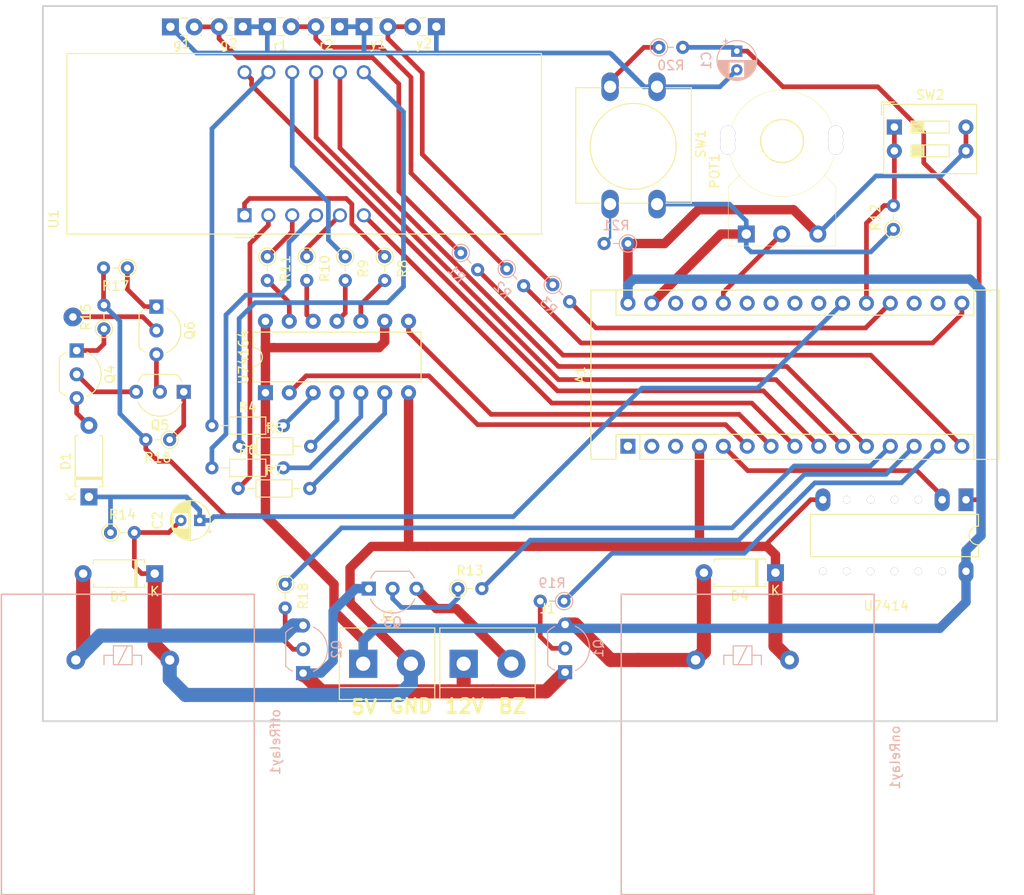
<source format=kicad_pcb>
(kicad_pcb (version 20171130) (host pcbnew "(5.0.0)")

  (general
    (thickness 1.6)
    (drawings 8)
    (tracks 371)
    (zones 0)
    (modules 50)
    (nets 54)
  )

  (page A4 portrait)
  (layers
    (0 F.Cu signal)
    (31 B.Cu signal)
    (32 B.Adhes user)
    (33 F.Adhes user)
    (34 B.Paste user)
    (35 F.Paste user)
    (36 B.SilkS user)
    (37 F.SilkS user)
    (38 B.Mask user)
    (39 F.Mask user)
    (40 Dwgs.User user)
    (41 Cmts.User user)
    (42 Eco1.User user)
    (43 Eco2.User user)
    (44 Edge.Cuts user)
    (45 Margin user)
    (46 B.CrtYd user)
    (47 F.CrtYd user)
    (48 B.Fab user)
    (49 F.Fab user)
  )

  (setup
    (last_trace_width 0.5)
    (user_trace_width 0.5)
    (user_trace_width 1)
    (user_trace_width 1.5)
    (user_trace_width 3.5)
    (trace_clearance 0.2)
    (zone_clearance 0.508)
    (zone_45_only no)
    (trace_min 0.2)
    (segment_width 0.2)
    (edge_width 0.2)
    (via_size 0.8)
    (via_drill 0.4)
    (via_min_size 0.4)
    (via_min_drill 0.3)
    (uvia_size 0.3)
    (uvia_drill 0.1)
    (uvias_allowed no)
    (uvia_min_size 0.2)
    (uvia_min_drill 0.1)
    (pcb_text_width 0.3)
    (pcb_text_size 1.5 1.5)
    (mod_edge_width 0.15)
    (mod_text_size 1 1)
    (mod_text_width 0.15)
    (pad_size 3 3)
    (pad_drill 1.52)
    (pad_to_mask_clearance 0)
    (aux_axis_origin 173.8 204.9)
    (visible_elements 7FFFFFFF)
    (pcbplotparams
      (layerselection 0x0103c_ffffffff)
      (usegerberextensions true)
      (usegerberattributes false)
      (usegerberadvancedattributes false)
      (creategerberjobfile true)
      (excludeedgelayer true)
      (linewidth 0.100000)
      (plotframeref false)
      (viasonmask false)
      (mode 1)
      (useauxorigin false)
      (hpglpennumber 1)
      (hpglpenspeed 20)
      (hpglpendiameter 15.000000)
      (psnegative false)
      (psa4output false)
      (plotreference true)
      (plotvalue true)
      (plotinvisibletext false)
      (padsonsilk false)
      (subtractmaskfromsilk false)
      (outputformat 1)
      (mirror false)
      (drillshape 0)
      (scaleselection 1)
      (outputdirectory "gerber-files/"))
  )

  (net 0 "")
  (net 1 GND)
  (net 2 +12V)
  (net 3 "Net-(R4-Pad2)")
  (net 4 "Net-(R5-Pad2)")
  (net 5 "Net-(R6-Pad2)")
  (net 6 "Net-(R7-Pad2)")
  (net 7 "Net-(R8-Pad2)")
  (net 8 "Net-(R9-Pad2)")
  (net 9 "Net-(R10-Pad2)")
  (net 10 "Net-(R11-Pad2)")
  (net 11 +5V)
  (net 12 "Net-(D4-Pad2)")
  (net 13 "Net-(D5-Pad2)")
  (net 14 "Net-(Q3-Pad2)")
  (net 15 /pushButton)
  (net 16 /monitor)
  (net 17 "Net-(D1-Pad2)")
  (net 18 "Net-(Q4-Pad2)")
  (net 19 "Net-(Q4-Pad1)")
  (net 20 "Net-(Q5-Pad1)")
  (net 21 "Net-(Q5-Pad2)")
  (net 22 "Net-(Q6-Pad1)")
  (net 23 "Net-(C1-Pad1)")
  (net 24 "Net-(Q1-Pad2)")
  (net 25 "Net-(Q2-Pad2)")
  (net 26 "Net-(R20-Pad1)")
  (net 27 "Net-(ANT1-Pad1)")
  (net 28 "Net-(R4-Pad1)")
  (net 29 "Net-(R5-Pad1)")
  (net 30 "Net-(R6-Pad1)")
  (net 31 "Net-(R7-Pad1)")
  (net 32 "Net-(R8-Pad1)")
  (net 33 "Net-(R9-Pad1)")
  (net 34 "Net-(R10-Pad1)")
  (net 35 "Net-(R11-Pad1)")
  (net 36 /bz)
  (net 37 /D1)
  (net 38 /offRelay)
  (net 39 /buzz)
  (net 40 /onRelay)
  (net 41 /pot)
  (net 42 /onLed)
  (net 43 /offLed)
  (net 44 /otherLed)
  (net 45 /data)
  (net 46 /CLK)
  (net 47 /D4)
  (net 48 /D3)
  (net 49 /D2)
  (net 50 /slideSwitch)
  (net 51 "Net-(R1-Pad1)")
  (net 52 "Net-(R2-Pad1)")
  (net 53 "Net-(R3-Pad1)")

  (net_class Default "This is the default net class."
    (clearance 0.2)
    (trace_width 0.25)
    (via_dia 0.8)
    (via_drill 0.4)
    (uvia_dia 0.3)
    (uvia_drill 0.1)
    (add_net +12V)
    (add_net +5V)
    (add_net /CLK)
    (add_net /D1)
    (add_net /D2)
    (add_net /D3)
    (add_net /D4)
    (add_net /buzz)
    (add_net /bz)
    (add_net /data)
    (add_net /monitor)
    (add_net /offLed)
    (add_net /offRelay)
    (add_net /onLed)
    (add_net /onRelay)
    (add_net /otherLed)
    (add_net /pot)
    (add_net /pushButton)
    (add_net /slideSwitch)
    (add_net GND)
    (add_net "Net-(ANT1-Pad1)")
    (add_net "Net-(C1-Pad1)")
    (add_net "Net-(D1-Pad2)")
    (add_net "Net-(D4-Pad2)")
    (add_net "Net-(D5-Pad2)")
    (add_net "Net-(Q1-Pad2)")
    (add_net "Net-(Q2-Pad2)")
    (add_net "Net-(Q3-Pad2)")
    (add_net "Net-(Q4-Pad1)")
    (add_net "Net-(Q4-Pad2)")
    (add_net "Net-(Q5-Pad1)")
    (add_net "Net-(Q5-Pad2)")
    (add_net "Net-(Q6-Pad1)")
    (add_net "Net-(R1-Pad1)")
    (add_net "Net-(R10-Pad1)")
    (add_net "Net-(R10-Pad2)")
    (add_net "Net-(R11-Pad1)")
    (add_net "Net-(R11-Pad2)")
    (add_net "Net-(R2-Pad1)")
    (add_net "Net-(R20-Pad1)")
    (add_net "Net-(R3-Pad1)")
    (add_net "Net-(R4-Pad1)")
    (add_net "Net-(R4-Pad2)")
    (add_net "Net-(R5-Pad1)")
    (add_net "Net-(R5-Pad2)")
    (add_net "Net-(R6-Pad1)")
    (add_net "Net-(R6-Pad2)")
    (add_net "Net-(R7-Pad1)")
    (add_net "Net-(R7-Pad2)")
    (add_net "Net-(R8-Pad1)")
    (add_net "Net-(R8-Pad2)")
    (add_net "Net-(R9-Pad1)")
    (add_net "Net-(R9-Pad2)")
  )

  (module Potentiometer_THT:Potentiometer_Alpha_Round_P7.5 (layer F.Cu) (tedit 5DA3314E) (tstamp 5DA274FE)
    (at 137.17231 90.091263 90)
    (descr "Potentiometer, vertical, 9mm, single, http://www.taiwanalpha.com.tw/downloads?target=products&id=113")
    (tags "potentiometer vertical 9mm single")
    (path /5D8C93F5)
    (fp_text reference POT1 (at 6.71 -4.64 270) (layer F.SilkS)
      (effects (font (size 1 1) (thickness 0.15)))
    )
    (fp_text value R_POT (at 6.35 9.86 270) (layer F.Fab)
      (effects (font (size 1 1) (thickness 0.15)))
    )
    (fp_circle (center 9.91 2.54) (end 11.18 4.445) (layer F.SilkS) (width 0.15))
    (fp_line (start 6.35 6.985) (end 5.08 8.255) (layer F.SilkS) (width 0.05))
    (fp_line (start 5.08 8.255) (end -1.27 8.255) (layer F.SilkS) (width 0.05))
    (fp_line (start 6.35 -1.905) (end 5.08 -3.175) (layer F.SilkS) (width 0.05))
    (fp_circle (center 9.66 2.54) (end 15.339613 2.54) (layer F.SilkS) (width 0.05))
    (fp_text user %R (at 7.62 2.54 90) (layer F.Fab)
      (effects (font (size 1 1) (thickness 0.15)))
    )
    (fp_line (start -1.27 -3.175) (end -1.27 8.255) (layer F.SilkS) (width 0.05))
    (fp_line (start 5.08 -3.175) (end -1.27 -3.175) (layer F.SilkS) (width 0.05))
    (pad "" thru_hole circle (at 9.25 8.25 180) (size 1.6 1.6) (drill 1.6) (layers *.Cu *.Mask))
    (pad "" thru_hole circle (at 10 8.25 180) (size 1.6 1.6) (drill 1.6) (layers *.Cu *.Mask))
    (pad "" thru_hole circle (at 10.75 8.25 180) (size 1.6 1.6) (drill 1.6) (layers *.Cu *.Mask))
    (pad "" thru_hole circle (at 10 -3.25 180) (size 1.6 1.6) (drill 1.6) (layers *.Cu *.Mask))
    (pad "" thru_hole circle (at 10.75 -3.25 180) (size 1.6 1.6) (drill 1.6) (layers *.Cu *.Mask))
    (pad "" thru_hole circle (at 9.25 -3.25 180) (size 1.6 1.6) (drill 1.6) (layers *.Cu *.Mask))
    (pad 1 thru_hole rect (at 0 -1.27 180) (size 1.8 1.8) (drill 1) (layers *.Cu *.Mask)
      (net 1 GND))
    (pad 2 thru_hole circle (at 0 2.5 180) (size 1.8 1.8) (drill 1) (layers *.Cu *.Mask)
      (net 41 /pot))
    (pad 3 thru_hole circle (at 0 6.35 180) (size 1.8 1.8) (drill 1) (layers *.Cu *.Mask)
      (net 11 +5V))
    (model ${KISYS3DMOD}/Potentiometer_THT.3dshapes/Potentiometer_Alpha_RD901F-40-00D_Single_Vertical.wrl
      (at (xyz 0 0 0))
      (scale (xyz 1 1 1))
      (rotate (xyz 0 0 0))
    )
  )

  (module Package_TO_SOT_THT:TO-92_Inline_Wide (layer F.Cu) (tedit 5A02FF81) (tstamp 5DA3308B)
    (at 76 106.9 180)
    (descr "TO-92 leads in-line, wide, drill 0.75mm (see NXP sot054_po.pdf)")
    (tags "to-92 sc-43 sc-43a sot54 PA33 transistor")
    (path /5D9FEEFB)
    (fp_text reference Q5 (at 2.54 -3.56 180) (layer F.SilkS)
      (effects (font (size 1 1) (thickness 0.15)))
    )
    (fp_text value BC547 (at 2.54 2.79 180) (layer F.Fab)
      (effects (font (size 1 1) (thickness 0.15)))
    )
    (fp_text user %R (at 2.54 -3.56 180) (layer F.Fab)
      (effects (font (size 1 1) (thickness 0.15)))
    )
    (fp_line (start 0.74 1.85) (end 4.34 1.85) (layer F.SilkS) (width 0.12))
    (fp_line (start 0.8 1.75) (end 4.3 1.75) (layer F.Fab) (width 0.1))
    (fp_line (start -1.01 -2.73) (end 6.09 -2.73) (layer F.CrtYd) (width 0.05))
    (fp_line (start -1.01 -2.73) (end -1.01 2.01) (layer F.CrtYd) (width 0.05))
    (fp_line (start 6.09 2.01) (end 6.09 -2.73) (layer F.CrtYd) (width 0.05))
    (fp_line (start 6.09 2.01) (end -1.01 2.01) (layer F.CrtYd) (width 0.05))
    (fp_arc (start 2.54 0) (end 0.74 1.85) (angle 20) (layer F.SilkS) (width 0.12))
    (fp_arc (start 2.54 0) (end 2.54 -2.6) (angle -65) (layer F.SilkS) (width 0.12))
    (fp_arc (start 2.54 0) (end 2.54 -2.6) (angle 65) (layer F.SilkS) (width 0.12))
    (fp_arc (start 2.54 0) (end 2.54 -2.48) (angle 135) (layer F.Fab) (width 0.1))
    (fp_arc (start 2.54 0) (end 2.54 -2.48) (angle -135) (layer F.Fab) (width 0.1))
    (fp_arc (start 2.54 0) (end 4.34 1.85) (angle -20) (layer F.SilkS) (width 0.12))
    (pad 2 thru_hole circle (at 2.54 0 270) (size 1.5 1.5) (drill 0.8) (layers *.Cu *.Mask)
      (net 21 "Net-(Q5-Pad2)"))
    (pad 3 thru_hole circle (at 5.08 0 270) (size 1.5 1.5) (drill 0.8) (layers *.Cu *.Mask)
      (net 18 "Net-(Q4-Pad2)"))
    (pad 1 thru_hole rect (at 0 0 270) (size 1.5 1.5) (drill 0.8) (layers *.Cu *.Mask)
      (net 20 "Net-(Q5-Pad1)"))
    (model ${KISYS3DMOD}/Package_TO_SOT_THT.3dshapes/TO-92_Inline_Wide.wrl
      (at (xyz 0 0 0))
      (scale (xyz 1 1 1))
      (rotate (xyz 0 0 0))
    )
  )

  (module Module:Arduino_Nano (layer F.Cu) (tedit 5DA32C50) (tstamp 5DA166C6)
    (at 123.3 112.7 90)
    (descr "Arduino Nano, http://www.mouser.com/pdfdocs/Gravitech_Arduino_Nano3_0.pdf")
    (tags "Arduino Nano")
    (path /5DA2749D)
    (fp_text reference A1 (at 7.62 -5.08 90) (layer F.SilkS)
      (effects (font (size 1 1) (thickness 0.15)))
    )
    (fp_text value Arduino_Nano_v3.x (at 8.89 19.05 180) (layer F.Fab)
      (effects (font (size 1 1) (thickness 0.15)))
    )
    (fp_text user %R (at 6.35 19.05 180) (layer F.Fab)
      (effects (font (size 1 1) (thickness 0.15)))
    )
    (fp_line (start 1.27 1.27) (end 1.27 -1.27) (layer F.SilkS) (width 0.12))
    (fp_line (start 1.27 -1.27) (end -1.4 -1.27) (layer F.SilkS) (width 0.12))
    (fp_line (start -1.4 1.27) (end -1.4 39.5) (layer F.SilkS) (width 0.12))
    (fp_line (start -1.4 -3.94) (end -1.4 -1.27) (layer F.SilkS) (width 0.12))
    (fp_line (start 13.97 -1.27) (end 16.64 -1.27) (layer F.SilkS) (width 0.12))
    (fp_line (start 13.97 -1.27) (end 13.97 36.83) (layer F.SilkS) (width 0.12))
    (fp_line (start 13.97 36.83) (end 16.64 36.83) (layer F.SilkS) (width 0.12))
    (fp_line (start 1.27 1.27) (end -1.4 1.27) (layer F.SilkS) (width 0.12))
    (fp_line (start 1.27 1.27) (end 1.27 36.83) (layer F.SilkS) (width 0.12))
    (fp_line (start 1.27 36.83) (end -1.4 36.83) (layer F.SilkS) (width 0.12))
    (fp_line (start 3.81 31.75) (end 11.43 31.75) (layer F.Fab) (width 0.1))
    (fp_line (start 11.43 31.75) (end 11.43 41.91) (layer F.Fab) (width 0.1))
    (fp_line (start 11.43 41.91) (end 3.81 41.91) (layer F.Fab) (width 0.1))
    (fp_line (start 3.81 41.91) (end 3.81 31.75) (layer F.Fab) (width 0.1))
    (fp_line (start -1.4 39.5) (end 16.64 39.5) (layer F.SilkS) (width 0.12))
    (fp_line (start 16.64 39.5) (end 16.64 -3.94) (layer F.SilkS) (width 0.12))
    (fp_line (start 16.64 -3.94) (end -1.4 -3.94) (layer F.SilkS) (width 0.12))
    (fp_line (start 16.51 39.37) (end -1.27 39.37) (layer F.Fab) (width 0.1))
    (fp_line (start -1.27 39.37) (end -1.27 -2.54) (layer F.Fab) (width 0.1))
    (fp_line (start -1.27 -2.54) (end 0 -3.81) (layer F.Fab) (width 0.1))
    (fp_line (start 0 -3.81) (end 16.51 -3.81) (layer F.Fab) (width 0.1))
    (fp_line (start 16.51 -3.81) (end 16.51 39.37) (layer F.Fab) (width 0.1))
    (fp_line (start -1.53 -4.06) (end 16.75 -4.06) (layer F.CrtYd) (width 0.05))
    (fp_line (start -1.53 -4.06) (end -1.53 42.16) (layer F.CrtYd) (width 0.05))
    (fp_line (start 16.75 42.16) (end 16.75 -4.06) (layer F.CrtYd) (width 0.05))
    (fp_line (start 16.75 42.16) (end -1.53 42.16) (layer F.CrtYd) (width 0.05))
    (pad 1 thru_hole rect (at 0 0 90) (size 1.6 1.6) (drill 0.9) (layers *.Cu *.Mask))
    (pad 17 thru_hole oval (at 15.24 33.02 90) (size 1.6 1.6) (drill 0.9) (layers *.Cu *.Mask))
    (pad 2 thru_hole oval (at 0 2.54 90) (size 1.6 1.6) (drill 0.9) (layers *.Cu *.Mask))
    (pad 18 thru_hole oval (at 15.24 30.48 90) (size 1.6 1.6) (drill 0.9) (layers *.Cu *.Mask))
    (pad 3 thru_hole oval (at 0 5.08 90) (size 1.6 1.6) (drill 0.9) (layers *.Cu *.Mask))
    (pad 19 thru_hole oval (at 15.24 27.94 90) (size 1.6 1.6) (drill 0.9) (layers *.Cu *.Mask)
      (net 44 /otherLed))
    (pad 4 thru_hole oval (at 0 7.62 90) (size 1.6 1.6) (drill 0.9) (layers *.Cu *.Mask)
      (net 1 GND))
    (pad 20 thru_hole oval (at 15.24 25.4 90) (size 1.6 1.6) (drill 0.9) (layers *.Cu *.Mask)
      (net 50 /slideSwitch))
    (pad 5 thru_hole oval (at 0 10.16 90) (size 1.6 1.6) (drill 0.9) (layers *.Cu *.Mask)
      (net 15 /pushButton))
    (pad 21 thru_hole oval (at 15.24 22.86 90) (size 1.6 1.6) (drill 0.9) (layers *.Cu *.Mask)
      (net 16 /monitor))
    (pad 6 thru_hole oval (at 0 12.7 90) (size 1.6 1.6) (drill 0.9) (layers *.Cu *.Mask)
      (net 45 /data))
    (pad 22 thru_hole oval (at 15.24 20.32 90) (size 1.6 1.6) (drill 0.9) (layers *.Cu *.Mask))
    (pad 7 thru_hole oval (at 0 15.24 90) (size 1.6 1.6) (drill 0.9) (layers *.Cu *.Mask)
      (net 46 /CLK))
    (pad 23 thru_hole oval (at 15.24 17.78 90) (size 1.6 1.6) (drill 0.9) (layers *.Cu *.Mask))
    (pad 8 thru_hole oval (at 0 17.78 90) (size 1.6 1.6) (drill 0.9) (layers *.Cu *.Mask)
      (net 47 /D4))
    (pad 24 thru_hole oval (at 15.24 15.24 90) (size 1.6 1.6) (drill 0.9) (layers *.Cu *.Mask))
    (pad 9 thru_hole oval (at 0 20.32 90) (size 1.6 1.6) (drill 0.9) (layers *.Cu *.Mask)
      (net 37 /D1))
    (pad 25 thru_hole oval (at 15.24 12.7 90) (size 1.6 1.6) (drill 0.9) (layers *.Cu *.Mask))
    (pad 10 thru_hole oval (at 0 22.86 90) (size 1.6 1.6) (drill 0.9) (layers *.Cu *.Mask)
      (net 49 /D2))
    (pad 26 thru_hole oval (at 15.24 10.16 90) (size 1.6 1.6) (drill 0.9) (layers *.Cu *.Mask)
      (net 41 /pot))
    (pad 11 thru_hole oval (at 0 25.4 90) (size 1.6 1.6) (drill 0.9) (layers *.Cu *.Mask)
      (net 48 /D3))
    (pad 27 thru_hole oval (at 15.24 7.62 90) (size 1.6 1.6) (drill 0.9) (layers *.Cu *.Mask))
    (pad 12 thru_hole oval (at 0 27.94 90) (size 1.6 1.6) (drill 0.9) (layers *.Cu *.Mask)
      (net 38 /offRelay))
    (pad 28 thru_hole oval (at 15.24 5.08 90) (size 1.6 1.6) (drill 0.9) (layers *.Cu *.Mask))
    (pad 13 thru_hole oval (at 0 30.48 90) (size 1.6 1.6) (drill 0.9) (layers *.Cu *.Mask)
      (net 39 /buzz))
    (pad 29 thru_hole oval (at 15.24 2.54 90) (size 1.6 1.6) (drill 0.9) (layers *.Cu *.Mask)
      (net 1 GND))
    (pad 14 thru_hole oval (at 0 33.02 90) (size 1.6 1.6) (drill 0.9) (layers *.Cu *.Mask)
      (net 40 /onRelay))
    (pad 30 thru_hole oval (at 15.24 0 90) (size 1.6 1.6) (drill 0.9) (layers *.Cu *.Mask)
      (net 11 +5V))
    (pad 15 thru_hole oval (at 0 35.56 90) (size 1.6 1.6) (drill 0.9) (layers *.Cu *.Mask)
      (net 42 /onLed))
    (pad 16 thru_hole oval (at 15.24 35.56 90) (size 1.6 1.6) (drill 0.9) (layers *.Cu *.Mask)
      (net 43 /offLed))
    (model ${KISYS3DMOD}/Module.3dshapes/Arduino_Nano_WithMountingHoles.wrl
      (at (xyz 0 0 0))
      (scale (xyz 1 1 1))
      (rotate (xyz 0 0 0))
    )
  )

  (module Button_Switch_THT:SW_PUSH-12mm (layer F.Cu) (tedit 5D160D14) (tstamp 5DA368DB)
    (at 126.4 74.4 270)
    (descr "SW PUSH 12mm https://www.e-switch.com/system/asset/product_line/data_sheet/143/TL1100.pdf")
    (tags "tact sw push 12mm")
    (path /5D8CB179)
    (fp_text reference SW1 (at 6.08 -4.66 270) (layer F.SilkS)
      (effects (font (size 1 1) (thickness 0.15)))
    )
    (fp_text value SW_Push (at 6.62 9.93 270) (layer F.Fab)
      (effects (font (size 1 1) (thickness 0.15)))
    )
    (fp_line (start 0.25 8.5) (end 12.25 8.5) (layer F.Fab) (width 0.1))
    (fp_line (start 0.25 -3.5) (end 12.25 -3.5) (layer F.Fab) (width 0.1))
    (fp_line (start 12.25 -3.5) (end 12.25 8.5) (layer F.Fab) (width 0.1))
    (fp_text user %R (at 6.35 2.54 270) (layer F.Fab)
      (effects (font (size 1 1) (thickness 0.15)))
    )
    (fp_line (start 0.1 -3.65) (end 12.4 -3.65) (layer F.SilkS) (width 0.12))
    (fp_line (start 12.4 0.93) (end 12.4 4.07) (layer F.SilkS) (width 0.12))
    (fp_line (start 12.4 8.65) (end 0.1 8.65) (layer F.SilkS) (width 0.12))
    (fp_line (start 0.1 -0.93) (end 0.1 -3.65) (layer F.SilkS) (width 0.12))
    (fp_line (start -1.77 -3.75) (end 14.25 -3.75) (layer F.CrtYd) (width 0.05))
    (fp_line (start -1.77 -3.75) (end -1.77 8.75) (layer F.CrtYd) (width 0.05))
    (fp_line (start 14.25 8.75) (end 14.25 -3.75) (layer F.CrtYd) (width 0.05))
    (fp_line (start 14.25 8.75) (end -1.77 8.75) (layer F.CrtYd) (width 0.05))
    (fp_circle (center 6.35 2.54) (end 10.16 5.08) (layer F.SilkS) (width 0.12))
    (fp_line (start 0.25 -3.5) (end 0.25 8.5) (layer F.Fab) (width 0.1))
    (fp_line (start 0.1 8.65) (end 0.1 5.93) (layer F.SilkS) (width 0.12))
    (fp_line (start 0.1 4.07) (end 0.1 0.93) (layer F.SilkS) (width 0.12))
    (fp_line (start 12.4 5.93) (end 12.4 8.65) (layer F.SilkS) (width 0.12))
    (fp_line (start 12.4 -3.65) (end 12.4 -0.93) (layer F.SilkS) (width 0.12))
    (pad 1 thru_hole oval (at 12.5 0 270) (size 3.048 1.85) (drill 1.3) (layers *.Cu *.Mask)
      (net 1 GND))
    (pad 2 thru_hole oval (at 12.5 5 270) (size 3.048 1.85) (drill 1.3) (layers *.Cu *.Mask)
      (net 26 "Net-(R20-Pad1)"))
    (pad 1 thru_hole oval (at 0 0 270) (size 3.048 1.85) (drill 1.3) (layers *.Cu *.Mask)
      (net 1 GND))
    (pad 2 thru_hole oval (at 0 5 270) (size 3.048 1.85) (drill 1.3) (layers *.Cu *.Mask)
      (net 26 "Net-(R20-Pad1)"))
    (model ${KISYS3DMOD}/Button_Switch_THT.3dshapes/SW_PUSH-12mm.wrl
      (at (xyz 0 0 0))
      (scale (xyz 1 1 1))
      (rotate (xyz 0 0 0))
    )
  )

  (module Display_7Segment:CA56-12EWA (layer F.Cu) (tedit 5A02FE84) (tstamp 5DA2769A)
    (at 82.47231 88.091265 90)
    (descr "4 digit 7 segment green LED, http://www.kingbrightusa.com/images/catalog/SPEC/CA56-12EWA.pdf")
    (tags "4 digit 7 segment green LED")
    (path /5DA560B5)
    (fp_text reference U1 (at -0.4 -20.31 90) (layer F.SilkS)
      (effects (font (size 1 1) (thickness 0.15)))
    )
    (fp_text value CA56-12EWA (at 2.37 33.21 90) (layer F.Fab)
      (effects (font (size 1 1) (thickness 0.15)))
    )
    (fp_text user %R (at 8.128 6.604 90) (layer F.Fab)
      (effects (font (size 1 1) (thickness 0.15)))
    )
    (fp_line (start -1.88 1) (end -1.88 31.5) (layer F.Fab) (width 0.1))
    (fp_line (start -1.88 31.5) (end 17.12 31.5) (layer F.Fab) (width 0.1))
    (fp_line (start 17.12 -18.8) (end 17.12 31.5) (layer F.Fab) (width 0.1))
    (fp_line (start -1.88 -18.8) (end 17.12 -18.8) (layer F.Fab) (width 0.1))
    (fp_line (start -2.38 -1) (end -2.38 1) (layer F.SilkS) (width 0.12))
    (fp_line (start -2.13 31.75) (end -2.13 -19.05) (layer F.CrtYd) (width 0.05))
    (fp_line (start 17.37 31.75) (end -2.13 31.75) (layer F.CrtYd) (width 0.05))
    (fp_line (start 17.37 -19.05) (end 17.37 31.75) (layer F.CrtYd) (width 0.05))
    (fp_line (start -2.13 -19.05) (end 17.37 -19.05) (layer F.CrtYd) (width 0.05))
    (fp_line (start -1.88 -1) (end -1.88 -18.8) (layer F.Fab) (width 0.1))
    (fp_line (start -0.88 0) (end -1.88 -1) (layer F.Fab) (width 0.1))
    (fp_line (start -1.88 1) (end -0.88 0) (layer F.Fab) (width 0.1))
    (fp_line (start 17.24 31.62) (end 17.24 -18.92) (layer F.SilkS) (width 0.12))
    (fp_line (start -2 31.62) (end 17.24 31.62) (layer F.SilkS) (width 0.12))
    (fp_line (start -2 -18.92) (end -2 31.62) (layer F.SilkS) (width 0.12))
    (fp_line (start -2 -18.92) (end 17.24 -18.92) (layer F.SilkS) (width 0.12))
    (pad 12 thru_hole circle (at 15.24 0 90) (size 1.5 1.5) (drill 1) (layers *.Cu *.Mask)
      (net 37 /D1))
    (pad 11 thru_hole circle (at 15.24 2.54 90) (size 1.5 1.5) (drill 1) (layers *.Cu *.Mask)
      (net 28 "Net-(R4-Pad1)"))
    (pad 10 thru_hole circle (at 15.24 5.08 90) (size 1.5 1.5) (drill 1) (layers *.Cu *.Mask)
      (net 33 "Net-(R9-Pad1)"))
    (pad 9 thru_hole circle (at 15.24 7.62 90) (size 1.5 1.5) (drill 1) (layers *.Cu *.Mask)
      (net 49 /D2))
    (pad 8 thru_hole circle (at 15.24 10.16 90) (size 1.5 1.5) (drill 1) (layers *.Cu *.Mask)
      (net 48 /D3))
    (pad 7 thru_hole circle (at 15.24 12.7 90) (size 1.5 1.5) (drill 1) (layers *.Cu *.Mask)
      (net 29 "Net-(R5-Pad1)"))
    (pad 6 thru_hole circle (at 0 12.7 90) (size 1.5 1.5) (drill 1) (layers *.Cu *.Mask)
      (net 47 /D4))
    (pad 5 thru_hole circle (at 0 10.16 90) (size 1.5 1.5) (drill 1) (layers *.Cu *.Mask)
      (net 34 "Net-(R10-Pad1)"))
    (pad 4 thru_hole circle (at 0 7.62 90) (size 1.5 1.5) (drill 1) (layers *.Cu *.Mask)
      (net 30 "Net-(R6-Pad1)"))
    (pad 3 thru_hole circle (at 0 5.08 90) (size 1.5 1.5) (drill 1) (layers *.Cu *.Mask)
      (net 35 "Net-(R11-Pad1)"))
    (pad 2 thru_hole circle (at 0 2.54 90) (size 1.5 1.5) (drill 1) (layers *.Cu *.Mask)
      (net 31 "Net-(R7-Pad1)"))
    (pad 1 thru_hole rect (at 0 0 90) (size 1.5 1.5) (drill 1) (layers *.Cu *.Mask)
      (net 32 "Net-(R8-Pad1)"))
    (model ${KISYS3DMOD}/Display_7Segment.3dshapes/CA56-12EWA.wrl
      (at (xyz 0 0 0))
      (scale (xyz 1 1 1))
      (rotate (xyz 0 0 0))
    )
  )

  (module Connector_Wire:SolderWirePad_1x01_Drill0.8mm (layer F.Cu) (tedit 5A2676A0) (tstamp 5DB206A7)
    (at 64.2 98.927692 180)
    (descr "Wire solder connection")
    (tags connector)
    (path /5DA18092)
    (attr virtual)
    (fp_text reference ANT1 (at 0 -2.54 180) (layer F.SilkS) hide
      (effects (font (size 1 0.5) (thickness 0.125)))
    )
    (fp_text value ANT (at 0 2.54 180) (layer F.Fab)
      (effects (font (size 1.2 1.2) (thickness 0.2) italic))
    )
    (fp_line (start 1.5 1.5) (end -1.5 1.5) (layer F.CrtYd) (width 0.05))
    (fp_line (start 1.5 1.5) (end 1.5 -1.5) (layer F.CrtYd) (width 0.05))
    (fp_line (start -1.5 -1.5) (end -1.5 1.5) (layer F.CrtYd) (width 0.05))
    (fp_line (start -1.5 -1.5) (end 1.5 -1.5) (layer F.CrtYd) (width 0.05))
    (fp_text user %R (at 0 0 180) (layer F.Fab)
      (effects (font (size 1 1) (thickness 0.15)))
    )
    (pad 1 thru_hole circle (at 0 0 180) (size 1.99898 1.99898) (drill 0.8001) (layers *.Cu *.Mask)
      (net 27 "Net-(ANT1-Pad1)"))
  )

  (module Diode_THT:D_A-405_P7.62mm_Horizontal (layer F.Cu) (tedit 5AE50CD5) (tstamp 5DCC975B)
    (at 65.9 118.1 90)
    (descr "Diode, A-405 series, Axial, Horizontal, pin pitch=7.62mm, , length*diameter=5.2*2.7mm^2, , http://www.diodes.com/_files/packages/A-405.pdf")
    (tags "Diode A-405 series Axial Horizontal pin pitch 7.62mm  length 5.2mm diameter 2.7mm")
    (path /5DA0D55E)
    (fp_text reference D1 (at 3.81 -2.47 90) (layer F.SilkS)
      (effects (font (size 1 1) (thickness 0.15)))
    )
    (fp_text value D (at 3.81 2.47 90) (layer F.Fab)
      (effects (font (size 1 1) (thickness 0.15)))
    )
    (fp_text user K (at 0 -1.9 90) (layer F.SilkS)
      (effects (font (size 1 1) (thickness 0.15)))
    )
    (fp_text user K (at 0 -1.9 90) (layer F.Fab)
      (effects (font (size 1 1) (thickness 0.15)))
    )
    (fp_text user %R (at 4.2 0 90) (layer F.Fab)
      (effects (font (size 1 1) (thickness 0.15)))
    )
    (fp_line (start 8.77 -1.6) (end -1.15 -1.6) (layer F.CrtYd) (width 0.05))
    (fp_line (start 8.77 1.6) (end 8.77 -1.6) (layer F.CrtYd) (width 0.05))
    (fp_line (start -1.15 1.6) (end 8.77 1.6) (layer F.CrtYd) (width 0.05))
    (fp_line (start -1.15 -1.6) (end -1.15 1.6) (layer F.CrtYd) (width 0.05))
    (fp_line (start 1.87 -1.47) (end 1.87 1.47) (layer F.SilkS) (width 0.12))
    (fp_line (start 2.11 -1.47) (end 2.11 1.47) (layer F.SilkS) (width 0.12))
    (fp_line (start 1.99 -1.47) (end 1.99 1.47) (layer F.SilkS) (width 0.12))
    (fp_line (start 6.53 1.47) (end 6.53 1.14) (layer F.SilkS) (width 0.12))
    (fp_line (start 1.09 1.47) (end 6.53 1.47) (layer F.SilkS) (width 0.12))
    (fp_line (start 1.09 1.14) (end 1.09 1.47) (layer F.SilkS) (width 0.12))
    (fp_line (start 6.53 -1.47) (end 6.53 -1.14) (layer F.SilkS) (width 0.12))
    (fp_line (start 1.09 -1.47) (end 6.53 -1.47) (layer F.SilkS) (width 0.12))
    (fp_line (start 1.09 -1.14) (end 1.09 -1.47) (layer F.SilkS) (width 0.12))
    (fp_line (start 1.89 -1.35) (end 1.89 1.35) (layer F.Fab) (width 0.1))
    (fp_line (start 2.09 -1.35) (end 2.09 1.35) (layer F.Fab) (width 0.1))
    (fp_line (start 1.99 -1.35) (end 1.99 1.35) (layer F.Fab) (width 0.1))
    (fp_line (start 7.62 0) (end 6.41 0) (layer F.Fab) (width 0.1))
    (fp_line (start 0 0) (end 1.21 0) (layer F.Fab) (width 0.1))
    (fp_line (start 6.41 -1.35) (end 1.21 -1.35) (layer F.Fab) (width 0.1))
    (fp_line (start 6.41 1.35) (end 6.41 -1.35) (layer F.Fab) (width 0.1))
    (fp_line (start 1.21 1.35) (end 6.41 1.35) (layer F.Fab) (width 0.1))
    (fp_line (start 1.21 -1.35) (end 1.21 1.35) (layer F.Fab) (width 0.1))
    (pad 2 thru_hole oval (at 7.62 0 90) (size 1.8 1.8) (drill 0.9) (layers *.Cu *.Mask)
      (net 17 "Net-(D1-Pad2)"))
    (pad 1 thru_hole rect (at 0 0 90) (size 1.8 1.8) (drill 0.9) (layers *.Cu *.Mask)
      (net 16 /monitor))
    (model ${KISYS3DMOD}/Diode_THT.3dshapes/D_A-405_P7.62mm_Horizontal.wrl
      (at (xyz 0 0 0))
      (scale (xyz 1 1 1))
      (rotate (xyz 0 0 0))
    )
  )

  (module Resistor_THT:R_Axial_DIN0204_L3.6mm_D1.6mm_P2.54mm_Vertical (layer F.Cu) (tedit 5AE5139B) (tstamp 5DA26EB5)
    (at 68.2 121.9)
    (descr "Resistor, Axial_DIN0204 series, Axial, Vertical, pin pitch=2.54mm, 0.167W, length*diameter=3.6*1.6mm^2, http://cdn-reichelt.de/documents/datenblatt/B400/1_4W%23YAG.pdf")
    (tags "Resistor Axial_DIN0204 series Axial Vertical pin pitch 2.54mm 0.167W length 3.6mm diameter 1.6mm")
    (path /5DA0D756)
    (fp_text reference R14 (at 1.27 -1.92) (layer F.SilkS)
      (effects (font (size 1 1) (thickness 0.15)))
    )
    (fp_text value 2.2K (at 1.27 1.92) (layer F.Fab)
      (effects (font (size 1 1) (thickness 0.15)))
    )
    (fp_text user %R (at 1.27 -1.92) (layer F.Fab)
      (effects (font (size 1 1) (thickness 0.15)))
    )
    (fp_line (start 3.49 -1.05) (end -1.05 -1.05) (layer F.CrtYd) (width 0.05))
    (fp_line (start 3.49 1.05) (end 3.49 -1.05) (layer F.CrtYd) (width 0.05))
    (fp_line (start -1.05 1.05) (end 3.49 1.05) (layer F.CrtYd) (width 0.05))
    (fp_line (start -1.05 -1.05) (end -1.05 1.05) (layer F.CrtYd) (width 0.05))
    (fp_line (start 0.92 0) (end 1.54 0) (layer F.SilkS) (width 0.12))
    (fp_line (start 0 0) (end 2.54 0) (layer F.Fab) (width 0.1))
    (fp_circle (center 0 0) (end 0.92 0) (layer F.SilkS) (width 0.12))
    (fp_circle (center 0 0) (end 0.8 0) (layer F.Fab) (width 0.1))
    (pad 2 thru_hole oval (at 2.54 0) (size 1.4 1.4) (drill 0.7) (layers *.Cu *.Mask)
      (net 1 GND))
    (pad 1 thru_hole circle (at 0 0) (size 1.4 1.4) (drill 0.7) (layers *.Cu *.Mask)
      (net 16 /monitor))
    (model ${KISYS3DMOD}/Resistor_THT.3dshapes/R_Axial_DIN0204_L3.6mm_D1.6mm_P2.54mm_Vertical.wrl
      (at (xyz 0 0 0))
      (scale (xyz 1 1 1))
      (rotate (xyz 0 0 0))
    )
  )

  (module Capacitor_THT:CP_Radial_D4.0mm_P2.00mm (layer F.Cu) (tedit 5AE50EF0) (tstamp 5DAF95BB)
    (at 77.7 120.6 180)
    (descr "CP, Radial series, Radial, pin pitch=2.00mm, , diameter=4mm, Electrolytic Capacitor")
    (tags "CP Radial series Radial pin pitch 2.00mm  diameter 4mm Electrolytic Capacitor")
    (path /5DA15D96)
    (fp_text reference C2 (at 4.5 0 -90) (layer F.SilkS)
      (effects (font (size 1 1) (thickness 0.15)))
    )
    (fp_text value 100uF (at 1.1 -3.2 180) (layer F.Fab)
      (effects (font (size 1 1) (thickness 0.15)))
    )
    (fp_text user %R (at 1 0 180) (layer F.Fab)
      (effects (font (size 0.8 0.8) (thickness 0.12)))
    )
    (fp_line (start -1.069801 -1.395) (end -1.069801 -0.995) (layer F.SilkS) (width 0.12))
    (fp_line (start -1.269801 -1.195) (end -0.869801 -1.195) (layer F.SilkS) (width 0.12))
    (fp_line (start 3.081 -0.37) (end 3.081 0.37) (layer F.SilkS) (width 0.12))
    (fp_line (start 3.041 -0.537) (end 3.041 0.537) (layer F.SilkS) (width 0.12))
    (fp_line (start 3.001 -0.664) (end 3.001 0.664) (layer F.SilkS) (width 0.12))
    (fp_line (start 2.961 -0.768) (end 2.961 0.768) (layer F.SilkS) (width 0.12))
    (fp_line (start 2.921 -0.859) (end 2.921 0.859) (layer F.SilkS) (width 0.12))
    (fp_line (start 2.881 -0.94) (end 2.881 0.94) (layer F.SilkS) (width 0.12))
    (fp_line (start 2.841 -1.013) (end 2.841 1.013) (layer F.SilkS) (width 0.12))
    (fp_line (start 2.801 0.84) (end 2.801 1.08) (layer F.SilkS) (width 0.12))
    (fp_line (start 2.801 -1.08) (end 2.801 -0.84) (layer F.SilkS) (width 0.12))
    (fp_line (start 2.761 0.84) (end 2.761 1.142) (layer F.SilkS) (width 0.12))
    (fp_line (start 2.761 -1.142) (end 2.761 -0.84) (layer F.SilkS) (width 0.12))
    (fp_line (start 2.721 0.84) (end 2.721 1.2) (layer F.SilkS) (width 0.12))
    (fp_line (start 2.721 -1.2) (end 2.721 -0.84) (layer F.SilkS) (width 0.12))
    (fp_line (start 2.681 0.84) (end 2.681 1.254) (layer F.SilkS) (width 0.12))
    (fp_line (start 2.681 -1.254) (end 2.681 -0.84) (layer F.SilkS) (width 0.12))
    (fp_line (start 2.641 0.84) (end 2.641 1.304) (layer F.SilkS) (width 0.12))
    (fp_line (start 2.641 -1.304) (end 2.641 -0.84) (layer F.SilkS) (width 0.12))
    (fp_line (start 2.601 0.84) (end 2.601 1.351) (layer F.SilkS) (width 0.12))
    (fp_line (start 2.601 -1.351) (end 2.601 -0.84) (layer F.SilkS) (width 0.12))
    (fp_line (start 2.561 0.84) (end 2.561 1.396) (layer F.SilkS) (width 0.12))
    (fp_line (start 2.561 -1.396) (end 2.561 -0.84) (layer F.SilkS) (width 0.12))
    (fp_line (start 2.521 0.84) (end 2.521 1.438) (layer F.SilkS) (width 0.12))
    (fp_line (start 2.521 -1.438) (end 2.521 -0.84) (layer F.SilkS) (width 0.12))
    (fp_line (start 2.481 0.84) (end 2.481 1.478) (layer F.SilkS) (width 0.12))
    (fp_line (start 2.481 -1.478) (end 2.481 -0.84) (layer F.SilkS) (width 0.12))
    (fp_line (start 2.441 0.84) (end 2.441 1.516) (layer F.SilkS) (width 0.12))
    (fp_line (start 2.441 -1.516) (end 2.441 -0.84) (layer F.SilkS) (width 0.12))
    (fp_line (start 2.401 0.84) (end 2.401 1.552) (layer F.SilkS) (width 0.12))
    (fp_line (start 2.401 -1.552) (end 2.401 -0.84) (layer F.SilkS) (width 0.12))
    (fp_line (start 2.361 0.84) (end 2.361 1.587) (layer F.SilkS) (width 0.12))
    (fp_line (start 2.361 -1.587) (end 2.361 -0.84) (layer F.SilkS) (width 0.12))
    (fp_line (start 2.321 0.84) (end 2.321 1.619) (layer F.SilkS) (width 0.12))
    (fp_line (start 2.321 -1.619) (end 2.321 -0.84) (layer F.SilkS) (width 0.12))
    (fp_line (start 2.281 0.84) (end 2.281 1.65) (layer F.SilkS) (width 0.12))
    (fp_line (start 2.281 -1.65) (end 2.281 -0.84) (layer F.SilkS) (width 0.12))
    (fp_line (start 2.241 0.84) (end 2.241 1.68) (layer F.SilkS) (width 0.12))
    (fp_line (start 2.241 -1.68) (end 2.241 -0.84) (layer F.SilkS) (width 0.12))
    (fp_line (start 2.201 0.84) (end 2.201 1.708) (layer F.SilkS) (width 0.12))
    (fp_line (start 2.201 -1.708) (end 2.201 -0.84) (layer F.SilkS) (width 0.12))
    (fp_line (start 2.161 0.84) (end 2.161 1.735) (layer F.SilkS) (width 0.12))
    (fp_line (start 2.161 -1.735) (end 2.161 -0.84) (layer F.SilkS) (width 0.12))
    (fp_line (start 2.121 0.84) (end 2.121 1.76) (layer F.SilkS) (width 0.12))
    (fp_line (start 2.121 -1.76) (end 2.121 -0.84) (layer F.SilkS) (width 0.12))
    (fp_line (start 2.081 0.84) (end 2.081 1.785) (layer F.SilkS) (width 0.12))
    (fp_line (start 2.081 -1.785) (end 2.081 -0.84) (layer F.SilkS) (width 0.12))
    (fp_line (start 2.041 0.84) (end 2.041 1.808) (layer F.SilkS) (width 0.12))
    (fp_line (start 2.041 -1.808) (end 2.041 -0.84) (layer F.SilkS) (width 0.12))
    (fp_line (start 2.001 0.84) (end 2.001 1.83) (layer F.SilkS) (width 0.12))
    (fp_line (start 2.001 -1.83) (end 2.001 -0.84) (layer F.SilkS) (width 0.12))
    (fp_line (start 1.961 0.84) (end 1.961 1.851) (layer F.SilkS) (width 0.12))
    (fp_line (start 1.961 -1.851) (end 1.961 -0.84) (layer F.SilkS) (width 0.12))
    (fp_line (start 1.921 0.84) (end 1.921 1.87) (layer F.SilkS) (width 0.12))
    (fp_line (start 1.921 -1.87) (end 1.921 -0.84) (layer F.SilkS) (width 0.12))
    (fp_line (start 1.881 0.84) (end 1.881 1.889) (layer F.SilkS) (width 0.12))
    (fp_line (start 1.881 -1.889) (end 1.881 -0.84) (layer F.SilkS) (width 0.12))
    (fp_line (start 1.841 0.84) (end 1.841 1.907) (layer F.SilkS) (width 0.12))
    (fp_line (start 1.841 -1.907) (end 1.841 -0.84) (layer F.SilkS) (width 0.12))
    (fp_line (start 1.801 0.84) (end 1.801 1.924) (layer F.SilkS) (width 0.12))
    (fp_line (start 1.801 -1.924) (end 1.801 -0.84) (layer F.SilkS) (width 0.12))
    (fp_line (start 1.761 0.84) (end 1.761 1.94) (layer F.SilkS) (width 0.12))
    (fp_line (start 1.761 -1.94) (end 1.761 -0.84) (layer F.SilkS) (width 0.12))
    (fp_line (start 1.721 0.84) (end 1.721 1.954) (layer F.SilkS) (width 0.12))
    (fp_line (start 1.721 -1.954) (end 1.721 -0.84) (layer F.SilkS) (width 0.12))
    (fp_line (start 1.68 0.84) (end 1.68 1.968) (layer F.SilkS) (width 0.12))
    (fp_line (start 1.68 -1.968) (end 1.68 -0.84) (layer F.SilkS) (width 0.12))
    (fp_line (start 1.64 0.84) (end 1.64 1.982) (layer F.SilkS) (width 0.12))
    (fp_line (start 1.64 -1.982) (end 1.64 -0.84) (layer F.SilkS) (width 0.12))
    (fp_line (start 1.6 0.84) (end 1.6 1.994) (layer F.SilkS) (width 0.12))
    (fp_line (start 1.6 -1.994) (end 1.6 -0.84) (layer F.SilkS) (width 0.12))
    (fp_line (start 1.56 0.84) (end 1.56 2.005) (layer F.SilkS) (width 0.12))
    (fp_line (start 1.56 -2.005) (end 1.56 -0.84) (layer F.SilkS) (width 0.12))
    (fp_line (start 1.52 0.84) (end 1.52 2.016) (layer F.SilkS) (width 0.12))
    (fp_line (start 1.52 -2.016) (end 1.52 -0.84) (layer F.SilkS) (width 0.12))
    (fp_line (start 1.48 0.84) (end 1.48 2.025) (layer F.SilkS) (width 0.12))
    (fp_line (start 1.48 -2.025) (end 1.48 -0.84) (layer F.SilkS) (width 0.12))
    (fp_line (start 1.44 0.84) (end 1.44 2.034) (layer F.SilkS) (width 0.12))
    (fp_line (start 1.44 -2.034) (end 1.44 -0.84) (layer F.SilkS) (width 0.12))
    (fp_line (start 1.4 0.84) (end 1.4 2.042) (layer F.SilkS) (width 0.12))
    (fp_line (start 1.4 -2.042) (end 1.4 -0.84) (layer F.SilkS) (width 0.12))
    (fp_line (start 1.36 0.84) (end 1.36 2.05) (layer F.SilkS) (width 0.12))
    (fp_line (start 1.36 -2.05) (end 1.36 -0.84) (layer F.SilkS) (width 0.12))
    (fp_line (start 1.32 0.84) (end 1.32 2.056) (layer F.SilkS) (width 0.12))
    (fp_line (start 1.32 -2.056) (end 1.32 -0.84) (layer F.SilkS) (width 0.12))
    (fp_line (start 1.28 0.84) (end 1.28 2.062) (layer F.SilkS) (width 0.12))
    (fp_line (start 1.28 -2.062) (end 1.28 -0.84) (layer F.SilkS) (width 0.12))
    (fp_line (start 1.24 0.84) (end 1.24 2.067) (layer F.SilkS) (width 0.12))
    (fp_line (start 1.24 -2.067) (end 1.24 -0.84) (layer F.SilkS) (width 0.12))
    (fp_line (start 1.2 0.84) (end 1.2 2.071) (layer F.SilkS) (width 0.12))
    (fp_line (start 1.2 -2.071) (end 1.2 -0.84) (layer F.SilkS) (width 0.12))
    (fp_line (start 1.16 -2.074) (end 1.16 2.074) (layer F.SilkS) (width 0.12))
    (fp_line (start 1.12 -2.077) (end 1.12 2.077) (layer F.SilkS) (width 0.12))
    (fp_line (start 1.08 -2.079) (end 1.08 2.079) (layer F.SilkS) (width 0.12))
    (fp_line (start 1.04 -2.08) (end 1.04 2.08) (layer F.SilkS) (width 0.12))
    (fp_line (start 1 -2.08) (end 1 2.08) (layer F.SilkS) (width 0.12))
    (fp_line (start -0.502554 -1.0675) (end -0.502554 -0.6675) (layer F.Fab) (width 0.1))
    (fp_line (start -0.702554 -0.8675) (end -0.302554 -0.8675) (layer F.Fab) (width 0.1))
    (fp_circle (center 1 0) (end 3.25 0) (layer F.CrtYd) (width 0.05))
    (fp_circle (center 1 0) (end 3.12 0) (layer F.SilkS) (width 0.12))
    (fp_circle (center 1 0) (end 3 0) (layer F.Fab) (width 0.1))
    (pad 2 thru_hole circle (at 2 0 180) (size 1.2 1.2) (drill 0.6) (layers *.Cu *.Mask)
      (net 1 GND))
    (pad 1 thru_hole rect (at 0 0 180) (size 1.2 1.2) (drill 0.6) (layers *.Cu *.Mask)
      (net 16 /monitor))
    (model ${KISYS3DMOD}/Capacitor_THT.3dshapes/CP_Radial_D4.0mm_P2.00mm.wrl
      (at (xyz 0 0 0))
      (scale (xyz 1 1 1))
      (rotate (xyz 0 0 0))
    )
  )

  (module Resistor_THT:R_Axial_DIN0204_L3.6mm_D1.6mm_P2.54mm_Vertical (layer F.Cu) (tedit 5AE5139B) (tstamp 5DAE1366)
    (at 67.5 100.2 90)
    (descr "Resistor, Axial_DIN0204 series, Axial, Vertical, pin pitch=2.54mm, 0.167W, length*diameter=3.6*1.6mm^2, http://cdn-reichelt.de/documents/datenblatt/B400/1_4W%23YAG.pdf")
    (tags "Resistor Axial_DIN0204 series Axial Vertical pin pitch 2.54mm 0.167W length 3.6mm diameter 1.6mm")
    (path /5D9FF192)
    (fp_text reference R15 (at 1.27 -1.92 90) (layer F.SilkS)
      (effects (font (size 1 1) (thickness 0.15)))
    )
    (fp_text value 1K (at 4.7 0 90) (layer F.Fab)
      (effects (font (size 1 1) (thickness 0.15)))
    )
    (fp_text user %R (at 1.27 -1.92 90) (layer F.Fab)
      (effects (font (size 1 1) (thickness 0.15)))
    )
    (fp_line (start 3.49 -1.05) (end -1.05 -1.05) (layer F.CrtYd) (width 0.05))
    (fp_line (start 3.49 1.05) (end 3.49 -1.05) (layer F.CrtYd) (width 0.05))
    (fp_line (start -1.05 1.05) (end 3.49 1.05) (layer F.CrtYd) (width 0.05))
    (fp_line (start -1.05 -1.05) (end -1.05 1.05) (layer F.CrtYd) (width 0.05))
    (fp_line (start 0.92 0) (end 1.54 0) (layer F.SilkS) (width 0.12))
    (fp_line (start 0 0) (end 2.54 0) (layer F.Fab) (width 0.1))
    (fp_circle (center 0 0) (end 0.92 0) (layer F.SilkS) (width 0.12))
    (fp_circle (center 0 0) (end 0.8 0) (layer F.Fab) (width 0.1))
    (pad 2 thru_hole oval (at 2.54 0 90) (size 1.4 1.4) (drill 0.7) (layers *.Cu *.Mask)
      (net 11 +5V))
    (pad 1 thru_hole circle (at 0 0 90) (size 1.4 1.4) (drill 0.7) (layers *.Cu *.Mask)
      (net 19 "Net-(Q4-Pad1)"))
    (model ${KISYS3DMOD}/Resistor_THT.3dshapes/R_Axial_DIN0204_L3.6mm_D1.6mm_P2.54mm_Vertical.wrl
      (at (xyz 0 0 0))
      (scale (xyz 1 1 1))
      (rotate (xyz 0 0 0))
    )
  )

  (module Resistor_THT:R_Axial_DIN0204_L3.6mm_D1.6mm_P2.54mm_Vertical (layer F.Cu) (tedit 5AE5139B) (tstamp 5DAE1374)
    (at 74.5 112 180)
    (descr "Resistor, Axial_DIN0204 series, Axial, Vertical, pin pitch=2.54mm, 0.167W, length*diameter=3.6*1.6mm^2, http://cdn-reichelt.de/documents/datenblatt/B400/1_4W%23YAG.pdf")
    (tags "Resistor Axial_DIN0204 series Axial Vertical pin pitch 2.54mm 0.167W length 3.6mm diameter 1.6mm")
    (path /5D9FF104)
    (fp_text reference R16 (at 1.27 -1.92 180) (layer F.SilkS)
      (effects (font (size 1 1) (thickness 0.15)))
    )
    (fp_text value 100K (at 4.5 0 -90) (layer F.Fab)
      (effects (font (size 1 1) (thickness 0.15)))
    )
    (fp_text user %R (at 1.27 -1.92 180) (layer F.Fab)
      (effects (font (size 1 1) (thickness 0.15)))
    )
    (fp_line (start 3.49 -1.05) (end -1.05 -1.05) (layer F.CrtYd) (width 0.05))
    (fp_line (start 3.49 1.05) (end 3.49 -1.05) (layer F.CrtYd) (width 0.05))
    (fp_line (start -1.05 1.05) (end 3.49 1.05) (layer F.CrtYd) (width 0.05))
    (fp_line (start -1.05 -1.05) (end -1.05 1.05) (layer F.CrtYd) (width 0.05))
    (fp_line (start 0.92 0) (end 1.54 0) (layer F.SilkS) (width 0.12))
    (fp_line (start 0 0) (end 2.54 0) (layer F.Fab) (width 0.1))
    (fp_circle (center 0 0) (end 0.92 0) (layer F.SilkS) (width 0.12))
    (fp_circle (center 0 0) (end 0.8 0) (layer F.Fab) (width 0.1))
    (pad 2 thru_hole oval (at 2.54 0 180) (size 1.4 1.4) (drill 0.7) (layers *.Cu *.Mask)
      (net 11 +5V))
    (pad 1 thru_hole circle (at 0 0 180) (size 1.4 1.4) (drill 0.7) (layers *.Cu *.Mask)
      (net 20 "Net-(Q5-Pad1)"))
    (model ${KISYS3DMOD}/Resistor_THT.3dshapes/R_Axial_DIN0204_L3.6mm_D1.6mm_P2.54mm_Vertical.wrl
      (at (xyz 0 0 0))
      (scale (xyz 1 1 1))
      (rotate (xyz 0 0 0))
    )
  )

  (module Resistor_THT:R_Axial_DIN0204_L3.6mm_D1.6mm_P2.54mm_Vertical (layer F.Cu) (tedit 5AE5139B) (tstamp 5DAE1382)
    (at 70 93.7 180)
    (descr "Resistor, Axial_DIN0204 series, Axial, Vertical, pin pitch=2.54mm, 0.167W, length*diameter=3.6*1.6mm^2, http://cdn-reichelt.de/documents/datenblatt/B400/1_4W%23YAG.pdf")
    (tags "Resistor Axial_DIN0204 series Axial Vertical pin pitch 2.54mm 0.167W length 3.6mm diameter 1.6mm")
    (path /5D9FF036)
    (fp_text reference R17 (at 1.27 -1.92 180) (layer F.SilkS)
      (effects (font (size 1 1) (thickness 0.15)))
    )
    (fp_text value 1M (at 4.6 0 -90) (layer F.Fab)
      (effects (font (size 1 1) (thickness 0.15)))
    )
    (fp_text user %R (at 1.27 -1.92 180) (layer F.Fab)
      (effects (font (size 1 1) (thickness 0.15)))
    )
    (fp_line (start 3.49 -1.05) (end -1.05 -1.05) (layer F.CrtYd) (width 0.05))
    (fp_line (start 3.49 1.05) (end 3.49 -1.05) (layer F.CrtYd) (width 0.05))
    (fp_line (start -1.05 1.05) (end 3.49 1.05) (layer F.CrtYd) (width 0.05))
    (fp_line (start -1.05 -1.05) (end -1.05 1.05) (layer F.CrtYd) (width 0.05))
    (fp_line (start 0.92 0) (end 1.54 0) (layer F.SilkS) (width 0.12))
    (fp_line (start 0 0) (end 2.54 0) (layer F.Fab) (width 0.1))
    (fp_circle (center 0 0) (end 0.92 0) (layer F.SilkS) (width 0.12))
    (fp_circle (center 0 0) (end 0.8 0) (layer F.Fab) (width 0.1))
    (pad 2 thru_hole oval (at 2.54 0 180) (size 1.4 1.4) (drill 0.7) (layers *.Cu *.Mask)
      (net 11 +5V))
    (pad 1 thru_hole circle (at 0 0 180) (size 1.4 1.4) (drill 0.7) (layers *.Cu *.Mask)
      (net 22 "Net-(Q6-Pad1)"))
    (model ${KISYS3DMOD}/Resistor_THT.3dshapes/R_Axial_DIN0204_L3.6mm_D1.6mm_P2.54mm_Vertical.wrl
      (at (xyz 0 0 0))
      (scale (xyz 1 1 1))
      (rotate (xyz 0 0 0))
    )
  )

  (module LED_THT:LED_Rectangular_W3.9mm_H1.8mm (layer F.Cu) (tedit 587A3A7B) (tstamp 5DA2781C)
    (at 102.9 68 180)
    (descr "LED_Rectangular, Rectangular,  Rectangular size 3.9x1.8mm^2, 2 pins, http://www.kingbright.com/attachments/file/psearch/000/00/00/L-2774GD(Ver.7B).pdf")
    (tags "LED_Rectangular Rectangular  Rectangular size 3.9x1.8mm^2 2 pins")
    (path /5D917C89)
    (fp_text reference y1 (at 6.2 -1.8 180) (layer F.SilkS)
      (effects (font (size 1 1) (thickness 0.15)))
    )
    (fp_text value otherLED (at 1.45 -1.915 180) (layer F.Fab)
      (effects (font (size 1 1) (thickness 0.15)))
    )
    (fp_line (start 3.7 -1.2) (end -1.15 -1.2) (layer F.CrtYd) (width 0.05))
    (fp_line (start 3.7 1.2) (end 3.7 -1.2) (layer F.CrtYd) (width 0.05))
    (fp_line (start -1.15 1.2) (end 3.7 1.2) (layer F.CrtYd) (width 0.05))
    (fp_line (start -1.15 -1.2) (end -1.15 1.2) (layer F.CrtYd) (width 0.05))
    (fp_line (start 3.28 0.825) (end 3.28 0.935) (layer F.SilkS) (width 0.12))
    (fp_line (start 3.28 -0.935) (end 3.28 -0.825) (layer F.SilkS) (width 0.12))
    (fp_line (start 3.27 0.935) (end 3.28 0.935) (layer F.SilkS) (width 0.12))
    (fp_line (start 1.08 0.935) (end 1.811 0.935) (layer F.SilkS) (width 0.12))
    (fp_line (start 3.27 -0.935) (end 3.28 -0.935) (layer F.SilkS) (width 0.12))
    (fp_line (start 1.08 -0.935) (end 1.811 -0.935) (layer F.SilkS) (width 0.12))
    (fp_line (start 3.22 -0.875) (end -0.68 -0.875) (layer F.Fab) (width 0.1))
    (fp_line (start 3.22 0.875) (end 3.22 -0.875) (layer F.Fab) (width 0.1))
    (fp_line (start -0.68 0.875) (end 3.22 0.875) (layer F.Fab) (width 0.1))
    (fp_line (start -0.68 -0.875) (end -0.68 0.875) (layer F.Fab) (width 0.1))
    (pad 2 thru_hole circle (at 2.54 0 180) (size 1.8 1.8) (drill 0.9) (layers *.Cu *.Mask)
      (net 53 "Net-(R3-Pad1)"))
    (pad 1 thru_hole rect (at 0 0 180) (size 1.8 1.8) (drill 0.9) (layers *.Cu *.Mask)
      (net 1 GND))
    (model ${KISYS3DMOD}/LED_THT.3dshapes/LED_Rectangular_W3.9mm_H1.8mm.wrl
      (at (xyz 0 0 0))
      (scale (xyz 1 1 1))
      (rotate (xyz 0 0 0))
    )
  )

  (module LED_THT:LED_Rectangular_W3.9mm_H1.8mm (layer F.Cu) (tedit 587A3A7B) (tstamp 5DA27855)
    (at 84.9 68)
    (descr "LED_Rectangular, Rectangular,  Rectangular size 3.9x1.8mm^2, 2 pins, http://www.kingbright.com/attachments/file/psearch/000/00/00/L-2774GD(Ver.7B).pdf")
    (tags "LED_Rectangular Rectangular  Rectangular size 3.9x1.8mm^2 2 pins")
    (path /5D917C49)
    (fp_text reference r1 (at 1.4 2) (layer F.SilkS)
      (effects (font (size 1 1) (thickness 0.15)))
    )
    (fp_text value offLED (at 1.19 -1.915) (layer F.Fab)
      (effects (font (size 1 1) (thickness 0.15)))
    )
    (fp_line (start 3.7 -1.2) (end -1.15 -1.2) (layer F.CrtYd) (width 0.05))
    (fp_line (start 3.7 1.2) (end 3.7 -1.2) (layer F.CrtYd) (width 0.05))
    (fp_line (start -1.15 1.2) (end 3.7 1.2) (layer F.CrtYd) (width 0.05))
    (fp_line (start -1.15 -1.2) (end -1.15 1.2) (layer F.CrtYd) (width 0.05))
    (fp_line (start 3.28 0.825) (end 3.28 0.935) (layer F.SilkS) (width 0.12))
    (fp_line (start 3.28 -0.935) (end 3.28 -0.825) (layer F.SilkS) (width 0.12))
    (fp_line (start 3.27 0.935) (end 3.28 0.935) (layer F.SilkS) (width 0.12))
    (fp_line (start 1.08 0.935) (end 1.811 0.935) (layer F.SilkS) (width 0.12))
    (fp_line (start 3.27 -0.935) (end 3.28 -0.935) (layer F.SilkS) (width 0.12))
    (fp_line (start 1.08 -0.935) (end 1.811 -0.935) (layer F.SilkS) (width 0.12))
    (fp_line (start 3.22 -0.875) (end -0.68 -0.875) (layer F.Fab) (width 0.1))
    (fp_line (start 3.22 0.875) (end 3.22 -0.875) (layer F.Fab) (width 0.1))
    (fp_line (start -0.68 0.875) (end 3.22 0.875) (layer F.Fab) (width 0.1))
    (fp_line (start -0.68 -0.875) (end -0.68 0.875) (layer F.Fab) (width 0.1))
    (pad 2 thru_hole circle (at 2.54 0) (size 1.8 1.8) (drill 0.9) (layers *.Cu *.Mask)
      (net 52 "Net-(R2-Pad1)"))
    (pad 1 thru_hole rect (at 0 0) (size 1.8 1.8) (drill 0.9) (layers *.Cu *.Mask)
      (net 1 GND))
    (model ${KISYS3DMOD}/LED_THT.3dshapes/LED_Rectangular_W3.9mm_H1.8mm.wrl
      (at (xyz 0 0 0))
      (scale (xyz 1 1 1))
      (rotate (xyz 0 0 0))
    )
  )

  (module LED_THT:LED_Rectangular_W3.9mm_H1.8mm (layer F.Cu) (tedit 587A3A7B) (tstamp 5DA276ED)
    (at 74.579618 68.018157)
    (descr "LED_Rectangular, Rectangular,  Rectangular size 3.9x1.8mm^2, 2 pins, http://www.kingbright.com/attachments/file/psearch/000/00/00/L-2774GD(Ver.7B).pdf")
    (tags "LED_Rectangular Rectangular  Rectangular size 3.9x1.8mm^2 2 pins")
    (path /5D917BBD)
    (fp_text reference g1 (at 1.220382 1.781843) (layer F.SilkS)
      (effects (font (size 1 1) (thickness 0.15)))
    )
    (fp_text value onLED (at 1.27 -2.015) (layer F.Fab)
      (effects (font (size 1 1) (thickness 0.15)))
    )
    (fp_line (start 3.7 -1.2) (end -1.15 -1.2) (layer F.CrtYd) (width 0.05))
    (fp_line (start 3.7 1.2) (end 3.7 -1.2) (layer F.CrtYd) (width 0.05))
    (fp_line (start -1.15 1.2) (end 3.7 1.2) (layer F.CrtYd) (width 0.05))
    (fp_line (start -1.15 -1.2) (end -1.15 1.2) (layer F.CrtYd) (width 0.05))
    (fp_line (start 3.28 0.825) (end 3.28 0.935) (layer F.SilkS) (width 0.12))
    (fp_line (start 3.28 -0.935) (end 3.28 -0.825) (layer F.SilkS) (width 0.12))
    (fp_line (start 3.27 0.935) (end 3.28 0.935) (layer F.SilkS) (width 0.12))
    (fp_line (start 1.08 0.935) (end 1.811 0.935) (layer F.SilkS) (width 0.12))
    (fp_line (start 3.27 -0.935) (end 3.28 -0.935) (layer F.SilkS) (width 0.12))
    (fp_line (start 1.08 -0.935) (end 1.811 -0.935) (layer F.SilkS) (width 0.12))
    (fp_line (start 3.22 -0.875) (end -0.68 -0.875) (layer F.Fab) (width 0.1))
    (fp_line (start 3.22 0.875) (end 3.22 -0.875) (layer F.Fab) (width 0.1))
    (fp_line (start -0.68 0.875) (end 3.22 0.875) (layer F.Fab) (width 0.1))
    (fp_line (start -0.68 -0.875) (end -0.68 0.875) (layer F.Fab) (width 0.1))
    (pad 2 thru_hole circle (at 2.54 0) (size 1.8 1.8) (drill 0.9) (layers *.Cu *.Mask)
      (net 51 "Net-(R1-Pad1)"))
    (pad 1 thru_hole rect (at 0 0) (size 1.8 1.8) (drill 0.9) (layers *.Cu *.Mask)
      (net 1 GND))
    (model ${KISYS3DMOD}/LED_THT.3dshapes/LED_Rectangular_W3.9mm_H1.8mm.wrl
      (at (xyz 0 0 0))
      (scale (xyz 1 1 1))
      (rotate (xyz 0 0 0))
    )
  )

  (module TerminalBlock:TerminalBlock_bornier-2_P5.08mm (layer F.Cu) (tedit 59FF03AB) (tstamp 5DC05B80)
    (at 105.808737 135.872309)
    (descr "simple 2-pin terminal block, pitch 5.08mm, revamped version of bornier2")
    (tags "terminal block bornier2")
    (path /5D94463A)
    (fp_text reference J1 (at 8.94 -5.88) (layer F.SilkS)
      (effects (font (size 1 1) (thickness 0.15)))
    )
    (fp_text value Screw_Terminal_01x02 (at 2.54 5.08) (layer F.Fab)
      (effects (font (size 1 1) (thickness 0.15)))
    )
    (fp_line (start 7.79 4) (end -2.71 4) (layer F.CrtYd) (width 0.05))
    (fp_line (start 7.79 4) (end 7.79 -4) (layer F.CrtYd) (width 0.05))
    (fp_line (start -2.71 -4) (end -2.71 4) (layer F.CrtYd) (width 0.05))
    (fp_line (start -2.71 -4) (end 7.79 -4) (layer F.CrtYd) (width 0.05))
    (fp_line (start -2.54 3.81) (end 7.62 3.81) (layer F.SilkS) (width 0.12))
    (fp_line (start -2.54 -3.81) (end -2.54 3.81) (layer F.SilkS) (width 0.12))
    (fp_line (start 7.62 -3.81) (end -2.54 -3.81) (layer F.SilkS) (width 0.12))
    (fp_line (start 7.62 3.81) (end 7.62 -3.81) (layer F.SilkS) (width 0.12))
    (fp_line (start 7.62 2.54) (end -2.54 2.54) (layer F.SilkS) (width 0.12))
    (fp_line (start 7.54 -3.75) (end -2.46 -3.75) (layer F.Fab) (width 0.1))
    (fp_line (start 7.54 3.75) (end 7.54 -3.75) (layer F.Fab) (width 0.1))
    (fp_line (start -2.46 3.75) (end 7.54 3.75) (layer F.Fab) (width 0.1))
    (fp_line (start -2.46 -3.75) (end -2.46 3.75) (layer F.Fab) (width 0.1))
    (fp_line (start -2.41 2.55) (end 7.49 2.55) (layer F.Fab) (width 0.1))
    (fp_text user %R (at 2.54 0) (layer F.Fab)
      (effects (font (size 1 1) (thickness 0.15)))
    )
    (pad 2 thru_hole circle (at 5.08 0) (size 3 3) (drill 1.52) (layers *.Cu *.Mask)
      (net 36 /bz))
    (pad 1 thru_hole rect (at 0 0) (size 3 3) (drill 1.52) (layers *.Cu *.Mask)
      (net 2 +12V))
    (model ${KISYS3DMOD}/TerminalBlock.3dshapes/TerminalBlock_bornier-2_P5.08mm.wrl
      (offset (xyz 2.539999961853027 0 0))
      (scale (xyz 1 1 1))
      (rotate (xyz 0 0 0))
    )
  )

  (module Relay_THT:Relay_SPDT_HUGE_32mm (layer B.Cu) (tedit 5DA24121) (tstamp 5DC05A9B)
    (at 149.508736 128.47231 270)
    (descr "Relay Omron G5V-1, see http://omronfs.omron.com/en_US/ecb/products/pdf/en-g5v_1.pdf")
    (tags "Relay Omron G5V-1")
    (path /5D9434D8)
    (fp_text reference onRelay1 (at 17.4 -2.25 270) (layer B.SilkS)
      (effects (font (size 1 1) (thickness 0.15)) (justify mirror))
    )
    (fp_text value onRelay (at 31 13 180) (layer B.Fab)
      (effects (font (size 1 1) (thickness 0.15)) (justify mirror))
    )
    (fp_line (start 7.5 14.5) (end 5.5 13.5) (layer B.SilkS) (width 0.12))
    (fp_line (start 7.5 12) (end 6.5 12) (layer B.SilkS) (width 0.12))
    (fp_line (start 6.5 12) (end 6.5 13) (layer B.SilkS) (width 0.12))
    (fp_line (start 7.5 16) (end 6.5 16) (layer B.SilkS) (width 0.12))
    (fp_line (start 6.5 16) (end 6.5 15) (layer B.SilkS) (width 0.12))
    (fp_line (start 7.5 15) (end 7.5 13) (layer B.SilkS) (width 0.12))
    (fp_line (start 7.516 13) (end 5.5 13) (layer B.SilkS) (width 0.12))
    (fp_line (start 5.5 13) (end 5.5 15) (layer B.SilkS) (width 0.12))
    (fp_line (start 7.5 15) (end 5.5 15) (layer B.SilkS) (width 0.12))
    (fp_line (start 32 0) (end 32 26.924) (layer B.SilkS) (width 0.15))
    (fp_line (start 32 26.924) (end -0.004 26.924) (layer B.SilkS) (width 0.15))
    (fp_line (start -0.004 26.924) (end -0.004 0) (layer B.SilkS) (width 0.15))
    (fp_line (start -0.004 0) (end 32 0) (layer B.SilkS) (width 0.15))
    (fp_line (start 32 27) (end 0 27) (layer B.CrtYd) (width 0.15))
    (fp_line (start 32 0) (end 0 0) (layer B.CrtYd) (width 0.05))
    (pad 5 thru_hole circle (at 7 9) (size 2 2) (drill 1) (layers *.Cu *.Mask)
      (net 1 GND))
    (pad 1 thru_hole circle (at 7 19) (size 2 2) (drill 1) (layers *.Cu *.Mask)
      (net 12 "Net-(D4-Pad2)"))
  )

  (module Relay_THT:Relay_SPDT_HUGE_32mm (layer B.Cu) (tedit 5DA24121) (tstamp 5DC05A47)
    (at 83.508736 128.472308 270)
    (descr "Relay Omron G5V-1, see http://omronfs.omron.com/en_US/ecb/products/pdf/en-g5v_1.pdf")
    (tags "Relay Omron G5V-1")
    (path /5D94356C)
    (fp_text reference offRelay1 (at 15.75 -2.25 270) (layer B.SilkS)
      (effects (font (size 1 1) (thickness 0.15)) (justify mirror))
    )
    (fp_text value offRelay (at 31 13 180) (layer B.Fab)
      (effects (font (size 1 1) (thickness 0.15)) (justify mirror))
    )
    (fp_line (start 7.5 14.5) (end 5.5 13.5) (layer B.SilkS) (width 0.12))
    (fp_line (start 7.5 12) (end 6.5 12) (layer B.SilkS) (width 0.12))
    (fp_line (start 6.5 12) (end 6.5 13) (layer B.SilkS) (width 0.12))
    (fp_line (start 7.5 16) (end 6.5 16) (layer B.SilkS) (width 0.12))
    (fp_line (start 6.5 16) (end 6.5 15) (layer B.SilkS) (width 0.12))
    (fp_line (start 7.5 15) (end 7.5 13) (layer B.SilkS) (width 0.12))
    (fp_line (start 7.516 13) (end 5.5 13) (layer B.SilkS) (width 0.12))
    (fp_line (start 5.5 13) (end 5.5 15) (layer B.SilkS) (width 0.12))
    (fp_line (start 7.5 15) (end 5.5 15) (layer B.SilkS) (width 0.12))
    (fp_line (start 32 0) (end 32 26.924) (layer B.SilkS) (width 0.15))
    (fp_line (start 32 26.924) (end -0.004 26.924) (layer B.SilkS) (width 0.15))
    (fp_line (start -0.004 26.924) (end -0.004 0) (layer B.SilkS) (width 0.15))
    (fp_line (start -0.004 0) (end 32 0) (layer B.SilkS) (width 0.15))
    (fp_line (start 32 27) (end 0 27) (layer B.CrtYd) (width 0.15))
    (fp_line (start 32 0) (end 0 0) (layer B.CrtYd) (width 0.05))
    (pad 5 thru_hole circle (at 7 9) (size 2 2) (drill 1) (layers *.Cu *.Mask)
      (net 1 GND))
    (pad 1 thru_hole circle (at 7 19) (size 2 2) (drill 1) (layers *.Cu *.Mask)
      (net 13 "Net-(D5-Pad2)"))
  )

  (module TerminalBlock:TerminalBlock_bornier-2_P5.08mm (layer F.Cu) (tedit 59FF03AB) (tstamp 5DC05A03)
    (at 95.108736 135.872308)
    (descr "simple 2-pin terminal block, pitch 5.08mm, revamped version of bornier2")
    (tags "terminal block bornier2")
    (path /5D944546)
    (fp_text reference J2 (at 2.54 -5.08) (layer F.SilkS)
      (effects (font (size 1 1) (thickness 0.15)))
    )
    (fp_text value Screw_Terminal_01x02 (at 2.54 5.08) (layer F.Fab)
      (effects (font (size 1 1) (thickness 0.15)))
    )
    (fp_line (start 7.79 4) (end -2.71 4) (layer F.CrtYd) (width 0.05))
    (fp_line (start 7.79 4) (end 7.79 -4) (layer F.CrtYd) (width 0.05))
    (fp_line (start -2.71 -4) (end -2.71 4) (layer F.CrtYd) (width 0.05))
    (fp_line (start -2.71 -4) (end 7.79 -4) (layer F.CrtYd) (width 0.05))
    (fp_line (start -2.54 3.81) (end 7.62 3.81) (layer F.SilkS) (width 0.12))
    (fp_line (start -2.54 -3.81) (end -2.54 3.81) (layer F.SilkS) (width 0.12))
    (fp_line (start 7.62 -3.81) (end -2.54 -3.81) (layer F.SilkS) (width 0.12))
    (fp_line (start 7.62 3.81) (end 7.62 -3.81) (layer F.SilkS) (width 0.12))
    (fp_line (start 7.62 2.54) (end -2.54 2.54) (layer F.SilkS) (width 0.12))
    (fp_line (start 7.54 -3.75) (end -2.46 -3.75) (layer F.Fab) (width 0.1))
    (fp_line (start 7.54 3.75) (end 7.54 -3.75) (layer F.Fab) (width 0.1))
    (fp_line (start -2.46 3.75) (end 7.54 3.75) (layer F.Fab) (width 0.1))
    (fp_line (start -2.46 -3.75) (end -2.46 3.75) (layer F.Fab) (width 0.1))
    (fp_line (start -2.41 2.55) (end 7.49 2.55) (layer F.Fab) (width 0.1))
    (fp_text user %R (at 2.54 0) (layer F.Fab)
      (effects (font (size 1 1) (thickness 0.15)))
    )
    (pad 2 thru_hole circle (at 5.08 0) (size 3 3) (drill 1.52) (layers *.Cu *.Mask)
      (net 1 GND))
    (pad 1 thru_hole rect (at 0 0) (size 3 3) (drill 1.52) (layers *.Cu *.Mask)
      (net 11 +5V))
    (model ${KISYS3DMOD}/TerminalBlock.3dshapes/TerminalBlock_bornier-2_P5.08mm.wrl
      (offset (xyz 2.539999961853027 0 0))
      (scale (xyz 1 1 1))
      (rotate (xyz 0 0 0))
    )
  )

  (module Diode_THT:D_A-405_P7.62mm_Horizontal (layer F.Cu) (tedit 5AE50CD5) (tstamp 5DC0595F)
    (at 139.008736 126.172308 180)
    (descr "Diode, A-405 series, Axial, Horizontal, pin pitch=7.62mm, , length*diameter=5.2*2.7mm^2, , http://www.diodes.com/_files/packages/A-405.pdf")
    (tags "Diode A-405 series Axial Horizontal pin pitch 7.62mm  length 5.2mm diameter 2.7mm")
    (path /5D912DA9)
    (fp_text reference D4 (at 3.81 -2.47 180) (layer F.SilkS)
      (effects (font (size 1 1) (thickness 0.15)))
    )
    (fp_text value DIODE (at 3.81 2.47 180) (layer F.Fab)
      (effects (font (size 1 1) (thickness 0.15)))
    )
    (fp_text user K (at 0 -1.9 180) (layer F.SilkS)
      (effects (font (size 1 1) (thickness 0.15)))
    )
    (fp_text user K (at 0 -1.9 180) (layer F.Fab)
      (effects (font (size 1 1) (thickness 0.15)))
    )
    (fp_text user %R (at 4.2 0 180) (layer F.Fab)
      (effects (font (size 1 1) (thickness 0.15)))
    )
    (fp_line (start 8.77 -1.6) (end -1.15 -1.6) (layer F.CrtYd) (width 0.05))
    (fp_line (start 8.77 1.6) (end 8.77 -1.6) (layer F.CrtYd) (width 0.05))
    (fp_line (start -1.15 1.6) (end 8.77 1.6) (layer F.CrtYd) (width 0.05))
    (fp_line (start -1.15 -1.6) (end -1.15 1.6) (layer F.CrtYd) (width 0.05))
    (fp_line (start 1.87 -1.47) (end 1.87 1.47) (layer F.SilkS) (width 0.12))
    (fp_line (start 2.11 -1.47) (end 2.11 1.47) (layer F.SilkS) (width 0.12))
    (fp_line (start 1.99 -1.47) (end 1.99 1.47) (layer F.SilkS) (width 0.12))
    (fp_line (start 6.53 1.47) (end 6.53 1.14) (layer F.SilkS) (width 0.12))
    (fp_line (start 1.09 1.47) (end 6.53 1.47) (layer F.SilkS) (width 0.12))
    (fp_line (start 1.09 1.14) (end 1.09 1.47) (layer F.SilkS) (width 0.12))
    (fp_line (start 6.53 -1.47) (end 6.53 -1.14) (layer F.SilkS) (width 0.12))
    (fp_line (start 1.09 -1.47) (end 6.53 -1.47) (layer F.SilkS) (width 0.12))
    (fp_line (start 1.09 -1.14) (end 1.09 -1.47) (layer F.SilkS) (width 0.12))
    (fp_line (start 1.89 -1.35) (end 1.89 1.35) (layer F.Fab) (width 0.1))
    (fp_line (start 2.09 -1.35) (end 2.09 1.35) (layer F.Fab) (width 0.1))
    (fp_line (start 1.99 -1.35) (end 1.99 1.35) (layer F.Fab) (width 0.1))
    (fp_line (start 7.62 0) (end 6.41 0) (layer F.Fab) (width 0.1))
    (fp_line (start 0 0) (end 1.21 0) (layer F.Fab) (width 0.1))
    (fp_line (start 6.41 -1.35) (end 1.21 -1.35) (layer F.Fab) (width 0.1))
    (fp_line (start 6.41 1.35) (end 6.41 -1.35) (layer F.Fab) (width 0.1))
    (fp_line (start 1.21 1.35) (end 6.41 1.35) (layer F.Fab) (width 0.1))
    (fp_line (start 1.21 -1.35) (end 1.21 1.35) (layer F.Fab) (width 0.1))
    (pad 2 thru_hole oval (at 7.62 0 180) (size 1.8 1.8) (drill 0.9) (layers *.Cu *.Mask)
      (net 12 "Net-(D4-Pad2)"))
    (pad 1 thru_hole rect (at 0 0 180) (size 1.8 1.8) (drill 0.9) (layers *.Cu *.Mask)
      (net 1 GND))
    (model ${KISYS3DMOD}/Diode_THT.3dshapes/D_A-405_P7.62mm_Horizontal.wrl
      (at (xyz 0 0 0))
      (scale (xyz 1 1 1))
      (rotate (xyz 0 0 0))
    )
  )

  (module Diode_THT:D_A-405_P7.62mm_Horizontal (layer F.Cu) (tedit 5AE50CD5) (tstamp 5DC05905)
    (at 72.908736 126.27231 180)
    (descr "Diode, A-405 series, Axial, Horizontal, pin pitch=7.62mm, , length*diameter=5.2*2.7mm^2, , http://www.diodes.com/_files/packages/A-405.pdf")
    (tags "Diode A-405 series Axial Horizontal pin pitch 7.62mm  length 5.2mm diameter 2.7mm")
    (path /5D912ED6)
    (fp_text reference D5 (at 3.81 -2.47 180) (layer F.SilkS)
      (effects (font (size 1 1) (thickness 0.15)))
    )
    (fp_text value DIODE (at 3.81 2.47 180) (layer F.Fab)
      (effects (font (size 1 1) (thickness 0.15)))
    )
    (fp_text user K (at 0 -1.9 180) (layer F.SilkS)
      (effects (font (size 1 1) (thickness 0.15)))
    )
    (fp_text user K (at 0 -1.9 180) (layer F.Fab)
      (effects (font (size 1 1) (thickness 0.15)))
    )
    (fp_text user %R (at 4.2 0 180) (layer F.Fab)
      (effects (font (size 1 1) (thickness 0.15)))
    )
    (fp_line (start 8.77 -1.6) (end -1.15 -1.6) (layer F.CrtYd) (width 0.05))
    (fp_line (start 8.77 1.6) (end 8.77 -1.6) (layer F.CrtYd) (width 0.05))
    (fp_line (start -1.15 1.6) (end 8.77 1.6) (layer F.CrtYd) (width 0.05))
    (fp_line (start -1.15 -1.6) (end -1.15 1.6) (layer F.CrtYd) (width 0.05))
    (fp_line (start 1.87 -1.47) (end 1.87 1.47) (layer F.SilkS) (width 0.12))
    (fp_line (start 2.11 -1.47) (end 2.11 1.47) (layer F.SilkS) (width 0.12))
    (fp_line (start 1.99 -1.47) (end 1.99 1.47) (layer F.SilkS) (width 0.12))
    (fp_line (start 6.53 1.47) (end 6.53 1.14) (layer F.SilkS) (width 0.12))
    (fp_line (start 1.09 1.47) (end 6.53 1.47) (layer F.SilkS) (width 0.12))
    (fp_line (start 1.09 1.14) (end 1.09 1.47) (layer F.SilkS) (width 0.12))
    (fp_line (start 6.53 -1.47) (end 6.53 -1.14) (layer F.SilkS) (width 0.12))
    (fp_line (start 1.09 -1.47) (end 6.53 -1.47) (layer F.SilkS) (width 0.12))
    (fp_line (start 1.09 -1.14) (end 1.09 -1.47) (layer F.SilkS) (width 0.12))
    (fp_line (start 1.89 -1.35) (end 1.89 1.35) (layer F.Fab) (width 0.1))
    (fp_line (start 2.09 -1.35) (end 2.09 1.35) (layer F.Fab) (width 0.1))
    (fp_line (start 1.99 -1.35) (end 1.99 1.35) (layer F.Fab) (width 0.1))
    (fp_line (start 7.62 0) (end 6.41 0) (layer F.Fab) (width 0.1))
    (fp_line (start 0 0) (end 1.21 0) (layer F.Fab) (width 0.1))
    (fp_line (start 6.41 -1.35) (end 1.21 -1.35) (layer F.Fab) (width 0.1))
    (fp_line (start 6.41 1.35) (end 6.41 -1.35) (layer F.Fab) (width 0.1))
    (fp_line (start 1.21 1.35) (end 6.41 1.35) (layer F.Fab) (width 0.1))
    (fp_line (start 1.21 -1.35) (end 1.21 1.35) (layer F.Fab) (width 0.1))
    (pad 2 thru_hole oval (at 7.62 0 180) (size 1.8 1.8) (drill 0.9) (layers *.Cu *.Mask)
      (net 13 "Net-(D5-Pad2)"))
    (pad 1 thru_hole rect (at 0 0 180) (size 1.8 1.8) (drill 0.9) (layers *.Cu *.Mask)
      (net 1 GND))
    (model ${KISYS3DMOD}/Diode_THT.3dshapes/D_A-405_P7.62mm_Horizontal.wrl
      (at (xyz 0 0 0))
      (scale (xyz 1 1 1))
      (rotate (xyz 0 0 0))
    )
  )

  (module Capacitor_THT:CP_Radial_D4.0mm_P2.00mm (layer B.Cu) (tedit 5AE50EF0) (tstamp 5DAF9550)
    (at 134.9 70.6 270)
    (descr "CP, Radial series, Radial, pin pitch=2.00mm, , diameter=4mm, Electrolytic Capacitor")
    (tags "CP Radial series Radial pin pitch 2.00mm  diameter 4mm Electrolytic Capacitor")
    (path /5DA150C2)
    (fp_text reference C1 (at 1 3.25 270) (layer B.SilkS)
      (effects (font (size 1 1) (thickness 0.15)) (justify mirror))
    )
    (fp_text value 10uF (at 1 -3.25 270) (layer B.Fab)
      (effects (font (size 1 1) (thickness 0.15)) (justify mirror))
    )
    (fp_text user %R (at 1 0 270) (layer B.Fab)
      (effects (font (size 0.8 0.8) (thickness 0.12)) (justify mirror))
    )
    (fp_line (start -1.069801 1.395) (end -1.069801 0.995) (layer B.SilkS) (width 0.12))
    (fp_line (start -1.269801 1.195) (end -0.869801 1.195) (layer B.SilkS) (width 0.12))
    (fp_line (start 3.081 0.37) (end 3.081 -0.37) (layer B.SilkS) (width 0.12))
    (fp_line (start 3.041 0.537) (end 3.041 -0.537) (layer B.SilkS) (width 0.12))
    (fp_line (start 3.001 0.664) (end 3.001 -0.664) (layer B.SilkS) (width 0.12))
    (fp_line (start 2.961 0.768) (end 2.961 -0.768) (layer B.SilkS) (width 0.12))
    (fp_line (start 2.921 0.859) (end 2.921 -0.859) (layer B.SilkS) (width 0.12))
    (fp_line (start 2.881 0.94) (end 2.881 -0.94) (layer B.SilkS) (width 0.12))
    (fp_line (start 2.841 1.013) (end 2.841 -1.013) (layer B.SilkS) (width 0.12))
    (fp_line (start 2.801 -0.84) (end 2.801 -1.08) (layer B.SilkS) (width 0.12))
    (fp_line (start 2.801 1.08) (end 2.801 0.84) (layer B.SilkS) (width 0.12))
    (fp_line (start 2.761 -0.84) (end 2.761 -1.142) (layer B.SilkS) (width 0.12))
    (fp_line (start 2.761 1.142) (end 2.761 0.84) (layer B.SilkS) (width 0.12))
    (fp_line (start 2.721 -0.84) (end 2.721 -1.2) (layer B.SilkS) (width 0.12))
    (fp_line (start 2.721 1.2) (end 2.721 0.84) (layer B.SilkS) (width 0.12))
    (fp_line (start 2.681 -0.84) (end 2.681 -1.254) (layer B.SilkS) (width 0.12))
    (fp_line (start 2.681 1.254) (end 2.681 0.84) (layer B.SilkS) (width 0.12))
    (fp_line (start 2.641 -0.84) (end 2.641 -1.304) (layer B.SilkS) (width 0.12))
    (fp_line (start 2.641 1.304) (end 2.641 0.84) (layer B.SilkS) (width 0.12))
    (fp_line (start 2.601 -0.84) (end 2.601 -1.351) (layer B.SilkS) (width 0.12))
    (fp_line (start 2.601 1.351) (end 2.601 0.84) (layer B.SilkS) (width 0.12))
    (fp_line (start 2.561 -0.84) (end 2.561 -1.396) (layer B.SilkS) (width 0.12))
    (fp_line (start 2.561 1.396) (end 2.561 0.84) (layer B.SilkS) (width 0.12))
    (fp_line (start 2.521 -0.84) (end 2.521 -1.438) (layer B.SilkS) (width 0.12))
    (fp_line (start 2.521 1.438) (end 2.521 0.84) (layer B.SilkS) (width 0.12))
    (fp_line (start 2.481 -0.84) (end 2.481 -1.478) (layer B.SilkS) (width 0.12))
    (fp_line (start 2.481 1.478) (end 2.481 0.84) (layer B.SilkS) (width 0.12))
    (fp_line (start 2.441 -0.84) (end 2.441 -1.516) (layer B.SilkS) (width 0.12))
    (fp_line (start 2.441 1.516) (end 2.441 0.84) (layer B.SilkS) (width 0.12))
    (fp_line (start 2.401 -0.84) (end 2.401 -1.552) (layer B.SilkS) (width 0.12))
    (fp_line (start 2.401 1.552) (end 2.401 0.84) (layer B.SilkS) (width 0.12))
    (fp_line (start 2.361 -0.84) (end 2.361 -1.587) (layer B.SilkS) (width 0.12))
    (fp_line (start 2.361 1.587) (end 2.361 0.84) (layer B.SilkS) (width 0.12))
    (fp_line (start 2.321 -0.84) (end 2.321 -1.619) (layer B.SilkS) (width 0.12))
    (fp_line (start 2.321 1.619) (end 2.321 0.84) (layer B.SilkS) (width 0.12))
    (fp_line (start 2.281 -0.84) (end 2.281 -1.65) (layer B.SilkS) (width 0.12))
    (fp_line (start 2.281 1.65) (end 2.281 0.84) (layer B.SilkS) (width 0.12))
    (fp_line (start 2.241 -0.84) (end 2.241 -1.68) (layer B.SilkS) (width 0.12))
    (fp_line (start 2.241 1.68) (end 2.241 0.84) (layer B.SilkS) (width 0.12))
    (fp_line (start 2.201 -0.84) (end 2.201 -1.708) (layer B.SilkS) (width 0.12))
    (fp_line (start 2.201 1.708) (end 2.201 0.84) (layer B.SilkS) (width 0.12))
    (fp_line (start 2.161 -0.84) (end 2.161 -1.735) (layer B.SilkS) (width 0.12))
    (fp_line (start 2.161 1.735) (end 2.161 0.84) (layer B.SilkS) (width 0.12))
    (fp_line (start 2.121 -0.84) (end 2.121 -1.76) (layer B.SilkS) (width 0.12))
    (fp_line (start 2.121 1.76) (end 2.121 0.84) (layer B.SilkS) (width 0.12))
    (fp_line (start 2.081 -0.84) (end 2.081 -1.785) (layer B.SilkS) (width 0.12))
    (fp_line (start 2.081 1.785) (end 2.081 0.84) (layer B.SilkS) (width 0.12))
    (fp_line (start 2.041 -0.84) (end 2.041 -1.808) (layer B.SilkS) (width 0.12))
    (fp_line (start 2.041 1.808) (end 2.041 0.84) (layer B.SilkS) (width 0.12))
    (fp_line (start 2.001 -0.84) (end 2.001 -1.83) (layer B.SilkS) (width 0.12))
    (fp_line (start 2.001 1.83) (end 2.001 0.84) (layer B.SilkS) (width 0.12))
    (fp_line (start 1.961 -0.84) (end 1.961 -1.851) (layer B.SilkS) (width 0.12))
    (fp_line (start 1.961 1.851) (end 1.961 0.84) (layer B.SilkS) (width 0.12))
    (fp_line (start 1.921 -0.84) (end 1.921 -1.87) (layer B.SilkS) (width 0.12))
    (fp_line (start 1.921 1.87) (end 1.921 0.84) (layer B.SilkS) (width 0.12))
    (fp_line (start 1.881 -0.84) (end 1.881 -1.889) (layer B.SilkS) (width 0.12))
    (fp_line (start 1.881 1.889) (end 1.881 0.84) (layer B.SilkS) (width 0.12))
    (fp_line (start 1.841 -0.84) (end 1.841 -1.907) (layer B.SilkS) (width 0.12))
    (fp_line (start 1.841 1.907) (end 1.841 0.84) (layer B.SilkS) (width 0.12))
    (fp_line (start 1.801 -0.84) (end 1.801 -1.924) (layer B.SilkS) (width 0.12))
    (fp_line (start 1.801 1.924) (end 1.801 0.84) (layer B.SilkS) (width 0.12))
    (fp_line (start 1.761 -0.84) (end 1.761 -1.94) (layer B.SilkS) (width 0.12))
    (fp_line (start 1.761 1.94) (end 1.761 0.84) (layer B.SilkS) (width 0.12))
    (fp_line (start 1.721 -0.84) (end 1.721 -1.954) (layer B.SilkS) (width 0.12))
    (fp_line (start 1.721 1.954) (end 1.721 0.84) (layer B.SilkS) (width 0.12))
    (fp_line (start 1.68 -0.84) (end 1.68 -1.968) (layer B.SilkS) (width 0.12))
    (fp_line (start 1.68 1.968) (end 1.68 0.84) (layer B.SilkS) (width 0.12))
    (fp_line (start 1.64 -0.84) (end 1.64 -1.982) (layer B.SilkS) (width 0.12))
    (fp_line (start 1.64 1.982) (end 1.64 0.84) (layer B.SilkS) (width 0.12))
    (fp_line (start 1.6 -0.84) (end 1.6 -1.994) (layer B.SilkS) (width 0.12))
    (fp_line (start 1.6 1.994) (end 1.6 0.84) (layer B.SilkS) (width 0.12))
    (fp_line (start 1.56 -0.84) (end 1.56 -2.005) (layer B.SilkS) (width 0.12))
    (fp_line (start 1.56 2.005) (end 1.56 0.84) (layer B.SilkS) (width 0.12))
    (fp_line (start 1.52 -0.84) (end 1.52 -2.016) (layer B.SilkS) (width 0.12))
    (fp_line (start 1.52 2.016) (end 1.52 0.84) (layer B.SilkS) (width 0.12))
    (fp_line (start 1.48 -0.84) (end 1.48 -2.025) (layer B.SilkS) (width 0.12))
    (fp_line (start 1.48 2.025) (end 1.48 0.84) (layer B.SilkS) (width 0.12))
    (fp_line (start 1.44 -0.84) (end 1.44 -2.034) (layer B.SilkS) (width 0.12))
    (fp_line (start 1.44 2.034) (end 1.44 0.84) (layer B.SilkS) (width 0.12))
    (fp_line (start 1.4 -0.84) (end 1.4 -2.042) (layer B.SilkS) (width 0.12))
    (fp_line (start 1.4 2.042) (end 1.4 0.84) (layer B.SilkS) (width 0.12))
    (fp_line (start 1.36 -0.84) (end 1.36 -2.05) (layer B.SilkS) (width 0.12))
    (fp_line (start 1.36 2.05) (end 1.36 0.84) (layer B.SilkS) (width 0.12))
    (fp_line (start 1.32 -0.84) (end 1.32 -2.056) (layer B.SilkS) (width 0.12))
    (fp_line (start 1.32 2.056) (end 1.32 0.84) (layer B.SilkS) (width 0.12))
    (fp_line (start 1.28 -0.84) (end 1.28 -2.062) (layer B.SilkS) (width 0.12))
    (fp_line (start 1.28 2.062) (end 1.28 0.84) (layer B.SilkS) (width 0.12))
    (fp_line (start 1.24 -0.84) (end 1.24 -2.067) (layer B.SilkS) (width 0.12))
    (fp_line (start 1.24 2.067) (end 1.24 0.84) (layer B.SilkS) (width 0.12))
    (fp_line (start 1.2 -0.84) (end 1.2 -2.071) (layer B.SilkS) (width 0.12))
    (fp_line (start 1.2 2.071) (end 1.2 0.84) (layer B.SilkS) (width 0.12))
    (fp_line (start 1.16 2.074) (end 1.16 -2.074) (layer B.SilkS) (width 0.12))
    (fp_line (start 1.12 2.077) (end 1.12 -2.077) (layer B.SilkS) (width 0.12))
    (fp_line (start 1.08 2.079) (end 1.08 -2.079) (layer B.SilkS) (width 0.12))
    (fp_line (start 1.04 2.08) (end 1.04 -2.08) (layer B.SilkS) (width 0.12))
    (fp_line (start 1 2.08) (end 1 -2.08) (layer B.SilkS) (width 0.12))
    (fp_line (start -0.502554 1.0675) (end -0.502554 0.6675) (layer B.Fab) (width 0.1))
    (fp_line (start -0.702554 0.8675) (end -0.302554 0.8675) (layer B.Fab) (width 0.1))
    (fp_circle (center 1 0) (end 3.25 0) (layer B.CrtYd) (width 0.05))
    (fp_circle (center 1 0) (end 3.12 0) (layer B.SilkS) (width 0.12))
    (fp_circle (center 1 0) (end 3 0) (layer B.Fab) (width 0.1))
    (pad 2 thru_hole circle (at 2 0 270) (size 1.2 1.2) (drill 0.6) (layers *.Cu *.Mask)
      (net 1 GND))
    (pad 1 thru_hole rect (at 0 0 270) (size 1.2 1.2) (drill 0.6) (layers *.Cu *.Mask)
      (net 23 "Net-(C1-Pad1)"))
    (model ${KISYS3DMOD}/Capacitor_THT.3dshapes/CP_Radial_D4.0mm_P2.00mm.wrl
      (at (xyz 0 0 0))
      (scale (xyz 1 1 1))
      (rotate (xyz 0 0 0))
    )
  )

  (module Resistor_THT:R_Axial_DIN0204_L3.6mm_D1.6mm_P2.54mm_Vertical (layer B.Cu) (tedit 5AE5139B) (tstamp 5DA26DFF)
    (at 105.5 92.1 315)
    (descr "Resistor, Axial_DIN0204 series, Axial, Vertical, pin pitch=2.54mm, 0.167W, length*diameter=3.6*1.6mm^2, http://cdn-reichelt.de/documents/datenblatt/B400/1_4W%23YAG.pdf")
    (tags "Resistor Axial_DIN0204 series Axial Vertical pin pitch 2.54mm 0.167W length 3.6mm diameter 1.6mm")
    (path /5D917D65)
    (fp_text reference R1 (at 1.270001 1.92 315) (layer B.SilkS)
      (effects (font (size 1 1) (thickness 0.15)) (justify mirror))
    )
    (fp_text value 220 (at 1.270001 -1.92 315) (layer B.Fab)
      (effects (font (size 1 1) (thickness 0.15)) (justify mirror))
    )
    (fp_text user %R (at 1.27 1.92 315) (layer B.Fab)
      (effects (font (size 1 1) (thickness 0.15)) (justify mirror))
    )
    (fp_line (start 3.49 1.05) (end -1.05 1.05) (layer B.CrtYd) (width 0.05))
    (fp_line (start 3.49 -1.05) (end 3.49 1.05) (layer B.CrtYd) (width 0.05))
    (fp_line (start -1.05 -1.05) (end 3.49 -1.05) (layer B.CrtYd) (width 0.05))
    (fp_line (start -1.05 1.05) (end -1.05 -1.05) (layer B.CrtYd) (width 0.05))
    (fp_line (start 0.92 0) (end 1.54 0) (layer B.SilkS) (width 0.12))
    (fp_line (start 0 0) (end 2.54 0) (layer B.Fab) (width 0.1))
    (fp_circle (center 0 0) (end 0.92 0) (layer B.SilkS) (width 0.12))
    (fp_circle (center 0 0) (end 0.8 0) (layer B.Fab) (width 0.1))
    (pad 2 thru_hole oval (at 2.54 0 315) (size 1.4 1.4) (drill 0.7) (layers *.Cu *.Mask)
      (net 42 /onLed))
    (pad 1 thru_hole circle (at 0 0 315) (size 1.4 1.4) (drill 0.7) (layers *.Cu *.Mask)
      (net 51 "Net-(R1-Pad1)"))
    (model ${KISYS3DMOD}/Resistor_THT.3dshapes/R_Axial_DIN0204_L3.6mm_D1.6mm_P2.54mm_Vertical.wrl
      (at (xyz 0 0 0))
      (scale (xyz 1 1 1))
      (rotate (xyz 0 0 0))
    )
  )

  (module Resistor_THT:R_Axial_DIN0204_L3.6mm_D1.6mm_P2.54mm_Vertical (layer B.Cu) (tedit 5AE5139B) (tstamp 5DA26E0D)
    (at 110.4 93.8 315)
    (descr "Resistor, Axial_DIN0204 series, Axial, Vertical, pin pitch=2.54mm, 0.167W, length*diameter=3.6*1.6mm^2, http://cdn-reichelt.de/documents/datenblatt/B400/1_4W%23YAG.pdf")
    (tags "Resistor Axial_DIN0204 series Axial Vertical pin pitch 2.54mm 0.167W length 3.6mm diameter 1.6mm")
    (path /5D917E46)
    (fp_text reference R2 (at 1.270001 1.92 315) (layer B.SilkS)
      (effects (font (size 1 1) (thickness 0.15)) (justify mirror))
    )
    (fp_text value 220 (at 1.270001 -1.92 315) (layer B.Fab)
      (effects (font (size 1 1) (thickness 0.15)) (justify mirror))
    )
    (fp_text user %R (at 1.27 1.92 315) (layer B.Fab)
      (effects (font (size 1 1) (thickness 0.15)) (justify mirror))
    )
    (fp_line (start 3.49 1.05) (end -1.05 1.05) (layer B.CrtYd) (width 0.05))
    (fp_line (start 3.49 -1.05) (end 3.49 1.05) (layer B.CrtYd) (width 0.05))
    (fp_line (start -1.05 -1.05) (end 3.49 -1.05) (layer B.CrtYd) (width 0.05))
    (fp_line (start -1.05 1.05) (end -1.05 -1.05) (layer B.CrtYd) (width 0.05))
    (fp_line (start 0.92 0) (end 1.54 0) (layer B.SilkS) (width 0.12))
    (fp_line (start 0 0) (end 2.54 0) (layer B.Fab) (width 0.1))
    (fp_circle (center 0 0) (end 0.92 0) (layer B.SilkS) (width 0.12))
    (fp_circle (center 0 0) (end 0.8 0) (layer B.Fab) (width 0.1))
    (pad 2 thru_hole oval (at 2.54 0 315) (size 1.4 1.4) (drill 0.7) (layers *.Cu *.Mask)
      (net 43 /offLed))
    (pad 1 thru_hole circle (at 0 0 315) (size 1.4 1.4) (drill 0.7) (layers *.Cu *.Mask)
      (net 52 "Net-(R2-Pad1)"))
    (model ${KISYS3DMOD}/Resistor_THT.3dshapes/R_Axial_DIN0204_L3.6mm_D1.6mm_P2.54mm_Vertical.wrl
      (at (xyz 0 0 0))
      (scale (xyz 1 1 1))
      (rotate (xyz 0 0 0))
    )
  )

  (module Resistor_THT:R_Axial_DIN0204_L3.6mm_D1.6mm_P2.54mm_Vertical (layer B.Cu) (tedit 5AE5139B) (tstamp 5DA26E1B)
    (at 115.3 95.5 315)
    (descr "Resistor, Axial_DIN0204 series, Axial, Vertical, pin pitch=2.54mm, 0.167W, length*diameter=3.6*1.6mm^2, http://cdn-reichelt.de/documents/datenblatt/B400/1_4W%23YAG.pdf")
    (tags "Resistor Axial_DIN0204 series Axial Vertical pin pitch 2.54mm 0.167W length 3.6mm diameter 1.6mm")
    (path /5D917E8C)
    (fp_text reference R3 (at 1.270001 1.92 315) (layer B.SilkS)
      (effects (font (size 1 1) (thickness 0.15)) (justify mirror))
    )
    (fp_text value 220 (at 1.270001 -1.92 315) (layer B.Fab)
      (effects (font (size 1 1) (thickness 0.15)) (justify mirror))
    )
    (fp_text user %R (at 1.27 1.92 315) (layer B.Fab)
      (effects (font (size 1 1) (thickness 0.15)) (justify mirror))
    )
    (fp_line (start 3.49 1.05) (end -1.05 1.05) (layer B.CrtYd) (width 0.05))
    (fp_line (start 3.49 -1.05) (end 3.49 1.05) (layer B.CrtYd) (width 0.05))
    (fp_line (start -1.05 -1.05) (end 3.49 -1.05) (layer B.CrtYd) (width 0.05))
    (fp_line (start -1.05 1.05) (end -1.05 -1.05) (layer B.CrtYd) (width 0.05))
    (fp_line (start 0.92 0) (end 1.54 0) (layer B.SilkS) (width 0.12))
    (fp_line (start 0 0) (end 2.54 0) (layer B.Fab) (width 0.1))
    (fp_circle (center 0 0) (end 0.92 0) (layer B.SilkS) (width 0.12))
    (fp_circle (center 0 0) (end 0.8 0) (layer B.Fab) (width 0.1))
    (pad 2 thru_hole oval (at 2.54 0 315) (size 1.4 1.4) (drill 0.7) (layers *.Cu *.Mask)
      (net 44 /otherLed))
    (pad 1 thru_hole circle (at 0 0 315) (size 1.4 1.4) (drill 0.7) (layers *.Cu *.Mask)
      (net 53 "Net-(R3-Pad1)"))
    (model ${KISYS3DMOD}/Resistor_THT.3dshapes/R_Axial_DIN0204_L3.6mm_D1.6mm_P2.54mm_Vertical.wrl
      (at (xyz 0 0 0))
      (scale (xyz 1 1 1))
      (rotate (xyz 0 0 0))
    )
  )

  (module Resistor_THT:R_Axial_DIN0204_L3.6mm_D1.6mm_P2.54mm_Vertical (layer F.Cu) (tedit 5AE5139B) (tstamp 5DA2765E)
    (at 97.4 92.5 270)
    (descr "Resistor, Axial_DIN0204 series, Axial, Vertical, pin pitch=2.54mm, 0.167W, length*diameter=3.6*1.6mm^2, http://cdn-reichelt.de/documents/datenblatt/B400/1_4W%23YAG.pdf")
    (tags "Resistor Axial_DIN0204 series Axial Vertical pin pitch 2.54mm 0.167W length 3.6mm diameter 1.6mm")
    (path /5D8B7D5F)
    (fp_text reference R8 (at 1.27 -1.92 270) (layer F.SilkS)
      (effects (font (size 1 1) (thickness 0.15)))
    )
    (fp_text value 220 (at 1.27 1.92 270) (layer F.Fab)
      (effects (font (size 1 1) (thickness 0.15)))
    )
    (fp_text user %R (at 1.27 -1.92 270) (layer F.Fab)
      (effects (font (size 1 1) (thickness 0.15)))
    )
    (fp_line (start 3.49 -1.05) (end -1.05 -1.05) (layer F.CrtYd) (width 0.05))
    (fp_line (start 3.49 1.05) (end 3.49 -1.05) (layer F.CrtYd) (width 0.05))
    (fp_line (start -1.05 1.05) (end 3.49 1.05) (layer F.CrtYd) (width 0.05))
    (fp_line (start -1.05 -1.05) (end -1.05 1.05) (layer F.CrtYd) (width 0.05))
    (fp_line (start 0.92 0) (end 1.54 0) (layer F.SilkS) (width 0.12))
    (fp_line (start 0 0) (end 2.54 0) (layer F.Fab) (width 0.1))
    (fp_circle (center 0 0) (end 0.92 0) (layer F.SilkS) (width 0.12))
    (fp_circle (center 0 0) (end 0.8 0) (layer F.Fab) (width 0.1))
    (pad 2 thru_hole oval (at 2.54 0 270) (size 1.4 1.4) (drill 0.7) (layers *.Cu *.Mask)
      (net 7 "Net-(R8-Pad2)"))
    (pad 1 thru_hole circle (at 0 0 270) (size 1.4 1.4) (drill 0.7) (layers *.Cu *.Mask)
      (net 32 "Net-(R8-Pad1)"))
    (model ${KISYS3DMOD}/Resistor_THT.3dshapes/R_Axial_DIN0204_L3.6mm_D1.6mm_P2.54mm_Vertical.wrl
      (at (xyz 0 0 0))
      (scale (xyz 1 1 1))
      (rotate (xyz 0 0 0))
    )
  )

  (module Resistor_THT:R_Axial_DIN0204_L3.6mm_D1.6mm_P2.54mm_Vertical (layer F.Cu) (tedit 5AE5139B) (tstamp 5DA4056E)
    (at 93.2 92.5 270)
    (descr "Resistor, Axial_DIN0204 series, Axial, Vertical, pin pitch=2.54mm, 0.167W, length*diameter=3.6*1.6mm^2, http://cdn-reichelt.de/documents/datenblatt/B400/1_4W%23YAG.pdf")
    (tags "Resistor Axial_DIN0204 series Axial Vertical pin pitch 2.54mm 0.167W length 3.6mm diameter 1.6mm")
    (path /5D8B7D81)
    (fp_text reference R9 (at 1.27 -1.92 270) (layer F.SilkS)
      (effects (font (size 1 1) (thickness 0.15)))
    )
    (fp_text value 220 (at 1.27 1.92 270) (layer F.Fab)
      (effects (font (size 1 1) (thickness 0.15)))
    )
    (fp_text user %R (at 1.27 -1.92 270) (layer F.Fab)
      (effects (font (size 1 1) (thickness 0.15)))
    )
    (fp_line (start 3.49 -1.05) (end -1.05 -1.05) (layer F.CrtYd) (width 0.05))
    (fp_line (start 3.49 1.05) (end 3.49 -1.05) (layer F.CrtYd) (width 0.05))
    (fp_line (start -1.05 1.05) (end 3.49 1.05) (layer F.CrtYd) (width 0.05))
    (fp_line (start -1.05 -1.05) (end -1.05 1.05) (layer F.CrtYd) (width 0.05))
    (fp_line (start 0.92 0) (end 1.54 0) (layer F.SilkS) (width 0.12))
    (fp_line (start 0 0) (end 2.54 0) (layer F.Fab) (width 0.1))
    (fp_circle (center 0 0) (end 0.92 0) (layer F.SilkS) (width 0.12))
    (fp_circle (center 0 0) (end 0.8 0) (layer F.Fab) (width 0.1))
    (pad 2 thru_hole oval (at 2.54 0 270) (size 1.4 1.4) (drill 0.7) (layers *.Cu *.Mask)
      (net 8 "Net-(R9-Pad2)"))
    (pad 1 thru_hole circle (at 0 0 270) (size 1.4 1.4) (drill 0.7) (layers *.Cu *.Mask)
      (net 33 "Net-(R9-Pad1)"))
    (model ${KISYS3DMOD}/Resistor_THT.3dshapes/R_Axial_DIN0204_L3.6mm_D1.6mm_P2.54mm_Vertical.wrl
      (at (xyz 0 0 0))
      (scale (xyz 1 1 1))
      (rotate (xyz 0 0 0))
    )
  )

  (module Resistor_THT:R_Axial_DIN0204_L3.6mm_D1.6mm_P2.54mm_Vertical (layer F.Cu) (tedit 5AE5139B) (tstamp 5DA26E7D)
    (at 89.1 92.5 270)
    (descr "Resistor, Axial_DIN0204 series, Axial, Vertical, pin pitch=2.54mm, 0.167W, length*diameter=3.6*1.6mm^2, http://cdn-reichelt.de/documents/datenblatt/B400/1_4W%23YAG.pdf")
    (tags "Resistor Axial_DIN0204 series Axial Vertical pin pitch 2.54mm 0.167W length 3.6mm diameter 1.6mm")
    (path /5D8B7DA5)
    (fp_text reference R10 (at 1.27 -1.92 270) (layer F.SilkS)
      (effects (font (size 1 1) (thickness 0.15)))
    )
    (fp_text value 220 (at 1.27 1.92 270) (layer F.Fab)
      (effects (font (size 1 1) (thickness 0.15)))
    )
    (fp_text user %R (at 1.27 -1.92 270) (layer F.Fab)
      (effects (font (size 1 1) (thickness 0.15)))
    )
    (fp_line (start 3.49 -1.05) (end -1.05 -1.05) (layer F.CrtYd) (width 0.05))
    (fp_line (start 3.49 1.05) (end 3.49 -1.05) (layer F.CrtYd) (width 0.05))
    (fp_line (start -1.05 1.05) (end 3.49 1.05) (layer F.CrtYd) (width 0.05))
    (fp_line (start -1.05 -1.05) (end -1.05 1.05) (layer F.CrtYd) (width 0.05))
    (fp_line (start 0.92 0) (end 1.54 0) (layer F.SilkS) (width 0.12))
    (fp_line (start 0 0) (end 2.54 0) (layer F.Fab) (width 0.1))
    (fp_circle (center 0 0) (end 0.92 0) (layer F.SilkS) (width 0.12))
    (fp_circle (center 0 0) (end 0.8 0) (layer F.Fab) (width 0.1))
    (pad 2 thru_hole oval (at 2.54 0 270) (size 1.4 1.4) (drill 0.7) (layers *.Cu *.Mask)
      (net 9 "Net-(R10-Pad2)"))
    (pad 1 thru_hole circle (at 0 0 270) (size 1.4 1.4) (drill 0.7) (layers *.Cu *.Mask)
      (net 34 "Net-(R10-Pad1)"))
    (model ${KISYS3DMOD}/Resistor_THT.3dshapes/R_Axial_DIN0204_L3.6mm_D1.6mm_P2.54mm_Vertical.wrl
      (at (xyz 0 0 0))
      (scale (xyz 1 1 1))
      (rotate (xyz 0 0 0))
    )
  )

  (module Resistor_THT:R_Axial_DIN0204_L3.6mm_D1.6mm_P2.54mm_Vertical (layer F.Cu) (tedit 5AE5139B) (tstamp 5DA27634)
    (at 84.9 92.5 270)
    (descr "Resistor, Axial_DIN0204 series, Axial, Vertical, pin pitch=2.54mm, 0.167W, length*diameter=3.6*1.6mm^2, http://cdn-reichelt.de/documents/datenblatt/B400/1_4W%23YAG.pdf")
    (tags "Resistor Axial_DIN0204 series Axial Vertical pin pitch 2.54mm 0.167W length 3.6mm diameter 1.6mm")
    (path /5D8B7DCB)
    (fp_text reference R11 (at 1.27 -1.92 270) (layer F.SilkS)
      (effects (font (size 1 1) (thickness 0.15)))
    )
    (fp_text value 220 (at 1.27 1.92 270) (layer F.Fab)
      (effects (font (size 1 1) (thickness 0.15)))
    )
    (fp_text user %R (at 1.27 -1.92 270) (layer F.Fab)
      (effects (font (size 1 1) (thickness 0.15)))
    )
    (fp_line (start 3.49 -1.05) (end -1.05 -1.05) (layer F.CrtYd) (width 0.05))
    (fp_line (start 3.49 1.05) (end 3.49 -1.05) (layer F.CrtYd) (width 0.05))
    (fp_line (start -1.05 1.05) (end 3.49 1.05) (layer F.CrtYd) (width 0.05))
    (fp_line (start -1.05 -1.05) (end -1.05 1.05) (layer F.CrtYd) (width 0.05))
    (fp_line (start 0.92 0) (end 1.54 0) (layer F.SilkS) (width 0.12))
    (fp_line (start 0 0) (end 2.54 0) (layer F.Fab) (width 0.1))
    (fp_circle (center 0 0) (end 0.92 0) (layer F.SilkS) (width 0.12))
    (fp_circle (center 0 0) (end 0.8 0) (layer F.Fab) (width 0.1))
    (pad 2 thru_hole oval (at 2.54 0 270) (size 1.4 1.4) (drill 0.7) (layers *.Cu *.Mask)
      (net 10 "Net-(R11-Pad2)"))
    (pad 1 thru_hole circle (at 0 0 270) (size 1.4 1.4) (drill 0.7) (layers *.Cu *.Mask)
      (net 35 "Net-(R11-Pad1)"))
    (model ${KISYS3DMOD}/Resistor_THT.3dshapes/R_Axial_DIN0204_L3.6mm_D1.6mm_P2.54mm_Vertical.wrl
      (at (xyz 0 0 0))
      (scale (xyz 1 1 1))
      (rotate (xyz 0 0 0))
    )
  )

  (module Resistor_THT:R_Axial_DIN0204_L3.6mm_D1.6mm_P2.54mm_Vertical (layer F.Cu) (tedit 5AE5139B) (tstamp 5DA26E99)
    (at 151.572309 89.591264 90)
    (descr "Resistor, Axial_DIN0204 series, Axial, Vertical, pin pitch=2.54mm, 0.167W, length*diameter=3.6*1.6mm^2, http://cdn-reichelt.de/documents/datenblatt/B400/1_4W%23YAG.pdf")
    (tags "Resistor Axial_DIN0204 series Axial Vertical pin pitch 2.54mm 0.167W length 3.6mm diameter 1.6mm")
    (path /5D8CB69C)
    (fp_text reference R12 (at 1.27 -1.92 90) (layer F.SilkS)
      (effects (font (size 1 1) (thickness 0.15)))
    )
    (fp_text value 10K (at 1.27 1.92 90) (layer F.Fab)
      (effects (font (size 1 1) (thickness 0.15)))
    )
    (fp_text user %R (at 1.27 -1.92 90) (layer F.Fab)
      (effects (font (size 1 1) (thickness 0.15)))
    )
    (fp_line (start 3.49 -1.05) (end -1.05 -1.05) (layer F.CrtYd) (width 0.05))
    (fp_line (start 3.49 1.05) (end 3.49 -1.05) (layer F.CrtYd) (width 0.05))
    (fp_line (start -1.05 1.05) (end 3.49 1.05) (layer F.CrtYd) (width 0.05))
    (fp_line (start -1.05 -1.05) (end -1.05 1.05) (layer F.CrtYd) (width 0.05))
    (fp_line (start 0.92 0) (end 1.54 0) (layer F.SilkS) (width 0.12))
    (fp_line (start 0 0) (end 2.54 0) (layer F.Fab) (width 0.1))
    (fp_circle (center 0 0) (end 0.92 0) (layer F.SilkS) (width 0.12))
    (fp_circle (center 0 0) (end 0.8 0) (layer F.Fab) (width 0.1))
    (pad 2 thru_hole oval (at 2.54 0 90) (size 1.4 1.4) (drill 0.7) (layers *.Cu *.Mask)
      (net 50 /slideSwitch))
    (pad 1 thru_hole circle (at 0 0 90) (size 1.4 1.4) (drill 0.7) (layers *.Cu *.Mask)
      (net 1 GND))
    (model ${KISYS3DMOD}/Resistor_THT.3dshapes/R_Axial_DIN0204_L3.6mm_D1.6mm_P2.54mm_Vertical.wrl
      (at (xyz 0 0 0))
      (scale (xyz 1 1 1))
      (rotate (xyz 0 0 0))
    )
  )

  (module Resistor_THT:R_Axial_DIN0204_L3.6mm_D1.6mm_P2.54mm_Vertical (layer F.Cu) (tedit 5AE5139B) (tstamp 5DC059A9)
    (at 105.20874 127.872311)
    (descr "Resistor, Axial_DIN0204 series, Axial, Vertical, pin pitch=2.54mm, 0.167W, length*diameter=3.6*1.6mm^2, http://cdn-reichelt.de/documents/datenblatt/B400/1_4W%23YAG.pdf")
    (tags "Resistor Axial_DIN0204 series Axial Vertical pin pitch 2.54mm 0.167W length 3.6mm diameter 1.6mm")
    (path /5DC06CDA)
    (fp_text reference R13 (at 1.27 -1.92) (layer F.SilkS)
      (effects (font (size 1 1) (thickness 0.15)))
    )
    (fp_text value 1K (at 1.27 1.92) (layer F.Fab)
      (effects (font (size 1 1) (thickness 0.15)))
    )
    (fp_text user %R (at 1.27 -1.92) (layer F.Fab)
      (effects (font (size 1 1) (thickness 0.15)))
    )
    (fp_line (start 3.49 -1.05) (end -1.05 -1.05) (layer F.CrtYd) (width 0.05))
    (fp_line (start 3.49 1.05) (end 3.49 -1.05) (layer F.CrtYd) (width 0.05))
    (fp_line (start -1.05 1.05) (end 3.49 1.05) (layer F.CrtYd) (width 0.05))
    (fp_line (start -1.05 -1.05) (end -1.05 1.05) (layer F.CrtYd) (width 0.05))
    (fp_line (start 0.92 0) (end 1.54 0) (layer F.SilkS) (width 0.12))
    (fp_line (start 0 0) (end 2.54 0) (layer F.Fab) (width 0.1))
    (fp_circle (center 0 0) (end 0.92 0) (layer F.SilkS) (width 0.12))
    (fp_circle (center 0 0) (end 0.8 0) (layer F.Fab) (width 0.1))
    (pad 2 thru_hole oval (at 2.54 0) (size 1.4 1.4) (drill 0.7) (layers *.Cu *.Mask)
      (net 39 /buzz))
    (pad 1 thru_hole circle (at 0 0) (size 1.4 1.4) (drill 0.7) (layers *.Cu *.Mask)
      (net 14 "Net-(Q3-Pad2)"))
    (model ${KISYS3DMOD}/Resistor_THT.3dshapes/R_Axial_DIN0204_L3.6mm_D1.6mm_P2.54mm_Vertical.wrl
      (at (xyz 0 0 0))
      (scale (xyz 1 1 1))
      (rotate (xyz 0 0 0))
    )
  )

  (module Resistor_THT:R_Axial_DIN0204_L3.6mm_D1.6mm_P2.54mm_Vertical (layer F.Cu) (tedit 5AE5139B) (tstamp 5DC058CB)
    (at 86.8 127.4 270)
    (descr "Resistor, Axial_DIN0204 series, Axial, Vertical, pin pitch=2.54mm, 0.167W, length*diameter=3.6*1.6mm^2, http://cdn-reichelt.de/documents/datenblatt/B400/1_4W%23YAG.pdf")
    (tags "Resistor Axial_DIN0204 series Axial Vertical pin pitch 2.54mm 0.167W length 3.6mm diameter 1.6mm")
    (path /5DBFC37B)
    (fp_text reference R18 (at 1.27 -1.92 270) (layer F.SilkS)
      (effects (font (size 1 1) (thickness 0.15)))
    )
    (fp_text value 1K (at 1.27 1.92 270) (layer F.Fab)
      (effects (font (size 1 1) (thickness 0.15)))
    )
    (fp_text user %R (at 1.27 -1.92 270) (layer F.Fab)
      (effects (font (size 1 1) (thickness 0.15)))
    )
    (fp_line (start 3.49 -1.05) (end -1.05 -1.05) (layer F.CrtYd) (width 0.05))
    (fp_line (start 3.49 1.05) (end 3.49 -1.05) (layer F.CrtYd) (width 0.05))
    (fp_line (start -1.05 1.05) (end 3.49 1.05) (layer F.CrtYd) (width 0.05))
    (fp_line (start -1.05 -1.05) (end -1.05 1.05) (layer F.CrtYd) (width 0.05))
    (fp_line (start 0.92 0) (end 1.54 0) (layer F.SilkS) (width 0.12))
    (fp_line (start 0 0) (end 2.54 0) (layer F.Fab) (width 0.1))
    (fp_circle (center 0 0) (end 0.92 0) (layer F.SilkS) (width 0.12))
    (fp_circle (center 0 0) (end 0.8 0) (layer F.Fab) (width 0.1))
    (pad 2 thru_hole oval (at 2.54 0 270) (size 1.4 1.4) (drill 0.7) (layers *.Cu *.Mask)
      (net 25 "Net-(Q2-Pad2)"))
    (pad 1 thru_hole circle (at 0 0 270) (size 1.4 1.4) (drill 0.7) (layers *.Cu *.Mask)
      (net 38 /offRelay))
    (model ${KISYS3DMOD}/Resistor_THT.3dshapes/R_Axial_DIN0204_L3.6mm_D1.6mm_P2.54mm_Vertical.wrl
      (at (xyz 0 0 0))
      (scale (xyz 1 1 1))
      (rotate (xyz 0 0 0))
    )
  )

  (module Resistor_THT:R_Axial_DIN0204_L3.6mm_D1.6mm_P2.54mm_Vertical (layer B.Cu) (tedit 5AE5139B) (tstamp 5DC059D3)
    (at 116.5 129.2 180)
    (descr "Resistor, Axial_DIN0204 series, Axial, Vertical, pin pitch=2.54mm, 0.167W, length*diameter=3.6*1.6mm^2, http://cdn-reichelt.de/documents/datenblatt/B400/1_4W%23YAG.pdf")
    (tags "Resistor Axial_DIN0204 series Axial Vertical pin pitch 2.54mm 0.167W length 3.6mm diameter 1.6mm")
    (path /5DBF2382)
    (fp_text reference R19 (at 1.27 1.92 180) (layer B.SilkS)
      (effects (font (size 1 1) (thickness 0.15)) (justify mirror))
    )
    (fp_text value 1K (at 1.27 -1.92 180) (layer B.Fab)
      (effects (font (size 1 1) (thickness 0.15)) (justify mirror))
    )
    (fp_text user %R (at 1.27 1.92 180) (layer B.Fab)
      (effects (font (size 1 1) (thickness 0.15)) (justify mirror))
    )
    (fp_line (start 3.49 1.05) (end -1.05 1.05) (layer B.CrtYd) (width 0.05))
    (fp_line (start 3.49 -1.05) (end 3.49 1.05) (layer B.CrtYd) (width 0.05))
    (fp_line (start -1.05 -1.05) (end 3.49 -1.05) (layer B.CrtYd) (width 0.05))
    (fp_line (start -1.05 1.05) (end -1.05 -1.05) (layer B.CrtYd) (width 0.05))
    (fp_line (start 0.92 0) (end 1.54 0) (layer B.SilkS) (width 0.12))
    (fp_line (start 0 0) (end 2.54 0) (layer B.Fab) (width 0.1))
    (fp_circle (center 0 0) (end 0.92 0) (layer B.SilkS) (width 0.12))
    (fp_circle (center 0 0) (end 0.8 0) (layer B.Fab) (width 0.1))
    (pad 2 thru_hole oval (at 2.54 0 180) (size 1.4 1.4) (drill 0.7) (layers *.Cu *.Mask)
      (net 24 "Net-(Q1-Pad2)"))
    (pad 1 thru_hole circle (at 0 0 180) (size 1.4 1.4) (drill 0.7) (layers *.Cu *.Mask)
      (net 40 /onRelay))
    (model ${KISYS3DMOD}/Resistor_THT.3dshapes/R_Axial_DIN0204_L3.6mm_D1.6mm_P2.54mm_Vertical.wrl
      (at (xyz 0 0 0))
      (scale (xyz 1 1 1))
      (rotate (xyz 0 0 0))
    )
  )

  (module Resistor_THT:R_Axial_DIN0204_L3.6mm_D1.6mm_P2.54mm_Vertical (layer B.Cu) (tedit 5AE5139B) (tstamp 5DA26EDF)
    (at 126.6 70.2)
    (descr "Resistor, Axial_DIN0204 series, Axial, Vertical, pin pitch=2.54mm, 0.167W, length*diameter=3.6*1.6mm^2, http://cdn-reichelt.de/documents/datenblatt/B400/1_4W%23YAG.pdf")
    (tags "Resistor Axial_DIN0204 series Axial Vertical pin pitch 2.54mm 0.167W length 3.6mm diameter 1.6mm")
    (path /5DAB5CF5)
    (fp_text reference R20 (at 1.27 1.92) (layer B.SilkS)
      (effects (font (size 1 1) (thickness 0.15)) (justify mirror))
    )
    (fp_text value 1K (at 1.27 -1.92) (layer B.Fab)
      (effects (font (size 1 1) (thickness 0.15)) (justify mirror))
    )
    (fp_text user %R (at 1.27 1.92) (layer B.Fab)
      (effects (font (size 1 1) (thickness 0.15)) (justify mirror))
    )
    (fp_line (start 3.49 1.05) (end -1.05 1.05) (layer B.CrtYd) (width 0.05))
    (fp_line (start 3.49 -1.05) (end 3.49 1.05) (layer B.CrtYd) (width 0.05))
    (fp_line (start -1.05 -1.05) (end 3.49 -1.05) (layer B.CrtYd) (width 0.05))
    (fp_line (start -1.05 1.05) (end -1.05 -1.05) (layer B.CrtYd) (width 0.05))
    (fp_line (start 0.92 0) (end 1.54 0) (layer B.SilkS) (width 0.12))
    (fp_line (start 0 0) (end 2.54 0) (layer B.Fab) (width 0.1))
    (fp_circle (center 0 0) (end 0.92 0) (layer B.SilkS) (width 0.12))
    (fp_circle (center 0 0) (end 0.8 0) (layer B.Fab) (width 0.1))
    (pad 2 thru_hole oval (at 2.54 0) (size 1.4 1.4) (drill 0.7) (layers *.Cu *.Mask)
      (net 23 "Net-(C1-Pad1)"))
    (pad 1 thru_hole circle (at 0 0) (size 1.4 1.4) (drill 0.7) (layers *.Cu *.Mask)
      (net 26 "Net-(R20-Pad1)"))
    (model ${KISYS3DMOD}/Resistor_THT.3dshapes/R_Axial_DIN0204_L3.6mm_D1.6mm_P2.54mm_Vertical.wrl
      (at (xyz 0 0 0))
      (scale (xyz 1 1 1))
      (rotate (xyz 0 0 0))
    )
  )

  (module Resistor_THT:R_Axial_DIN0204_L3.6mm_D1.6mm_P2.54mm_Vertical (layer B.Cu) (tedit 5AE5139B) (tstamp 5DA26EED)
    (at 123.3 91.1 180)
    (descr "Resistor, Axial_DIN0204 series, Axial, Vertical, pin pitch=2.54mm, 0.167W, length*diameter=3.6*1.6mm^2, http://cdn-reichelt.de/documents/datenblatt/B400/1_4W%23YAG.pdf")
    (tags "Resistor Axial_DIN0204 series Axial Vertical pin pitch 2.54mm 0.167W length 3.6mm diameter 1.6mm")
    (path /5D8CB201)
    (fp_text reference R21 (at 1.27 1.92 180) (layer B.SilkS)
      (effects (font (size 1 1) (thickness 0.15)) (justify mirror))
    )
    (fp_text value 10K (at 1.27 -1.92 180) (layer B.Fab)
      (effects (font (size 1 1) (thickness 0.15)) (justify mirror))
    )
    (fp_text user %R (at 1.27 1.92 180) (layer B.Fab)
      (effects (font (size 1 1) (thickness 0.15)) (justify mirror))
    )
    (fp_line (start 3.49 1.05) (end -1.05 1.05) (layer B.CrtYd) (width 0.05))
    (fp_line (start 3.49 -1.05) (end 3.49 1.05) (layer B.CrtYd) (width 0.05))
    (fp_line (start -1.05 -1.05) (end 3.49 -1.05) (layer B.CrtYd) (width 0.05))
    (fp_line (start -1.05 1.05) (end -1.05 -1.05) (layer B.CrtYd) (width 0.05))
    (fp_line (start 0.92 0) (end 1.54 0) (layer B.SilkS) (width 0.12))
    (fp_line (start 0 0) (end 2.54 0) (layer B.Fab) (width 0.1))
    (fp_circle (center 0 0) (end 0.92 0) (layer B.SilkS) (width 0.12))
    (fp_circle (center 0 0) (end 0.8 0) (layer B.Fab) (width 0.1))
    (pad 2 thru_hole oval (at 2.54 0 180) (size 1.4 1.4) (drill 0.7) (layers *.Cu *.Mask)
      (net 26 "Net-(R20-Pad1)"))
    (pad 1 thru_hole circle (at 0 0 180) (size 1.4 1.4) (drill 0.7) (layers *.Cu *.Mask)
      (net 11 +5V))
    (model ${KISYS3DMOD}/Resistor_THT.3dshapes/R_Axial_DIN0204_L3.6mm_D1.6mm_P2.54mm_Vertical.wrl
      (at (xyz 0 0 0))
      (scale (xyz 1 1 1))
      (rotate (xyz 0 0 0))
    )
  )

  (module Button_Switch_THT:SW_DIP_SPSTx02_Slide_9.78x7.26mm_W7.62mm_P2.54mm (layer F.Cu) (tedit 5A4E1404) (tstamp 5DA27576)
    (at 151.67231 78.691263)
    (descr "2x-dip-switch SPST , Slide, row spacing 7.62 mm (300 mils), body size 9.78x7.26mm (see e.g. https://www.ctscorp.com/wp-content/uploads/206-208.pdf)")
    (tags "DIP Switch SPST Slide 7.62mm 300mil")
    (path /5DAACA38)
    (fp_text reference SW2 (at 3.81 -3.42) (layer F.SilkS)
      (effects (font (size 1 1) (thickness 0.15)))
    )
    (fp_text value SW_DIP_x02 (at 3.81 5.96) (layer F.Fab)
      (effects (font (size 1 1) (thickness 0.15)))
    )
    (fp_text user on (at 5.365 -1.4975) (layer F.Fab)
      (effects (font (size 0.8 0.8) (thickness 0.12)))
    )
    (fp_text user %R (at 7.27 1.27 90) (layer F.Fab)
      (effects (font (size 0.8 0.8) (thickness 0.12)))
    )
    (fp_line (start 8.95 -2.7) (end -1.35 -2.7) (layer F.CrtYd) (width 0.05))
    (fp_line (start 8.95 5.25) (end 8.95 -2.7) (layer F.CrtYd) (width 0.05))
    (fp_line (start -1.35 5.25) (end 8.95 5.25) (layer F.CrtYd) (width 0.05))
    (fp_line (start -1.35 -2.7) (end -1.35 5.25) (layer F.CrtYd) (width 0.05))
    (fp_line (start 3.133333 1.905) (end 3.133333 3.175) (layer F.SilkS) (width 0.12))
    (fp_line (start 1.78 3.105) (end 3.133333 3.105) (layer F.SilkS) (width 0.12))
    (fp_line (start 1.78 2.985) (end 3.133333 2.985) (layer F.SilkS) (width 0.12))
    (fp_line (start 1.78 2.865) (end 3.133333 2.865) (layer F.SilkS) (width 0.12))
    (fp_line (start 1.78 2.745) (end 3.133333 2.745) (layer F.SilkS) (width 0.12))
    (fp_line (start 1.78 2.625) (end 3.133333 2.625) (layer F.SilkS) (width 0.12))
    (fp_line (start 1.78 2.505) (end 3.133333 2.505) (layer F.SilkS) (width 0.12))
    (fp_line (start 1.78 2.385) (end 3.133333 2.385) (layer F.SilkS) (width 0.12))
    (fp_line (start 1.78 2.265) (end 3.133333 2.265) (layer F.SilkS) (width 0.12))
    (fp_line (start 1.78 2.145) (end 3.133333 2.145) (layer F.SilkS) (width 0.12))
    (fp_line (start 1.78 2.025) (end 3.133333 2.025) (layer F.SilkS) (width 0.12))
    (fp_line (start 5.84 1.905) (end 1.78 1.905) (layer F.SilkS) (width 0.12))
    (fp_line (start 5.84 3.175) (end 5.84 1.905) (layer F.SilkS) (width 0.12))
    (fp_line (start 1.78 3.175) (end 5.84 3.175) (layer F.SilkS) (width 0.12))
    (fp_line (start 1.78 1.905) (end 1.78 3.175) (layer F.SilkS) (width 0.12))
    (fp_line (start 3.133333 -0.635) (end 3.133333 0.635) (layer F.SilkS) (width 0.12))
    (fp_line (start 1.78 0.565) (end 3.133333 0.565) (layer F.SilkS) (width 0.12))
    (fp_line (start 1.78 0.445) (end 3.133333 0.445) (layer F.SilkS) (width 0.12))
    (fp_line (start 1.78 0.325) (end 3.133333 0.325) (layer F.SilkS) (width 0.12))
    (fp_line (start 1.78 0.205) (end 3.133333 0.205) (layer F.SilkS) (width 0.12))
    (fp_line (start 1.78 0.085) (end 3.133333 0.085) (layer F.SilkS) (width 0.12))
    (fp_line (start 1.78 -0.035) (end 3.133333 -0.035) (layer F.SilkS) (width 0.12))
    (fp_line (start 1.78 -0.155) (end 3.133333 -0.155) (layer F.SilkS) (width 0.12))
    (fp_line (start 1.78 -0.275) (end 3.133333 -0.275) (layer F.SilkS) (width 0.12))
    (fp_line (start 1.78 -0.395) (end 3.133333 -0.395) (layer F.SilkS) (width 0.12))
    (fp_line (start 1.78 -0.515) (end 3.133333 -0.515) (layer F.SilkS) (width 0.12))
    (fp_line (start 5.84 -0.635) (end 1.78 -0.635) (layer F.SilkS) (width 0.12))
    (fp_line (start 5.84 0.635) (end 5.84 -0.635) (layer F.SilkS) (width 0.12))
    (fp_line (start 1.78 0.635) (end 5.84 0.635) (layer F.SilkS) (width 0.12))
    (fp_line (start 1.78 -0.635) (end 1.78 0.635) (layer F.SilkS) (width 0.12))
    (fp_line (start -1.38 -2.66) (end -1.38 -1.277) (layer F.SilkS) (width 0.12))
    (fp_line (start -1.38 -2.66) (end 0.004 -2.66) (layer F.SilkS) (width 0.12))
    (fp_line (start 8.76 -2.42) (end 8.76 4.96) (layer F.SilkS) (width 0.12))
    (fp_line (start -1.14 -2.42) (end -1.14 4.96) (layer F.SilkS) (width 0.12))
    (fp_line (start -1.14 4.96) (end 8.76 4.96) (layer F.SilkS) (width 0.12))
    (fp_line (start -1.14 -2.42) (end 8.76 -2.42) (layer F.SilkS) (width 0.12))
    (fp_line (start 3.133333 1.905) (end 3.133333 3.175) (layer F.Fab) (width 0.1))
    (fp_line (start 1.78 3.105) (end 3.133333 3.105) (layer F.Fab) (width 0.1))
    (fp_line (start 1.78 3.005) (end 3.133333 3.005) (layer F.Fab) (width 0.1))
    (fp_line (start 1.78 2.905) (end 3.133333 2.905) (layer F.Fab) (width 0.1))
    (fp_line (start 1.78 2.805) (end 3.133333 2.805) (layer F.Fab) (width 0.1))
    (fp_line (start 1.78 2.705) (end 3.133333 2.705) (layer F.Fab) (width 0.1))
    (fp_line (start 1.78 2.605) (end 3.133333 2.605) (layer F.Fab) (width 0.1))
    (fp_line (start 1.78 2.505) (end 3.133333 2.505) (layer F.Fab) (width 0.1))
    (fp_line (start 1.78 2.405) (end 3.133333 2.405) (layer F.Fab) (width 0.1))
    (fp_line (start 1.78 2.305) (end 3.133333 2.305) (layer F.Fab) (width 0.1))
    (fp_line (start 1.78 2.205) (end 3.133333 2.205) (layer F.Fab) (width 0.1))
    (fp_line (start 1.78 2.105) (end 3.133333 2.105) (layer F.Fab) (width 0.1))
    (fp_line (start 1.78 2.005) (end 3.133333 2.005) (layer F.Fab) (width 0.1))
    (fp_line (start 5.84 1.905) (end 1.78 1.905) (layer F.Fab) (width 0.1))
    (fp_line (start 5.84 3.175) (end 5.84 1.905) (layer F.Fab) (width 0.1))
    (fp_line (start 1.78 3.175) (end 5.84 3.175) (layer F.Fab) (width 0.1))
    (fp_line (start 1.78 1.905) (end 1.78 3.175) (layer F.Fab) (width 0.1))
    (fp_line (start 3.133333 -0.635) (end 3.133333 0.635) (layer F.Fab) (width 0.1))
    (fp_line (start 1.78 0.565) (end 3.133333 0.565) (layer F.Fab) (width 0.1))
    (fp_line (start 1.78 0.465) (end 3.133333 0.465) (layer F.Fab) (width 0.1))
    (fp_line (start 1.78 0.365) (end 3.133333 0.365) (layer F.Fab) (width 0.1))
    (fp_line (start 1.78 0.265) (end 3.133333 0.265) (layer F.Fab) (width 0.1))
    (fp_line (start 1.78 0.165) (end 3.133333 0.165) (layer F.Fab) (width 0.1))
    (fp_line (start 1.78 0.065) (end 3.133333 0.065) (layer F.Fab) (width 0.1))
    (fp_line (start 1.78 -0.035) (end 3.133333 -0.035) (layer F.Fab) (width 0.1))
    (fp_line (start 1.78 -0.135) (end 3.133333 -0.135) (layer F.Fab) (width 0.1))
    (fp_line (start 1.78 -0.235) (end 3.133333 -0.235) (layer F.Fab) (width 0.1))
    (fp_line (start 1.78 -0.335) (end 3.133333 -0.335) (layer F.Fab) (width 0.1))
    (fp_line (start 1.78 -0.435) (end 3.133333 -0.435) (layer F.Fab) (width 0.1))
    (fp_line (start 1.78 -0.535) (end 3.133333 -0.535) (layer F.Fab) (width 0.1))
    (fp_line (start 5.84 -0.635) (end 1.78 -0.635) (layer F.Fab) (width 0.1))
    (fp_line (start 5.84 0.635) (end 5.84 -0.635) (layer F.Fab) (width 0.1))
    (fp_line (start 1.78 0.635) (end 5.84 0.635) (layer F.Fab) (width 0.1))
    (fp_line (start 1.78 -0.635) (end 1.78 0.635) (layer F.Fab) (width 0.1))
    (fp_line (start -1.08 -1.36) (end -0.08 -2.36) (layer F.Fab) (width 0.1))
    (fp_line (start -1.08 4.9) (end -1.08 -1.36) (layer F.Fab) (width 0.1))
    (fp_line (start 8.7 4.9) (end -1.08 4.9) (layer F.Fab) (width 0.1))
    (fp_line (start 8.7 -2.36) (end 8.7 4.9) (layer F.Fab) (width 0.1))
    (fp_line (start -0.08 -2.36) (end 8.7 -2.36) (layer F.Fab) (width 0.1))
    (pad 4 thru_hole oval (at 7.62 0) (size 1.6 1.6) (drill 0.8) (layers *.Cu *.Mask)
      (net 11 +5V))
    (pad 2 thru_hole oval (at 0 2.54) (size 1.6 1.6) (drill 0.8) (layers *.Cu *.Mask)
      (net 50 /slideSwitch))
    (pad 3 thru_hole oval (at 7.62 2.54) (size 1.6 1.6) (drill 0.8) (layers *.Cu *.Mask)
      (net 11 +5V))
    (pad 1 thru_hole rect (at 0 0) (size 1.6 1.6) (drill 0.8) (layers *.Cu *.Mask)
      (net 50 /slideSwitch))
    (model ${KISYS3DMOD}/Button_Switch_THT.3dshapes/SW_DIP_SPSTx02_Slide_9.78x7.26mm_W7.62mm_P2.54mm.wrl
      (at (xyz 0 0 0))
      (scale (xyz 1 1 1))
      (rotate (xyz 0 0 90))
    )
  )

  (module LED_THT:LED_Rectangular_W3.9mm_H1.8mm (layer F.Cu) (tedit 587A3A7B) (tstamp 5DC2C541)
    (at 82.3 68 180)
    (descr "LED_Rectangular, Rectangular,  Rectangular size 3.9x1.8mm^2, 2 pins, http://www.kingbright.com/attachments/file/psearch/000/00/00/L-2774GD(Ver.7B).pdf")
    (tags "LED_Rectangular Rectangular  Rectangular size 3.9x1.8mm^2 2 pins")
    (path /5DB58E57)
    (fp_text reference g2 (at 1.5 -1.8 180) (layer F.SilkS)
      (effects (font (size 1 1) (thickness 0.15)))
    )
    (fp_text value onLED (at 1.27 1.935 180) (layer F.Fab)
      (effects (font (size 1 1) (thickness 0.15)))
    )
    (fp_line (start 3.7 -1.2) (end -1.15 -1.2) (layer F.CrtYd) (width 0.05))
    (fp_line (start 3.7 1.2) (end 3.7 -1.2) (layer F.CrtYd) (width 0.05))
    (fp_line (start -1.15 1.2) (end 3.7 1.2) (layer F.CrtYd) (width 0.05))
    (fp_line (start -1.15 -1.2) (end -1.15 1.2) (layer F.CrtYd) (width 0.05))
    (fp_line (start 3.28 0.825) (end 3.28 0.935) (layer F.SilkS) (width 0.12))
    (fp_line (start 3.28 -0.935) (end 3.28 -0.825) (layer F.SilkS) (width 0.12))
    (fp_line (start 3.27 0.935) (end 3.28 0.935) (layer F.SilkS) (width 0.12))
    (fp_line (start 1.08 0.935) (end 1.811 0.935) (layer F.SilkS) (width 0.12))
    (fp_line (start 3.27 -0.935) (end 3.28 -0.935) (layer F.SilkS) (width 0.12))
    (fp_line (start 1.08 -0.935) (end 1.811 -0.935) (layer F.SilkS) (width 0.12))
    (fp_line (start 3.22 -0.875) (end -0.68 -0.875) (layer F.Fab) (width 0.1))
    (fp_line (start 3.22 0.875) (end 3.22 -0.875) (layer F.Fab) (width 0.1))
    (fp_line (start -0.68 0.875) (end 3.22 0.875) (layer F.Fab) (width 0.1))
    (fp_line (start -0.68 -0.875) (end -0.68 0.875) (layer F.Fab) (width 0.1))
    (pad 2 thru_hole circle (at 2.54 0 180) (size 1.8 1.8) (drill 0.9) (layers *.Cu *.Mask)
      (net 51 "Net-(R1-Pad1)"))
    (pad 1 thru_hole rect (at 0 0 180) (size 1.8 1.8) (drill 0.9) (layers *.Cu *.Mask)
      (net 1 GND))
    (model ${KISYS3DMOD}/LED_THT.3dshapes/LED_Rectangular_W3.9mm_H1.8mm.wrl
      (at (xyz 0 0 0))
      (scale (xyz 1 1 1))
      (rotate (xyz 0 0 0))
    )
  )

  (module LED_THT:LED_Rectangular_W3.9mm_H1.8mm (layer F.Cu) (tedit 587A3A7B) (tstamp 5DC2BCF0)
    (at 92.6 68 180)
    (descr "LED_Rectangular, Rectangular,  Rectangular size 3.9x1.8mm^2, 2 pins, http://www.kingbright.com/attachments/file/psearch/000/00/00/L-2774GD(Ver.7B).pdf")
    (tags "LED_Rectangular Rectangular  Rectangular size 3.9x1.8mm^2 2 pins")
    (path /5DB58ECD)
    (fp_text reference r2 (at 1.4 -1.935 180) (layer F.SilkS)
      (effects (font (size 1 1) (thickness 0.15)))
    )
    (fp_text value offLED (at 1.27 1.935 180) (layer F.Fab)
      (effects (font (size 1 1) (thickness 0.15)))
    )
    (fp_line (start 3.7 -1.2) (end -1.15 -1.2) (layer F.CrtYd) (width 0.05))
    (fp_line (start 3.7 1.2) (end 3.7 -1.2) (layer F.CrtYd) (width 0.05))
    (fp_line (start -1.15 1.2) (end 3.7 1.2) (layer F.CrtYd) (width 0.05))
    (fp_line (start -1.15 -1.2) (end -1.15 1.2) (layer F.CrtYd) (width 0.05))
    (fp_line (start 3.28 0.825) (end 3.28 0.935) (layer F.SilkS) (width 0.12))
    (fp_line (start 3.28 -0.935) (end 3.28 -0.825) (layer F.SilkS) (width 0.12))
    (fp_line (start 3.27 0.935) (end 3.28 0.935) (layer F.SilkS) (width 0.12))
    (fp_line (start 1.08 0.935) (end 1.811 0.935) (layer F.SilkS) (width 0.12))
    (fp_line (start 3.27 -0.935) (end 3.28 -0.935) (layer F.SilkS) (width 0.12))
    (fp_line (start 1.08 -0.935) (end 1.811 -0.935) (layer F.SilkS) (width 0.12))
    (fp_line (start 3.22 -0.875) (end -0.68 -0.875) (layer F.Fab) (width 0.1))
    (fp_line (start 3.22 0.875) (end 3.22 -0.875) (layer F.Fab) (width 0.1))
    (fp_line (start -0.68 0.875) (end 3.22 0.875) (layer F.Fab) (width 0.1))
    (fp_line (start -0.68 -0.875) (end -0.68 0.875) (layer F.Fab) (width 0.1))
    (pad 2 thru_hole circle (at 2.54 0 180) (size 1.8 1.8) (drill 0.9) (layers *.Cu *.Mask)
      (net 52 "Net-(R2-Pad1)"))
    (pad 1 thru_hole rect (at 0 0 180) (size 1.8 1.8) (drill 0.9) (layers *.Cu *.Mask)
      (net 1 GND))
    (model ${KISYS3DMOD}/LED_THT.3dshapes/LED_Rectangular_W3.9mm_H1.8mm.wrl
      (at (xyz 0 0 0))
      (scale (xyz 1 1 1))
      (rotate (xyz 0 0 0))
    )
  )

  (module LED_THT:LED_Rectangular_W3.9mm_H1.8mm (layer F.Cu) (tedit 587A3A7B) (tstamp 5DC2BD04)
    (at 95.2 68)
    (descr "LED_Rectangular, Rectangular,  Rectangular size 3.9x1.8mm^2, 2 pins, http://www.kingbright.com/attachments/file/psearch/000/00/00/L-2774GD(Ver.7B).pdf")
    (tags "LED_Rectangular Rectangular  Rectangular size 3.9x1.8mm^2 2 pins")
    (path /5DB58F3D)
    (fp_text reference y2 (at 6.4 1.8) (layer F.SilkS)
      (effects (font (size 1 1) (thickness 0.15)))
    )
    (fp_text value otherLED (at 1.27 1.935) (layer F.Fab)
      (effects (font (size 1 1) (thickness 0.15)))
    )
    (fp_line (start 3.7 -1.2) (end -1.15 -1.2) (layer F.CrtYd) (width 0.05))
    (fp_line (start 3.7 1.2) (end 3.7 -1.2) (layer F.CrtYd) (width 0.05))
    (fp_line (start -1.15 1.2) (end 3.7 1.2) (layer F.CrtYd) (width 0.05))
    (fp_line (start -1.15 -1.2) (end -1.15 1.2) (layer F.CrtYd) (width 0.05))
    (fp_line (start 3.28 0.825) (end 3.28 0.935) (layer F.SilkS) (width 0.12))
    (fp_line (start 3.28 -0.935) (end 3.28 -0.825) (layer F.SilkS) (width 0.12))
    (fp_line (start 3.27 0.935) (end 3.28 0.935) (layer F.SilkS) (width 0.12))
    (fp_line (start 1.08 0.935) (end 1.811 0.935) (layer F.SilkS) (width 0.12))
    (fp_line (start 3.27 -0.935) (end 3.28 -0.935) (layer F.SilkS) (width 0.12))
    (fp_line (start 1.08 -0.935) (end 1.811 -0.935) (layer F.SilkS) (width 0.12))
    (fp_line (start 3.22 -0.875) (end -0.68 -0.875) (layer F.Fab) (width 0.1))
    (fp_line (start 3.22 0.875) (end 3.22 -0.875) (layer F.Fab) (width 0.1))
    (fp_line (start -0.68 0.875) (end 3.22 0.875) (layer F.Fab) (width 0.1))
    (fp_line (start -0.68 -0.875) (end -0.68 0.875) (layer F.Fab) (width 0.1))
    (pad 2 thru_hole circle (at 2.54 0) (size 1.8 1.8) (drill 0.9) (layers *.Cu *.Mask)
      (net 53 "Net-(R3-Pad1)"))
    (pad 1 thru_hole rect (at 0 0) (size 1.8 1.8) (drill 0.9) (layers *.Cu *.Mask)
      (net 1 GND))
    (model ${KISYS3DMOD}/LED_THT.3dshapes/LED_Rectangular_W3.9mm_H1.8mm.wrl
      (at (xyz 0 0 0))
      (scale (xyz 1 1 1))
      (rotate (xyz 0 0 0))
    )
  )

  (module Resistor_THT:R_Axial_DIN0204_L3.6mm_D1.6mm_P7.62mm_Horizontal (layer F.Cu) (tedit 5AE5139B) (tstamp 5DC4969A)
    (at 79 110.5)
    (descr "Resistor, Axial_DIN0204 series, Axial, Horizontal, pin pitch=7.62mm, 0.167W, length*diameter=3.6*1.6mm^2, http://cdn-reichelt.de/documents/datenblatt/B400/1_4W%23YAG.pdf")
    (tags "Resistor Axial_DIN0204 series Axial Horizontal pin pitch 7.62mm 0.167W length 3.6mm diameter 1.6mm")
    (path /5D8B7DF7)
    (fp_text reference R4 (at 3.81 -1.92) (layer F.SilkS)
      (effects (font (size 1 1) (thickness 0.15)))
    )
    (fp_text value 220 (at 3.81 1.92) (layer F.Fab)
      (effects (font (size 1 1) (thickness 0.15)))
    )
    (fp_text user %R (at 3.81 0) (layer F.Fab)
      (effects (font (size 0.72 0.72) (thickness 0.108)))
    )
    (fp_line (start 8.57 -1.05) (end -0.95 -1.05) (layer F.CrtYd) (width 0.05))
    (fp_line (start 8.57 1.05) (end 8.57 -1.05) (layer F.CrtYd) (width 0.05))
    (fp_line (start -0.95 1.05) (end 8.57 1.05) (layer F.CrtYd) (width 0.05))
    (fp_line (start -0.95 -1.05) (end -0.95 1.05) (layer F.CrtYd) (width 0.05))
    (fp_line (start 6.68 0) (end 5.73 0) (layer F.SilkS) (width 0.12))
    (fp_line (start 0.94 0) (end 1.89 0) (layer F.SilkS) (width 0.12))
    (fp_line (start 5.73 -0.92) (end 1.89 -0.92) (layer F.SilkS) (width 0.12))
    (fp_line (start 5.73 0.92) (end 5.73 -0.92) (layer F.SilkS) (width 0.12))
    (fp_line (start 1.89 0.92) (end 5.73 0.92) (layer F.SilkS) (width 0.12))
    (fp_line (start 1.89 -0.92) (end 1.89 0.92) (layer F.SilkS) (width 0.12))
    (fp_line (start 7.62 0) (end 5.61 0) (layer F.Fab) (width 0.1))
    (fp_line (start 0 0) (end 2.01 0) (layer F.Fab) (width 0.1))
    (fp_line (start 5.61 -0.8) (end 2.01 -0.8) (layer F.Fab) (width 0.1))
    (fp_line (start 5.61 0.8) (end 5.61 -0.8) (layer F.Fab) (width 0.1))
    (fp_line (start 2.01 0.8) (end 5.61 0.8) (layer F.Fab) (width 0.1))
    (fp_line (start 2.01 -0.8) (end 2.01 0.8) (layer F.Fab) (width 0.1))
    (pad 2 thru_hole oval (at 7.62 0) (size 1.4 1.4) (drill 0.7) (layers *.Cu *.Mask)
      (net 3 "Net-(R4-Pad2)"))
    (pad 1 thru_hole circle (at 0 0) (size 1.4 1.4) (drill 0.7) (layers *.Cu *.Mask)
      (net 28 "Net-(R4-Pad1)"))
    (model ${KISYS3DMOD}/Resistor_THT.3dshapes/R_Axial_DIN0204_L3.6mm_D1.6mm_P7.62mm_Horizontal.wrl
      (at (xyz 0 0 0))
      (scale (xyz 1 1 1))
      (rotate (xyz 0 0 0))
    )
  )

  (module Resistor_THT:R_Axial_DIN0204_L3.6mm_D1.6mm_P7.62mm_Horizontal (layer F.Cu) (tedit 5AE5139B) (tstamp 5DC496B0)
    (at 81.9 112.7)
    (descr "Resistor, Axial_DIN0204 series, Axial, Horizontal, pin pitch=7.62mm, 0.167W, length*diameter=3.6*1.6mm^2, http://cdn-reichelt.de/documents/datenblatt/B400/1_4W%23YAG.pdf")
    (tags "Resistor Axial_DIN0204 series Axial Horizontal pin pitch 7.62mm 0.167W length 3.6mm diameter 1.6mm")
    (path /5D8B7CF5)
    (fp_text reference R5 (at 3.81 -1.92) (layer F.SilkS)
      (effects (font (size 1 1) (thickness 0.15)))
    )
    (fp_text value 220 (at 3.81 1.92) (layer F.Fab)
      (effects (font (size 1 1) (thickness 0.15)))
    )
    (fp_text user %R (at 3.81 0) (layer F.Fab)
      (effects (font (size 0.72 0.72) (thickness 0.108)))
    )
    (fp_line (start 8.57 -1.05) (end -0.95 -1.05) (layer F.CrtYd) (width 0.05))
    (fp_line (start 8.57 1.05) (end 8.57 -1.05) (layer F.CrtYd) (width 0.05))
    (fp_line (start -0.95 1.05) (end 8.57 1.05) (layer F.CrtYd) (width 0.05))
    (fp_line (start -0.95 -1.05) (end -0.95 1.05) (layer F.CrtYd) (width 0.05))
    (fp_line (start 6.68 0) (end 5.73 0) (layer F.SilkS) (width 0.12))
    (fp_line (start 0.94 0) (end 1.89 0) (layer F.SilkS) (width 0.12))
    (fp_line (start 5.73 -0.92) (end 1.89 -0.92) (layer F.SilkS) (width 0.12))
    (fp_line (start 5.73 0.92) (end 5.73 -0.92) (layer F.SilkS) (width 0.12))
    (fp_line (start 1.89 0.92) (end 5.73 0.92) (layer F.SilkS) (width 0.12))
    (fp_line (start 1.89 -0.92) (end 1.89 0.92) (layer F.SilkS) (width 0.12))
    (fp_line (start 7.62 0) (end 5.61 0) (layer F.Fab) (width 0.1))
    (fp_line (start 0 0) (end 2.01 0) (layer F.Fab) (width 0.1))
    (fp_line (start 5.61 -0.8) (end 2.01 -0.8) (layer F.Fab) (width 0.1))
    (fp_line (start 5.61 0.8) (end 5.61 -0.8) (layer F.Fab) (width 0.1))
    (fp_line (start 2.01 0.8) (end 5.61 0.8) (layer F.Fab) (width 0.1))
    (fp_line (start 2.01 -0.8) (end 2.01 0.8) (layer F.Fab) (width 0.1))
    (pad 2 thru_hole oval (at 7.62 0) (size 1.4 1.4) (drill 0.7) (layers *.Cu *.Mask)
      (net 4 "Net-(R5-Pad2)"))
    (pad 1 thru_hole circle (at 0 0) (size 1.4 1.4) (drill 0.7) (layers *.Cu *.Mask)
      (net 29 "Net-(R5-Pad1)"))
    (model ${KISYS3DMOD}/Resistor_THT.3dshapes/R_Axial_DIN0204_L3.6mm_D1.6mm_P7.62mm_Horizontal.wrl
      (at (xyz 0 0 0))
      (scale (xyz 1 1 1))
      (rotate (xyz 0 0 0))
    )
  )

  (module Resistor_THT:R_Axial_DIN0204_L3.6mm_D1.6mm_P7.62mm_Horizontal (layer F.Cu) (tedit 5AE5139B) (tstamp 5DC496C6)
    (at 79 115)
    (descr "Resistor, Axial_DIN0204 series, Axial, Horizontal, pin pitch=7.62mm, 0.167W, length*diameter=3.6*1.6mm^2, http://cdn-reichelt.de/documents/datenblatt/B400/1_4W%23YAG.pdf")
    (tags "Resistor Axial_DIN0204 series Axial Horizontal pin pitch 7.62mm 0.167W length 3.6mm diameter 1.6mm")
    (path /5D8B7D21)
    (fp_text reference R6 (at 3.81 -1.92) (layer F.SilkS)
      (effects (font (size 1 1) (thickness 0.15)))
    )
    (fp_text value 220 (at 3.81 1.92) (layer F.Fab)
      (effects (font (size 1 1) (thickness 0.15)))
    )
    (fp_text user %R (at 3.81 0) (layer F.Fab)
      (effects (font (size 0.72 0.72) (thickness 0.108)))
    )
    (fp_line (start 8.57 -1.05) (end -0.95 -1.05) (layer F.CrtYd) (width 0.05))
    (fp_line (start 8.57 1.05) (end 8.57 -1.05) (layer F.CrtYd) (width 0.05))
    (fp_line (start -0.95 1.05) (end 8.57 1.05) (layer F.CrtYd) (width 0.05))
    (fp_line (start -0.95 -1.05) (end -0.95 1.05) (layer F.CrtYd) (width 0.05))
    (fp_line (start 6.68 0) (end 5.73 0) (layer F.SilkS) (width 0.12))
    (fp_line (start 0.94 0) (end 1.89 0) (layer F.SilkS) (width 0.12))
    (fp_line (start 5.73 -0.92) (end 1.89 -0.92) (layer F.SilkS) (width 0.12))
    (fp_line (start 5.73 0.92) (end 5.73 -0.92) (layer F.SilkS) (width 0.12))
    (fp_line (start 1.89 0.92) (end 5.73 0.92) (layer F.SilkS) (width 0.12))
    (fp_line (start 1.89 -0.92) (end 1.89 0.92) (layer F.SilkS) (width 0.12))
    (fp_line (start 7.62 0) (end 5.61 0) (layer F.Fab) (width 0.1))
    (fp_line (start 0 0) (end 2.01 0) (layer F.Fab) (width 0.1))
    (fp_line (start 5.61 -0.8) (end 2.01 -0.8) (layer F.Fab) (width 0.1))
    (fp_line (start 5.61 0.8) (end 5.61 -0.8) (layer F.Fab) (width 0.1))
    (fp_line (start 2.01 0.8) (end 5.61 0.8) (layer F.Fab) (width 0.1))
    (fp_line (start 2.01 -0.8) (end 2.01 0.8) (layer F.Fab) (width 0.1))
    (pad 2 thru_hole oval (at 7.62 0) (size 1.4 1.4) (drill 0.7) (layers *.Cu *.Mask)
      (net 5 "Net-(R6-Pad2)"))
    (pad 1 thru_hole circle (at 0 0) (size 1.4 1.4) (drill 0.7) (layers *.Cu *.Mask)
      (net 30 "Net-(R6-Pad1)"))
    (model ${KISYS3DMOD}/Resistor_THT.3dshapes/R_Axial_DIN0204_L3.6mm_D1.6mm_P7.62mm_Horizontal.wrl
      (at (xyz 0 0 0))
      (scale (xyz 1 1 1))
      (rotate (xyz 0 0 0))
    )
  )

  (module Resistor_THT:R_Axial_DIN0204_L3.6mm_D1.6mm_P7.62mm_Horizontal (layer F.Cu) (tedit 5AE5139B) (tstamp 5DA24186)
    (at 81.8 117.2)
    (descr "Resistor, Axial_DIN0204 series, Axial, Horizontal, pin pitch=7.62mm, 0.167W, length*diameter=3.6*1.6mm^2, http://cdn-reichelt.de/documents/datenblatt/B400/1_4W%23YAG.pdf")
    (tags "Resistor Axial_DIN0204 series Axial Horizontal pin pitch 7.62mm 0.167W length 3.6mm diameter 1.6mm")
    (path /5D8B7D3F)
    (fp_text reference R7 (at 3.81 -1.92) (layer F.SilkS)
      (effects (font (size 1 1) (thickness 0.15)))
    )
    (fp_text value 220 (at 3.81 1.92) (layer F.Fab)
      (effects (font (size 1 1) (thickness 0.15)))
    )
    (fp_text user %R (at 3.81 0) (layer F.Fab)
      (effects (font (size 0.72 0.72) (thickness 0.108)))
    )
    (fp_line (start 8.57 -1.05) (end -0.95 -1.05) (layer F.CrtYd) (width 0.05))
    (fp_line (start 8.57 1.05) (end 8.57 -1.05) (layer F.CrtYd) (width 0.05))
    (fp_line (start -0.95 1.05) (end 8.57 1.05) (layer F.CrtYd) (width 0.05))
    (fp_line (start -0.95 -1.05) (end -0.95 1.05) (layer F.CrtYd) (width 0.05))
    (fp_line (start 6.68 0) (end 5.73 0) (layer F.SilkS) (width 0.12))
    (fp_line (start 0.94 0) (end 1.89 0) (layer F.SilkS) (width 0.12))
    (fp_line (start 5.73 -0.92) (end 1.89 -0.92) (layer F.SilkS) (width 0.12))
    (fp_line (start 5.73 0.92) (end 5.73 -0.92) (layer F.SilkS) (width 0.12))
    (fp_line (start 1.89 0.92) (end 5.73 0.92) (layer F.SilkS) (width 0.12))
    (fp_line (start 1.89 -0.92) (end 1.89 0.92) (layer F.SilkS) (width 0.12))
    (fp_line (start 7.62 0) (end 5.61 0) (layer F.Fab) (width 0.1))
    (fp_line (start 0 0) (end 2.01 0) (layer F.Fab) (width 0.1))
    (fp_line (start 5.61 -0.8) (end 2.01 -0.8) (layer F.Fab) (width 0.1))
    (fp_line (start 5.61 0.8) (end 5.61 -0.8) (layer F.Fab) (width 0.1))
    (fp_line (start 2.01 0.8) (end 5.61 0.8) (layer F.Fab) (width 0.1))
    (fp_line (start 2.01 -0.8) (end 2.01 0.8) (layer F.Fab) (width 0.1))
    (pad 2 thru_hole oval (at 7.62 0) (size 1.4 1.4) (drill 0.7) (layers *.Cu *.Mask)
      (net 6 "Net-(R7-Pad2)"))
    (pad 1 thru_hole circle (at 0 0) (size 1.4 1.4) (drill 0.7) (layers *.Cu *.Mask)
      (net 31 "Net-(R7-Pad1)"))
    (model ${KISYS3DMOD}/Resistor_THT.3dshapes/R_Axial_DIN0204_L3.6mm_D1.6mm_P7.62mm_Horizontal.wrl
      (at (xyz 0 0 0))
      (scale (xyz 1 1 1))
      (rotate (xyz 0 0 0))
    )
  )

  (module Package_DIP:DIP-14_W7.62mm_LongPads_Hansu (layer F.Cu) (tedit 5DA2425C) (tstamp 5DA36CEA)
    (at 159.3 118.4 270)
    (descr "14-lead though-hole mounted DIP package, row spacing 7.62 mm (300 mils), LongPads")
    (tags "THT DIP DIL PDIP 2.54mm 7.62mm 300mil LongPads")
    (path /5DA8142A)
    (fp_text reference U7414 (at 11.3 8.5) (layer F.SilkS)
      (effects (font (size 1 1) (thickness 0.15)))
    )
    (fp_text value 7414 (at 3.81 17.57 270) (layer F.Fab)
      (effects (font (size 1 1) (thickness 0.15)))
    )
    (fp_text user %R (at 3.81 7.62 270) (layer F.Fab)
      (effects (font (size 1 1) (thickness 0.15)))
    )
    (fp_line (start 9.1 -1.55) (end -1.45 -1.55) (layer F.CrtYd) (width 0.05))
    (fp_line (start 9.1 16.8) (end 9.1 -1.55) (layer F.CrtYd) (width 0.05))
    (fp_line (start -1.45 16.8) (end 9.1 16.8) (layer F.CrtYd) (width 0.05))
    (fp_line (start -1.45 -1.55) (end -1.45 16.8) (layer F.CrtYd) (width 0.05))
    (fp_line (start 6.06 -1.33) (end 4.81 -1.33) (layer F.SilkS) (width 0.12))
    (fp_line (start 6.06 16.57) (end 6.06 -1.33) (layer F.SilkS) (width 0.12))
    (fp_line (start 1.56 16.57) (end 6.06 16.57) (layer F.SilkS) (width 0.12))
    (fp_line (start 1.56 -1.33) (end 1.56 16.57) (layer F.SilkS) (width 0.12))
    (fp_line (start 2.81 -1.33) (end 1.56 -1.33) (layer F.SilkS) (width 0.12))
    (fp_line (start 0.635 -0.27) (end 1.635 -1.27) (layer F.Fab) (width 0.1))
    (fp_line (start 0.635 16.51) (end 0.635 -0.27) (layer F.Fab) (width 0.1))
    (fp_line (start 6.985 16.51) (end 0.635 16.51) (layer F.Fab) (width 0.1))
    (fp_line (start 6.985 -1.27) (end 6.985 16.51) (layer F.Fab) (width 0.1))
    (fp_line (start 1.635 -1.27) (end 6.985 -1.27) (layer F.Fab) (width 0.1))
    (fp_arc (start 3.81 -1.33) (end 2.81 -1.33) (angle -180) (layer F.SilkS) (width 0.12))
    (pad 14 thru_hole oval (at 7.62 0 270) (size 2.4 1.6) (drill 0.8) (layers *.Cu *.Mask)
      (net 11 +5V))
    (pad 7 thru_hole oval (at 0 15.24 270) (size 2.4 1.6) (drill 0.8) (layers *.Cu *.Mask)
      (net 1 GND))
    (pad 13 thru_hole circle (at 7.62 2.54 270) (size 0.8 0.8) (drill 0.8) (layers *.Cu *.Mask))
    (pad 6 thru_hole circle (at 0 12.7 270) (size 0.8 0.8) (drill 0.8) (layers *.Cu *.Mask))
    (pad 12 thru_hole circle (at 7.62 5.08 270) (size 0.8 0.8) (drill 0.8) (layers *.Cu *.Mask))
    (pad 5 thru_hole circle (at 0 10.16 270) (size 0.8 0.8) (drill 0.8) (layers *.Cu *.Mask))
    (pad 11 thru_hole circle (at 7.62 7.62 270) (size 0.8 0.8) (drill 0.8) (layers *.Cu *.Mask))
    (pad 4 thru_hole circle (at 0 7.62 270) (size 0.8 0.8) (drill 0.8) (layers *.Cu *.Mask))
    (pad 10 thru_hole circle (at 7.62 10.16 270) (size 0.8 0.8) (drill 0.8) (layers *.Cu *.Mask))
    (pad 3 thru_hole circle (at 0 5.08 270) (size 0.8 0.8) (drill 0.8) (layers *.Cu *.Mask))
    (pad 9 thru_hole circle (at 7.62 12.7 270) (size 0.8 0.8) (drill 0.8) (layers *.Cu *.Mask))
    (pad 2 thru_hole oval (at 0 2.54 270) (size 2.4 1.6) (drill 0.8) (layers *.Cu *.Mask)
      (net 15 /pushButton))
    (pad 8 thru_hole circle (at 7.62 15.24 270) (size 0.8 0.8) (drill 0.8) (layers *.Cu *.Mask))
    (pad 1 thru_hole rect (at 0 0 270) (size 2.4 1.6) (drill 0.8) (layers *.Cu *.Mask)
      (net 23 "Net-(C1-Pad1)"))
    (model ${KISYS3DMOD}/Package_DIP.3dshapes/DIP-14_W7.62mm.wrl
      (at (xyz 0 0 0))
      (scale (xyz 1 1 1))
      (rotate (xyz 0 0 0))
    )
  )

  (module Package_DIP:DIP-14_W7.62mm (layer F.Cu) (tedit 5A02E8C5) (tstamp 5DA371D4)
    (at 84.7 107 90)
    (descr "14-lead though-hole mounted DIP package, row spacing 7.62 mm (300 mils)")
    (tags "THT DIP DIL PDIP 2.54mm 7.62mm 300mil")
    (path /5DB55DEC)
    (fp_text reference U74164 (at 3.81 -2.33 90) (layer F.SilkS)
      (effects (font (size 1 1) (thickness 0.15)))
    )
    (fp_text value 74164 (at 3.81 17.57 90) (layer F.Fab)
      (effects (font (size 1 1) (thickness 0.15)))
    )
    (fp_arc (start 3.81 -1.33) (end 2.81 -1.33) (angle -180) (layer F.SilkS) (width 0.12))
    (fp_line (start 1.635 -1.27) (end 6.985 -1.27) (layer F.Fab) (width 0.1))
    (fp_line (start 6.985 -1.27) (end 6.985 16.51) (layer F.Fab) (width 0.1))
    (fp_line (start 6.985 16.51) (end 0.635 16.51) (layer F.Fab) (width 0.1))
    (fp_line (start 0.635 16.51) (end 0.635 -0.27) (layer F.Fab) (width 0.1))
    (fp_line (start 0.635 -0.27) (end 1.635 -1.27) (layer F.Fab) (width 0.1))
    (fp_line (start 2.81 -1.33) (end 1.16 -1.33) (layer F.SilkS) (width 0.12))
    (fp_line (start 1.16 -1.33) (end 1.16 16.57) (layer F.SilkS) (width 0.12))
    (fp_line (start 1.16 16.57) (end 6.46 16.57) (layer F.SilkS) (width 0.12))
    (fp_line (start 6.46 16.57) (end 6.46 -1.33) (layer F.SilkS) (width 0.12))
    (fp_line (start 6.46 -1.33) (end 4.81 -1.33) (layer F.SilkS) (width 0.12))
    (fp_line (start -1.1 -1.55) (end -1.1 16.8) (layer F.CrtYd) (width 0.05))
    (fp_line (start -1.1 16.8) (end 8.7 16.8) (layer F.CrtYd) (width 0.05))
    (fp_line (start 8.7 16.8) (end 8.7 -1.55) (layer F.CrtYd) (width 0.05))
    (fp_line (start 8.7 -1.55) (end -1.1 -1.55) (layer F.CrtYd) (width 0.05))
    (fp_text user %R (at 3.81 7.62 90) (layer F.Fab)
      (effects (font (size 1 1) (thickness 0.15)))
    )
    (pad 1 thru_hole rect (at 0 0 90) (size 1.6 1.6) (drill 0.8) (layers *.Cu *.Mask)
      (net 11 +5V))
    (pad 8 thru_hole oval (at 7.62 15.24 90) (size 1.6 1.6) (drill 0.8) (layers *.Cu *.Mask)
      (net 46 /CLK))
    (pad 2 thru_hole oval (at 0 2.54 90) (size 1.6 1.6) (drill 0.8) (layers *.Cu *.Mask)
      (net 45 /data))
    (pad 9 thru_hole oval (at 7.62 12.7 90) (size 1.6 1.6) (drill 0.8) (layers *.Cu *.Mask)
      (net 11 +5V))
    (pad 3 thru_hole oval (at 0 5.08 90) (size 1.6 1.6) (drill 0.8) (layers *.Cu *.Mask)
      (net 3 "Net-(R4-Pad2)"))
    (pad 10 thru_hole oval (at 7.62 10.16 90) (size 1.6 1.6) (drill 0.8) (layers *.Cu *.Mask)
      (net 7 "Net-(R8-Pad2)"))
    (pad 4 thru_hole oval (at 0 7.62 90) (size 1.6 1.6) (drill 0.8) (layers *.Cu *.Mask)
      (net 4 "Net-(R5-Pad2)"))
    (pad 11 thru_hole oval (at 7.62 7.62 90) (size 1.6 1.6) (drill 0.8) (layers *.Cu *.Mask)
      (net 8 "Net-(R9-Pad2)"))
    (pad 5 thru_hole oval (at 0 10.16 90) (size 1.6 1.6) (drill 0.8) (layers *.Cu *.Mask)
      (net 5 "Net-(R6-Pad2)"))
    (pad 12 thru_hole oval (at 7.62 5.08 90) (size 1.6 1.6) (drill 0.8) (layers *.Cu *.Mask)
      (net 9 "Net-(R10-Pad2)"))
    (pad 6 thru_hole oval (at 0 12.7 90) (size 1.6 1.6) (drill 0.8) (layers *.Cu *.Mask)
      (net 6 "Net-(R7-Pad2)"))
    (pad 13 thru_hole oval (at 7.62 2.54 90) (size 1.6 1.6) (drill 0.8) (layers *.Cu *.Mask)
      (net 10 "Net-(R11-Pad2)"))
    (pad 7 thru_hole oval (at 0 15.24 90) (size 1.6 1.6) (drill 0.8) (layers *.Cu *.Mask)
      (net 1 GND))
    (pad 14 thru_hole oval (at 7.62 0 90) (size 1.6 1.6) (drill 0.8) (layers *.Cu *.Mask)
      (net 11 +5V))
    (model ${KISYS3DMOD}/Package_DIP.3dshapes/DIP-14_W7.62mm.wrl
      (at (xyz 0 0 0))
      (scale (xyz 1 1 1))
      (rotate (xyz 0 0 0))
    )
  )

  (module Package_TO_SOT_THT:TO-92_Inline_Wide (layer B.Cu) (tedit 5A02FF81) (tstamp 5DA3303F)
    (at 116.608735 136.772309 90)
    (descr "TO-92 leads in-line, wide, drill 0.75mm (see NXP sot054_po.pdf)")
    (tags "to-92 sc-43 sc-43a sot54 PA33 transistor")
    (path /5D94370B)
    (fp_text reference Q1 (at 2.54 3.56 90) (layer B.SilkS)
      (effects (font (size 1 1) (thickness 0.15)) (justify mirror))
    )
    (fp_text value BC547 (at 2.54 -2.79 90) (layer B.Fab)
      (effects (font (size 1 1) (thickness 0.15)) (justify mirror))
    )
    (fp_text user %R (at 2.54 3.56 90) (layer B.Fab)
      (effects (font (size 1 1) (thickness 0.15)) (justify mirror))
    )
    (fp_line (start 0.74 -1.85) (end 4.34 -1.85) (layer B.SilkS) (width 0.12))
    (fp_line (start 0.8 -1.75) (end 4.3 -1.75) (layer B.Fab) (width 0.1))
    (fp_line (start -1.01 2.73) (end 6.09 2.73) (layer B.CrtYd) (width 0.05))
    (fp_line (start -1.01 2.73) (end -1.01 -2.01) (layer B.CrtYd) (width 0.05))
    (fp_line (start 6.09 -2.01) (end 6.09 2.73) (layer B.CrtYd) (width 0.05))
    (fp_line (start 6.09 -2.01) (end -1.01 -2.01) (layer B.CrtYd) (width 0.05))
    (fp_arc (start 2.54 0) (end 0.74 -1.85) (angle -20) (layer B.SilkS) (width 0.12))
    (fp_arc (start 2.54 0) (end 2.54 2.6) (angle 65) (layer B.SilkS) (width 0.12))
    (fp_arc (start 2.54 0) (end 2.54 2.6) (angle -65) (layer B.SilkS) (width 0.12))
    (fp_arc (start 2.54 0) (end 2.54 2.48) (angle -135) (layer B.Fab) (width 0.1))
    (fp_arc (start 2.54 0) (end 2.54 2.48) (angle 135) (layer B.Fab) (width 0.1))
    (fp_arc (start 2.54 0) (end 4.34 -1.85) (angle 20) (layer B.SilkS) (width 0.12))
    (pad 2 thru_hole circle (at 2.54 0) (size 1.5 1.5) (drill 0.8) (layers *.Cu *.Mask)
      (net 24 "Net-(Q1-Pad2)"))
    (pad 3 thru_hole circle (at 5.08 0) (size 1.5 1.5) (drill 0.8) (layers *.Cu *.Mask)
      (net 12 "Net-(D4-Pad2)"))
    (pad 1 thru_hole rect (at 0 0) (size 1.5 1.5) (drill 0.8) (layers *.Cu *.Mask)
      (net 2 +12V))
    (model ${KISYS3DMOD}/Package_TO_SOT_THT.3dshapes/TO-92_Inline_Wide.wrl
      (at (xyz 0 0 0))
      (scale (xyz 1 1 1))
      (rotate (xyz 0 0 0))
    )
  )

  (module Package_TO_SOT_THT:TO-92_Inline_Wide (layer B.Cu) (tedit 5A02FF81) (tstamp 5DA33052)
    (at 88.708738 136.87231 90)
    (descr "TO-92 leads in-line, wide, drill 0.75mm (see NXP sot054_po.pdf)")
    (tags "to-92 sc-43 sc-43a sot54 PA33 transistor")
    (path /5D9438AB)
    (fp_text reference Q2 (at 2.54 3.56 90) (layer B.SilkS)
      (effects (font (size 1 1) (thickness 0.15)) (justify mirror))
    )
    (fp_text value BC547 (at 2.54 -2.79 90) (layer B.Fab)
      (effects (font (size 1 1) (thickness 0.15)) (justify mirror))
    )
    (fp_arc (start 2.54 0) (end 4.34 -1.85) (angle 20) (layer B.SilkS) (width 0.12))
    (fp_arc (start 2.54 0) (end 2.54 2.48) (angle 135) (layer B.Fab) (width 0.1))
    (fp_arc (start 2.54 0) (end 2.54 2.48) (angle -135) (layer B.Fab) (width 0.1))
    (fp_arc (start 2.54 0) (end 2.54 2.6) (angle -65) (layer B.SilkS) (width 0.12))
    (fp_arc (start 2.54 0) (end 2.54 2.6) (angle 65) (layer B.SilkS) (width 0.12))
    (fp_arc (start 2.54 0) (end 0.74 -1.85) (angle -20) (layer B.SilkS) (width 0.12))
    (fp_line (start 6.09 -2.01) (end -1.01 -2.01) (layer B.CrtYd) (width 0.05))
    (fp_line (start 6.09 -2.01) (end 6.09 2.73) (layer B.CrtYd) (width 0.05))
    (fp_line (start -1.01 2.73) (end -1.01 -2.01) (layer B.CrtYd) (width 0.05))
    (fp_line (start -1.01 2.73) (end 6.09 2.73) (layer B.CrtYd) (width 0.05))
    (fp_line (start 0.8 -1.75) (end 4.3 -1.75) (layer B.Fab) (width 0.1))
    (fp_line (start 0.74 -1.85) (end 4.34 -1.85) (layer B.SilkS) (width 0.12))
    (fp_text user %R (at 2.54 3.56 90) (layer B.Fab)
      (effects (font (size 1 1) (thickness 0.15)) (justify mirror))
    )
    (pad 1 thru_hole rect (at 0 0) (size 1.5 1.5) (drill 0.8) (layers *.Cu *.Mask)
      (net 2 +12V))
    (pad 3 thru_hole circle (at 5.08 0) (size 1.5 1.5) (drill 0.8) (layers *.Cu *.Mask)
      (net 13 "Net-(D5-Pad2)"))
    (pad 2 thru_hole circle (at 2.54 0) (size 1.5 1.5) (drill 0.8) (layers *.Cu *.Mask)
      (net 25 "Net-(Q2-Pad2)"))
    (model ${KISYS3DMOD}/Package_TO_SOT_THT.3dshapes/TO-92_Inline_Wide.wrl
      (at (xyz 0 0 0))
      (scale (xyz 1 1 1))
      (rotate (xyz 0 0 0))
    )
  )

  (module Package_TO_SOT_THT:TO-92_Inline_Wide (layer B.Cu) (tedit 5A02FF81) (tstamp 5DA33065)
    (at 95.7 127.87231)
    (descr "TO-92 leads in-line, wide, drill 0.75mm (see NXP sot054_po.pdf)")
    (tags "to-92 sc-43 sc-43a sot54 PA33 transistor")
    (path /5D94396F)
    (fp_text reference Q3 (at 2.54 3.56) (layer B.SilkS)
      (effects (font (size 1 1) (thickness 0.15)) (justify mirror))
    )
    (fp_text value BC547 (at 2.54 -2.79) (layer B.Fab)
      (effects (font (size 1 1) (thickness 0.15)) (justify mirror))
    )
    (fp_text user %R (at 2.54 3.56) (layer B.Fab)
      (effects (font (size 1 1) (thickness 0.15)) (justify mirror))
    )
    (fp_line (start 0.74 -1.85) (end 4.34 -1.85) (layer B.SilkS) (width 0.12))
    (fp_line (start 0.8 -1.75) (end 4.3 -1.75) (layer B.Fab) (width 0.1))
    (fp_line (start -1.01 2.73) (end 6.09 2.73) (layer B.CrtYd) (width 0.05))
    (fp_line (start -1.01 2.73) (end -1.01 -2.01) (layer B.CrtYd) (width 0.05))
    (fp_line (start 6.09 -2.01) (end 6.09 2.73) (layer B.CrtYd) (width 0.05))
    (fp_line (start 6.09 -2.01) (end -1.01 -2.01) (layer B.CrtYd) (width 0.05))
    (fp_arc (start 2.54 0) (end 0.74 -1.85) (angle -20) (layer B.SilkS) (width 0.12))
    (fp_arc (start 2.54 0) (end 2.54 2.6) (angle 65) (layer B.SilkS) (width 0.12))
    (fp_arc (start 2.54 0) (end 2.54 2.6) (angle -65) (layer B.SilkS) (width 0.12))
    (fp_arc (start 2.54 0) (end 2.54 2.48) (angle -135) (layer B.Fab) (width 0.1))
    (fp_arc (start 2.54 0) (end 2.54 2.48) (angle 135) (layer B.Fab) (width 0.1))
    (fp_arc (start 2.54 0) (end 4.34 -1.85) (angle 20) (layer B.SilkS) (width 0.12))
    (pad 2 thru_hole circle (at 2.54 0 270) (size 1.5 1.5) (drill 0.8) (layers *.Cu *.Mask)
      (net 14 "Net-(Q3-Pad2)"))
    (pad 3 thru_hole circle (at 5.08 0 270) (size 1.5 1.5) (drill 0.8) (layers *.Cu *.Mask)
      (net 36 /bz))
    (pad 1 thru_hole rect (at 0 0 270) (size 1.5 1.5) (drill 0.8) (layers *.Cu *.Mask)
      (net 2 +12V))
    (model ${KISYS3DMOD}/Package_TO_SOT_THT.3dshapes/TO-92_Inline_Wide.wrl
      (at (xyz 0 0 0))
      (scale (xyz 1 1 1))
      (rotate (xyz 0 0 0))
    )
  )

  (module Package_TO_SOT_THT:TO-92_Inline_Wide (layer F.Cu) (tedit 5A02FF81) (tstamp 5DA33078)
    (at 64.6 102.5 270)
    (descr "TO-92 leads in-line, wide, drill 0.75mm (see NXP sot054_po.pdf)")
    (tags "to-92 sc-43 sc-43a sot54 PA33 transistor")
    (path /5D9FEF99)
    (fp_text reference Q4 (at 2.54 -3.56 270) (layer F.SilkS)
      (effects (font (size 1 1) (thickness 0.15)))
    )
    (fp_text value BC547 (at 2.54 2.79 270) (layer F.Fab)
      (effects (font (size 1 1) (thickness 0.15)))
    )
    (fp_arc (start 2.54 0) (end 4.34 1.85) (angle -20) (layer F.SilkS) (width 0.12))
    (fp_arc (start 2.54 0) (end 2.54 -2.48) (angle -135) (layer F.Fab) (width 0.1))
    (fp_arc (start 2.54 0) (end 2.54 -2.48) (angle 135) (layer F.Fab) (width 0.1))
    (fp_arc (start 2.54 0) (end 2.54 -2.6) (angle 65) (layer F.SilkS) (width 0.12))
    (fp_arc (start 2.54 0) (end 2.54 -2.6) (angle -65) (layer F.SilkS) (width 0.12))
    (fp_arc (start 2.54 0) (end 0.74 1.85) (angle 20) (layer F.SilkS) (width 0.12))
    (fp_line (start 6.09 2.01) (end -1.01 2.01) (layer F.CrtYd) (width 0.05))
    (fp_line (start 6.09 2.01) (end 6.09 -2.73) (layer F.CrtYd) (width 0.05))
    (fp_line (start -1.01 -2.73) (end -1.01 2.01) (layer F.CrtYd) (width 0.05))
    (fp_line (start -1.01 -2.73) (end 6.09 -2.73) (layer F.CrtYd) (width 0.05))
    (fp_line (start 0.8 1.75) (end 4.3 1.75) (layer F.Fab) (width 0.1))
    (fp_line (start 0.74 1.85) (end 4.34 1.85) (layer F.SilkS) (width 0.12))
    (fp_text user %R (at 2.54 -3.56 270) (layer F.Fab)
      (effects (font (size 1 1) (thickness 0.15)))
    )
    (pad 1 thru_hole rect (at 0 0) (size 1.5 1.5) (drill 0.8) (layers *.Cu *.Mask)
      (net 19 "Net-(Q4-Pad1)"))
    (pad 3 thru_hole circle (at 5.08 0) (size 1.5 1.5) (drill 0.8) (layers *.Cu *.Mask)
      (net 17 "Net-(D1-Pad2)"))
    (pad 2 thru_hole circle (at 2.54 0) (size 1.5 1.5) (drill 0.8) (layers *.Cu *.Mask)
      (net 18 "Net-(Q4-Pad2)"))
    (model ${KISYS3DMOD}/Package_TO_SOT_THT.3dshapes/TO-92_Inline_Wide.wrl
      (at (xyz 0 0 0))
      (scale (xyz 1 1 1))
      (rotate (xyz 0 0 0))
    )
  )

  (module Package_TO_SOT_THT:TO-92_Inline_Wide (layer F.Cu) (tedit 5A02FF81) (tstamp 5DA3309E)
    (at 73.091266 97.82769 270)
    (descr "TO-92 leads in-line, wide, drill 0.75mm (see NXP sot054_po.pdf)")
    (tags "to-92 sc-43 sc-43a sot54 PA33 transistor")
    (path /5D9FED94)
    (fp_text reference Q6 (at 2.54 -3.56 270) (layer F.SilkS)
      (effects (font (size 1 1) (thickness 0.15)))
    )
    (fp_text value BC547 (at 2.54 2.79 270) (layer F.Fab)
      (effects (font (size 1 1) (thickness 0.15)))
    )
    (fp_arc (start 2.54 0) (end 4.34 1.85) (angle -20) (layer F.SilkS) (width 0.12))
    (fp_arc (start 2.54 0) (end 2.54 -2.48) (angle -135) (layer F.Fab) (width 0.1))
    (fp_arc (start 2.54 0) (end 2.54 -2.48) (angle 135) (layer F.Fab) (width 0.1))
    (fp_arc (start 2.54 0) (end 2.54 -2.6) (angle 65) (layer F.SilkS) (width 0.12))
    (fp_arc (start 2.54 0) (end 2.54 -2.6) (angle -65) (layer F.SilkS) (width 0.12))
    (fp_arc (start 2.54 0) (end 0.74 1.85) (angle 20) (layer F.SilkS) (width 0.12))
    (fp_line (start 6.09 2.01) (end -1.01 2.01) (layer F.CrtYd) (width 0.05))
    (fp_line (start 6.09 2.01) (end 6.09 -2.73) (layer F.CrtYd) (width 0.05))
    (fp_line (start -1.01 -2.73) (end -1.01 2.01) (layer F.CrtYd) (width 0.05))
    (fp_line (start -1.01 -2.73) (end 6.09 -2.73) (layer F.CrtYd) (width 0.05))
    (fp_line (start 0.8 1.75) (end 4.3 1.75) (layer F.Fab) (width 0.1))
    (fp_line (start 0.74 1.85) (end 4.34 1.85) (layer F.SilkS) (width 0.12))
    (fp_text user %R (at 2.54 -3.56 270) (layer F.Fab)
      (effects (font (size 1 1) (thickness 0.15)))
    )
    (pad 1 thru_hole rect (at 0 0) (size 1.5 1.5) (drill 0.8) (layers *.Cu *.Mask)
      (net 22 "Net-(Q6-Pad1)"))
    (pad 3 thru_hole circle (at 5.08 0) (size 1.5 1.5) (drill 0.8) (layers *.Cu *.Mask)
      (net 21 "Net-(Q5-Pad2)"))
    (pad 2 thru_hole circle (at 2.54 0) (size 1.5 1.5) (drill 0.8) (layers *.Cu *.Mask)
      (net 27 "Net-(ANT1-Pad1)"))
    (model ${KISYS3DMOD}/Package_TO_SOT_THT.3dshapes/TO-92_Inline_Wide.wrl
      (at (xyz 0 0 0))
      (scale (xyz 1 1 1))
      (rotate (xyz 0 0 0))
    )
  )

  (gr_line (start 162.600001 142) (end 61 142) (layer Edge.Cuts) (width 0.2) (tstamp 5DC513F9))
  (gr_line (start 162.600001 142) (end 162.6 65.8) (layer Edge.Cuts) (width 0.2) (tstamp 5DC513F8))
  (gr_line (start 61 65.8) (end 61 142) (layer Edge.Cuts) (width 0.2) (tstamp 5DA1A238))
  (gr_text 5V (at 95.2 140.5) (layer F.SilkS) (tstamp 5D9F1444)
    (effects (font (size 1.5 1.5) (thickness 0.3)))
  )
  (gr_text GND (at 100.2 140.4) (layer F.SilkS) (tstamp 5D9F0E30)
    (effects (font (size 1.5 1.5) (thickness 0.3)))
  )
  (gr_text BZ (at 111 140.4) (layer F.SilkS) (tstamp 5D9F081C)
    (effects (font (size 1.5 1.5) (thickness 0.3)))
  )
  (gr_text 12V (at 105.9 140.4) (layer F.SilkS)
    (effects (font (size 1.5 1.5) (thickness 0.3)))
  )
  (gr_line (start 61 65.8) (end 162.6 65.8) (layer Edge.Cuts) (width 0.2) (tstamp 5DA1A228))

  (segment (start 139.008736 133.972308) (end 140.508737 135.472309) (width 1.5) (layer F.Cu) (net 1) (tstamp 5DC058BB) (status 20))
  (segment (start 139.008736 126.172308) (end 139.008736 133.972308) (width 1.5) (layer F.Cu) (net 1) (tstamp 5DC058B8) (status 10))
  (segment (start 72.908739 133.872308) (end 74.508735 135.472312) (width 1.5) (layer F.Cu) (net 1) (tstamp 5DC058B2) (status 20))
  (segment (start 72.908736 126.27231) (end 72.908739 133.872308) (width 1.5) (layer F.Cu) (net 1) (tstamp 5DC058B5) (status 10))
  (segment (start 139.008736 126.172308) (end 139.008737 124.272309) (width 1) (layer F.Cu) (net 1) (tstamp 5DC057F5) (status 10))
  (segment (start 139.008737 124.272309) (end 138.108737 123.372308) (width 1) (layer F.Cu) (net 1) (tstamp 5DC05801))
  (segment (start 113.908737 123.372308) (end 113.208737 123.37231) (width 1) (layer F.Cu) (net 1))
  (segment (start 100.408737 123.372307) (end 100.408734 123.37231) (width 1) (layer F.Cu) (net 1))
  (segment (start 92.6 70.8) (end 84.9 70.8) (width 0.25) (layer B.Cu) (net 1))
  (segment (start 102.9 68) (end 102.9 70.8) (width 0.25) (layer B.Cu) (net 1) (status 10))
  (segment (start 102.9 70.8) (end 95.2 70.8) (width 0.25) (layer B.Cu) (net 1))
  (segment (start 95.2 70.8) (end 92.6 70.8) (width 0.25) (layer B.Cu) (net 1))
  (segment (start 113.208737 123.37231) (end 101.9 123.372307) (width 1) (layer F.Cu) (net 1))
  (segment (start 101.9 123.372307) (end 100.408737 123.372307) (width 1) (layer F.Cu) (net 1))
  (segment (start 135.4 123.372308) (end 133 123.372308) (width 1) (layer F.Cu) (net 1))
  (segment (start 99.94 123.33231) (end 99.9 123.37231) (width 1) (layer F.Cu) (net 1))
  (segment (start 99.94 107) (end 99.94 123.33231) (width 1) (layer F.Cu) (net 1) (status 10))
  (segment (start 100.408734 123.37231) (end 99.9 123.37231) (width 1) (layer F.Cu) (net 1))
  (segment (start 133 123.372308) (end 130.9 123.372308) (width 1) (layer F.Cu) (net 1))
  (segment (start 130.9 123.372308) (end 113.908737 123.372308) (width 1) (layer F.Cu) (net 1))
  (segment (start 130.92 123.352308) (end 130.9 123.372308) (width 1) (layer F.Cu) (net 1))
  (segment (start 130.92 112.7) (end 130.92 123.352308) (width 1) (layer F.Cu) (net 1) (status 10))
  (segment (start 125.225 74.4) (end 126.4 74.4) (width 0.25) (layer B.Cu) (net 1))
  (segment (start 121.625 70.8) (end 125.225 74.4) (width 0.25) (layer B.Cu) (net 1))
  (segment (start 102.9 70.8) (end 121.625 70.8) (width 0.25) (layer B.Cu) (net 1))
  (segment (start 133.208737 90.091263) (end 125.84 97.46) (width 1) (layer F.Cu) (net 1))
  (segment (start 135.90231 90.091263) (end 133.208737 90.091263) (width 1) (layer F.Cu) (net 1))
  (segment (start 124.975 74.4) (end 126.4 74.4) (width 0.5) (layer B.Cu) (net 1))
  (segment (start 121.375 70.8) (end 124.975 74.4) (width 0.5) (layer B.Cu) (net 1))
  (segment (start 74.579618 68.018157) (end 77.361461 70.8) (width 0.5) (layer B.Cu) (net 1))
  (segment (start 82.3 68) (end 84.9 68) (width 0.5) (layer B.Cu) (net 1))
  (segment (start 84.9 68) (end 84.9 70.8) (width 0.5) (layer B.Cu) (net 1))
  (segment (start 95.2 68) (end 92.6 68) (width 0.5) (layer B.Cu) (net 1))
  (segment (start 95.2 68) (end 95.2 70.8) (width 0.5) (layer B.Cu) (net 1))
  (segment (start 102.9 70.7) (end 103 70.8) (width 0.5) (layer B.Cu) (net 1))
  (segment (start 102.9 68) (end 102.9 70.7) (width 0.5) (layer B.Cu) (net 1))
  (segment (start 77.361461 70.8) (end 103 70.8) (width 0.5) (layer B.Cu) (net 1))
  (segment (start 103 70.8) (end 121.375 70.8) (width 0.5) (layer B.Cu) (net 1))
  (segment (start 133.1 74.4) (end 134.9 72.6) (width 0.5) (layer B.Cu) (net 1))
  (segment (start 126.4 74.4) (end 133.1 74.4) (width 0.5) (layer B.Cu) (net 1))
  (segment (start 135.90231 91.491263) (end 136.411047 92) (width 0.5) (layer B.Cu) (net 1))
  (segment (start 135.90231 90.091263) (end 135.90231 91.491263) (width 0.5) (layer B.Cu) (net 1))
  (segment (start 149.163573 92) (end 151.572309 89.591264) (width 0.5) (layer B.Cu) (net 1))
  (segment (start 136.411047 92) (end 149.163573 92) (width 0.5) (layer B.Cu) (net 1))
  (segment (start 135.90231 88.691263) (end 135.90231 90.091263) (width 0.5) (layer B.Cu) (net 1))
  (segment (start 134.111047 86.9) (end 135.90231 88.691263) (width 0.5) (layer B.Cu) (net 1))
  (segment (start 126.4 86.9) (end 134.111047 86.9) (width 0.5) (layer B.Cu) (net 1))
  (segment (start 137.787692 123.372308) (end 136.4 123.372308) (width 0.5) (layer F.Cu) (net 1))
  (segment (start 142.76 118.4) (end 137.787692 123.372308) (width 0.5) (layer F.Cu) (net 1))
  (segment (start 144.06 118.4) (end 142.76 118.4) (width 0.5) (layer F.Cu) (net 1))
  (segment (start 138.108737 123.372308) (end 136.4 123.372308) (width 1) (layer F.Cu) (net 1))
  (segment (start 136.4 123.372308) (end 135.4 123.372308) (width 1) (layer F.Cu) (net 1))
  (segment (start 71.508736 126.27231) (end 72.908736 126.27231) (width 0.5) (layer F.Cu) (net 1))
  (segment (start 70.74 125.503574) (end 71.508736 126.27231) (width 0.5) (layer F.Cu) (net 1))
  (segment (start 70.74 121.9) (end 70.74 125.503574) (width 0.5) (layer F.Cu) (net 1))
  (segment (start 74.4 121.9) (end 75.7 120.6) (width 0.5) (layer F.Cu) (net 1))
  (segment (start 70.74 121.9) (end 74.4 121.9) (width 0.5) (layer F.Cu) (net 1))
  (segment (start 74.508739 137.517387) (end 74.508735 135.472312) (width 1.5) (layer B.Cu) (net 1))
  (segment (start 76.191352 139.2) (end 74.508739 137.517387) (width 1.5) (layer B.Cu) (net 1))
  (segment (start 98.982365 139.2) (end 76.191352 139.2) (width 1.5) (layer B.Cu) (net 1))
  (segment (start 100.188737 135.87231) (end 100.188737 137.993628) (width 1.5) (layer B.Cu) (net 1))
  (segment (start 100.188737 137.993628) (end 98.982365 139.2) (width 1.5) (layer B.Cu) (net 1))
  (segment (start 93.888735 129.57231) (end 100.188737 135.87231) (width 1) (layer F.Cu) (net 1))
  (segment (start 93.708738 129.392313) (end 93.888735 129.57231) (width 1) (layer F.Cu) (net 1))
  (segment (start 93.708735 125.672311) (end 93.708738 129.392313) (width 1) (layer F.Cu) (net 1))
  (segment (start 99.9 123.37231) (end 96.008736 123.37231) (width 1) (layer F.Cu) (net 1))
  (segment (start 96.008736 123.37231) (end 93.708735 125.672311) (width 1) (layer F.Cu) (net 1))
  (segment (start 88.913749 137.077318) (end 88.708735 137.077319) (width 1.5) (layer F.Cu) (net 2) (tstamp 5DC058AC) (status 30))
  (segment (start 90.653814 138.817387) (end 88.913749 137.077318) (width 1.5) (layer F.Cu) (net 2) (tstamp 5DC05882) (status 20))
  (segment (start 108.908737 138.817386) (end 114.56366 138.817386) (width 1.5) (layer F.Cu) (net 2) (tstamp 5DC05885))
  (segment (start 104.308737 138.817387) (end 90.653814 138.817387) (width 1.5) (layer F.Cu) (net 2) (tstamp 5DC05891))
  (segment (start 105.808736 138.717387) (end 105.908737 138.817387) (width 1.5) (layer F.Cu) (net 2) (tstamp 5DC058AF))
  (segment (start 105.808737 135.872309) (end 105.808736 138.717387) (width 1.5) (layer F.Cu) (net 2) (tstamp 5DC058A9) (status 10))
  (segment (start 104.308737 138.817387) (end 105.908737 138.817387) (width 1.5) (layer F.Cu) (net 2) (tstamp 5DC058A6))
  (segment (start 105.908737 138.817387) (end 108.908737 138.817386) (width 1.5) (layer F.Cu) (net 2) (tstamp 5DC05897))
  (segment (start 91.908737 130.272309) (end 94.308737 127.872308) (width 1) (layer B.Cu) (net 2) (tstamp 5DC05BB2))
  (segment (start 91.908738 135.57231) (end 91.908737 130.272309) (width 1) (layer B.Cu) (net 2) (tstamp 5DC05BAF))
  (segment (start 88.708738 136.87231) (end 90.608739 136.872309) (width 1) (layer B.Cu) (net 2) (tstamp 5DC05BAC) (status 10))
  (segment (start 90.608739 136.872309) (end 91.908738 135.57231) (width 1) (layer B.Cu) (net 2) (tstamp 5DC05BA9))
  (segment (start 94.308739 127.87231) (end 94.308737 127.872308) (width 1) (layer B.Cu) (net 2))
  (segment (start 95.7 127.87231) (end 94.308739 127.87231) (width 1) (layer B.Cu) (net 2))
  (segment (start 116.608735 136.772311) (end 114.56366 138.817386) (width 1.5) (layer F.Cu) (net 2))
  (segment (start 116.608735 136.772309) (end 116.608735 136.772311) (width 1.5) (layer F.Cu) (net 2))
  (segment (start 89.78 107.34) (end 86.62 110.5) (width 0.5) (layer B.Cu) (net 3))
  (segment (start 89.78 107) (end 89.78 107.34) (width 0.5) (layer B.Cu) (net 3))
  (segment (start 92.32 109.9) (end 89.52 112.7) (width 0.5) (layer B.Cu) (net 4))
  (segment (start 92.32 107) (end 92.32 109.9) (width 0.5) (layer B.Cu) (net 4))
  (segment (start 94.86 109.54) (end 89.4 115) (width 0.5) (layer B.Cu) (net 5))
  (segment (start 94.86 107) (end 94.86 109.54) (width 0.5) (layer B.Cu) (net 5))
  (segment (start 86.62 115) (end 89.4 115) (width 0.5) (layer B.Cu) (net 5))
  (segment (start 97.4 109.22) (end 89.42 117.2) (width 0.5) (layer B.Cu) (net 6))
  (segment (start 97.4 107) (end 97.4 109.22) (width 0.5) (layer B.Cu) (net 6))
  (segment (start 97.4 95.04) (end 94.86 97.58) (width 0.5) (layer F.Cu) (net 7))
  (segment (start 94.86 99.38) (end 94.86 97.58) (width 0.5) (layer F.Cu) (net 7))
  (segment (start 93.2 98.5) (end 92.32 99.38) (width 0.5) (layer F.Cu) (net 8))
  (segment (start 93.2 95.04) (end 93.2 98.5) (width 0.5) (layer F.Cu) (net 8))
  (segment (start 89.1 98.7) (end 89.78 99.38) (width 0.5) (layer F.Cu) (net 9))
  (segment (start 89.1 95.04) (end 89.1 98.7) (width 0.5) (layer F.Cu) (net 9))
  (segment (start 87.24 97.38) (end 87.24 99.38) (width 0.5) (layer F.Cu) (net 10))
  (segment (start 84.9 95.04) (end 87.24 97.38) (width 0.5) (layer F.Cu) (net 10))
  (segment (start 95.108736 133.372308) (end 95.108736 135.872308) (width 1) (layer F.Cu) (net 11) (status 20))
  (segment (start 92 130.263572) (end 95.108736 133.372308) (width 1) (layer F.Cu) (net 11))
  (segment (start 95.108736 135.872308) (end 95.108736 133.372308) (width 1) (layer B.Cu) (net 11) (status 10))
  (segment (start 159.3 129.3) (end 159.3 126.02) (width 1) (layer B.Cu) (net 11) (status 20))
  (segment (start 156.5 132.1) (end 159.3 129.3) (width 1) (layer B.Cu) (net 11))
  (segment (start 84.7 103.1) (end 84.7 107) (width 1) (layer F.Cu) (net 11) (status 20))
  (segment (start 96.78 102.2) (end 85.6 102.2) (width 1) (layer F.Cu) (net 11))
  (segment (start 97.4 99.38) (end 97.4 101.58) (width 1) (layer F.Cu) (net 11) (status 10))
  (segment (start 97.4 101.58) (end 96.78 102.2) (width 1) (layer F.Cu) (net 11))
  (segment (start 85.6 102.2) (end 84.7 102.2) (width 1) (layer F.Cu) (net 11))
  (segment (start 84.7 99.38) (end 84.7 102.2) (width 1) (layer F.Cu) (net 11) (status 10))
  (segment (start 84.7 102.2) (end 84.7 103.1) (width 1) (layer F.Cu) (net 11))
  (segment (start 86.7 122.1) (end 92 127.4) (width 1) (layer F.Cu) (net 11))
  (segment (start 92 127.4) (end 92 130.263572) (width 1) (layer F.Cu) (net 11))
  (segment (start 86.7 122.1) (end 84.7 120.1) (width 1) (layer F.Cu) (net 11))
  (segment (start 84.7 107) (end 84.7 120.1) (width 1) (layer F.Cu) (net 11) (status 10))
  (segment (start 159.3 123.82) (end 159.3 126.02) (width 1) (layer B.Cu) (net 11) (status 20))
  (segment (start 160.3 122.82) (end 159.3 123.82) (width 1) (layer B.Cu) (net 11))
  (segment (start 160.9 122.22) (end 160.3 122.82) (width 1) (layer B.Cu) (net 11))
  (segment (start 160.9 96.1) (end 160.9 122.22) (width 1) (layer B.Cu) (net 11))
  (segment (start 159.7 94.9) (end 160.9 96.1) (width 1) (layer B.Cu) (net 11))
  (segment (start 123.9 94.9) (end 159.7 94.9) (width 1) (layer B.Cu) (net 11))
  (segment (start 123.3 97.46) (end 123.3 95.5) (width 1) (layer B.Cu) (net 11) (status 10))
  (segment (start 123.3 95.5) (end 123.9 94.9) (width 1) (layer B.Cu) (net 11))
  (segment (start 123.3 91.1) (end 123.3 97.46) (width 1) (layer F.Cu) (net 11) (status 30))
  (segment (start 140.931047 87.5) (end 143.52231 90.091263) (width 1) (layer F.Cu) (net 11) (status 20))
  (segment (start 140.931047 87.5) (end 130.8 87.5) (width 1) (layer F.Cu) (net 11))
  (segment (start 127.2 91.1) (end 123.3 91.1) (width 1) (layer F.Cu) (net 11))
  (segment (start 130.8 87.5) (end 127.2 91.1) (width 1) (layer F.Cu) (net 11))
  (segment (start 95.127692 133.372308) (end 96.4 132.1) (width 1) (layer B.Cu) (net 11))
  (segment (start 95.108736 133.372308) (end 95.127692 133.372308) (width 1) (layer B.Cu) (net 11))
  (segment (start 96.4 132.1) (end 156.5 132.1) (width 1) (layer B.Cu) (net 11))
  (segment (start 144.422309 89.191264) (end 143.52231 90.091263) (width 0.5) (layer B.Cu) (net 11))
  (segment (start 149.713573 83.9) (end 144.422309 89.191264) (width 0.5) (layer B.Cu) (net 11))
  (segment (start 159.29231 81.231263) (end 156.623573 83.9) (width 0.5) (layer B.Cu) (net 11))
  (segment (start 156.623573 83.9) (end 149.713573 83.9) (width 0.5) (layer B.Cu) (net 11))
  (segment (start 159.29231 78.691263) (end 159.29231 81.60769) (width 0.5) (layer F.Cu) (net 11))
  (segment (start 159.29231 81.60769) (end 159.29231 81.231263) (width 0.5) (layer F.Cu) (net 11))
  (segment (start 67.46 97.62) (end 67.5 97.66) (width 0.5) (layer F.Cu) (net 11))
  (segment (start 67.46 93.7) (end 67.46 97.62) (width 0.5) (layer F.Cu) (net 11))
  (segment (start 81.4 120.1) (end 84.7 120.1) (width 0.5) (layer F.Cu) (net 11))
  (segment (start 80.4 120.1) (end 81.4 120.1) (width 0.5) (layer F.Cu) (net 11))
  (segment (start 73.270051 114.3) (end 74.6 114.3) (width 0.5) (layer F.Cu) (net 11))
  (segment (start 71.96 112.989949) (end 73.270051 114.3) (width 0.5) (layer F.Cu) (net 11))
  (segment (start 71.96 112) (end 71.96 112.989949) (width 0.5) (layer F.Cu) (net 11))
  (segment (start 74.6 114.3) (end 80.4 120.1) (width 0.5) (layer F.Cu) (net 11))
  (segment (start 71.260001 111.300001) (end 71.96 112) (width 0.5) (layer B.Cu) (net 11))
  (segment (start 69.2 109.24) (end 71.260001 111.300001) (width 0.5) (layer B.Cu) (net 11))
  (segment (start 67.5 97.66) (end 69.2 99.36) (width 0.5) (layer B.Cu) (net 11))
  (segment (start 69.2 99.36) (end 69.2 109.24) (width 0.5) (layer B.Cu) (net 11))
  (segment (start 131.388738 134.592307) (end 130.508738 135.472308) (width 1.5) (layer F.Cu) (net 12) (tstamp 5DC058A3) (status 20))
  (segment (start 131.388737 126.172309) (end 131.388738 134.592307) (width 1.5) (layer F.Cu) (net 12) (tstamp 5DC058A0) (status 10))
  (segment (start 121.449395 135.472309) (end 124.4 135.472309) (width 1.5) (layer F.Cu) (net 12))
  (segment (start 117.669395 131.692309) (end 121.449395 135.472309) (width 1.5) (layer F.Cu) (net 12))
  (segment (start 116.608735 131.692309) (end 117.669395 131.692309) (width 1.5) (layer F.Cu) (net 12))
  (segment (start 130.508738 135.472308) (end 124.4 135.472309) (width 1.5) (layer F.Cu) (net 12))
  (segment (start 65.288737 126.272308) (end 65.288737 134.692307) (width 1.5) (layer F.Cu) (net 13) (tstamp 5DC0584C) (status 10))
  (segment (start 64.508738 135.472308) (end 67.108738 132.87231) (width 1.5) (layer B.Cu) (net 13) (tstamp 5DC05858) (status 10))
  (segment (start 64.508736 135.472308) (end 65.288737 134.692307) (width 1.5) (layer F.Cu) (net 13) (status 10))
  (segment (start 86.568078 132.87231) (end 85.8 132.87231) (width 1.5) (layer B.Cu) (net 13))
  (segment (start 87.648078 131.79231) (end 86.568078 132.87231) (width 1.5) (layer B.Cu) (net 13))
  (segment (start 88.708738 131.79231) (end 87.648078 131.79231) (width 1.5) (layer B.Cu) (net 13))
  (segment (start 67.108738 132.87231) (end 85.8 132.87231) (width 1.5) (layer B.Cu) (net 13))
  (segment (start 105.208737 128.862257) (end 104.198684 129.872307) (width 0.5) (layer B.Cu) (net 14) (tstamp 5DC05873))
  (segment (start 105.20874 127.872311) (end 105.208737 128.862257) (width 0.5) (layer B.Cu) (net 14) (tstamp 5DC05876) (status 10))
  (segment (start 99.179338 129.872308) (end 100.5 129.872308) (width 0.5) (layer B.Cu) (net 14))
  (segment (start 98.24 128.93297) (end 99.179338 129.872308) (width 0.5) (layer B.Cu) (net 14))
  (segment (start 98.24 127.87231) (end 98.24 128.93297) (width 0.5) (layer B.Cu) (net 14))
  (segment (start 104.198684 129.872307) (end 100.5 129.872308) (width 0.5) (layer B.Cu) (net 14))
  (segment (start 151.8 115.3) (end 154.06 115.3) (width 0.25) (layer F.Cu) (net 15))
  (segment (start 151.8 115.3) (end 151.96 115.3) (width 0.25) (layer F.Cu) (net 15))
  (segment (start 136.06 115.3) (end 151.8 115.3) (width 0.25) (layer F.Cu) (net 15))
  (segment (start 136.06 115.3) (end 154.06 115.3) (width 0.5) (layer F.Cu) (net 15))
  (segment (start 133.46 112.7) (end 136.06 115.3) (width 0.5) (layer F.Cu) (net 15))
  (segment (start 155.66 116.9) (end 156.76 118) (width 0.25) (layer F.Cu) (net 15))
  (segment (start 155.46 116.7) (end 155.4 116.64) (width 0.5) (layer F.Cu) (net 15))
  (segment (start 156.76 118) (end 155.46 116.7) (width 0.5) (layer F.Cu) (net 15))
  (segment (start 156.76 118.4) (end 156.76 118) (width 0.5) (layer F.Cu) (net 15))
  (segment (start 154.06 115.3) (end 155.4 116.64) (width 0.5) (layer F.Cu) (net 15))
  (segment (start 155.4 116.64) (end 155.66 116.9) (width 0.5) (layer F.Cu) (net 15))
  (segment (start 77.7 119.75) (end 77.7 120.6) (width 0.25) (layer B.Cu) (net 16) (status 20))
  (segment (start 76.05 118.1) (end 77.7 119.75) (width 0.25) (layer B.Cu) (net 16))
  (segment (start 65.9 118.1) (end 68.2 118.1) (width 0.25) (layer B.Cu) (net 16) (status 10))
  (segment (start 68.2 118.1) (end 76.05 118.1) (width 0.25) (layer B.Cu) (net 16))
  (segment (start 77.7 119.5) (end 77.7 120.6) (width 0.5) (layer B.Cu) (net 16))
  (segment (start 76.3 118.1) (end 77.7 119.5) (width 0.5) (layer B.Cu) (net 16))
  (segment (start 65.9 118.1) (end 76.3 118.1) (width 0.5) (layer B.Cu) (net 16))
  (segment (start 78.8 120.6) (end 79.2 120.2) (width 0.5) (layer B.Cu) (net 16))
  (segment (start 77.7 120.6) (end 78.8 120.6) (width 0.5) (layer B.Cu) (net 16))
  (segment (start 124.8 106.5) (end 111.1 120.2) (width 0.5) (layer B.Cu) (net 16))
  (segment (start 137.12 106.5) (end 124.8 106.5) (width 0.5) (layer B.Cu) (net 16))
  (segment (start 146.16 97.46) (end 137.12 106.5) (width 0.5) (layer B.Cu) (net 16))
  (segment (start 79.2 120.2) (end 111.1 120.2) (width 0.5) (layer B.Cu) (net 16))
  (segment (start 68.2 121.9) (end 68.2 118.1) (width 0.5) (layer B.Cu) (net 16))
  (segment (start 64.6 109.18) (end 65.9 110.48) (width 0.5) (layer F.Cu) (net 17))
  (segment (start 64.6 107.58) (end 64.6 109.18) (width 0.5) (layer F.Cu) (net 17))
  (segment (start 66.46 106.9) (end 70.92 106.9) (width 0.5) (layer F.Cu) (net 18))
  (segment (start 64.6 105.04) (end 66.46 106.9) (width 0.5) (layer F.Cu) (net 18))
  (segment (start 67.5 100.2) (end 67.5 101.8) (width 0.5) (layer F.Cu) (net 19))
  (segment (start 66.8 102.5) (end 64.6 102.5) (width 0.5) (layer F.Cu) (net 19))
  (segment (start 67.5 101.8) (end 66.8 102.5) (width 0.5) (layer F.Cu) (net 19))
  (segment (start 76 110.5) (end 74.5 112) (width 0.5) (layer F.Cu) (net 20))
  (segment (start 76 106.9) (end 76 110.5) (width 0.5) (layer F.Cu) (net 20))
  (segment (start 73.091266 106.531266) (end 73.46 106.9) (width 0.5) (layer F.Cu) (net 21))
  (segment (start 73.091266 102.90769) (end 73.091266 106.531266) (width 0.5) (layer F.Cu) (net 21))
  (segment (start 72.866266 97.82769) (end 73.091266 97.82769) (width 0.5) (layer F.Cu) (net 22))
  (segment (start 71.841266 97.82769) (end 73.091266 97.82769) (width 0.5) (layer F.Cu) (net 22))
  (segment (start 70 95.986424) (end 71.841266 97.82769) (width 0.5) (layer F.Cu) (net 22))
  (segment (start 70 93.7) (end 70 95.986424) (width 0.5) (layer F.Cu) (net 22))
  (segment (start 134.5 70.2) (end 134.9 70.6) (width 0.5) (layer B.Cu) (net 23))
  (segment (start 129.14 70.2) (end 134.5 70.2) (width 0.5) (layer B.Cu) (net 23))
  (segment (start 160.6 118.4) (end 160.7 118.3) (width 0.5) (layer F.Cu) (net 23))
  (segment (start 159.3 118.4) (end 160.6 118.4) (width 0.5) (layer F.Cu) (net 23))
  (segment (start 160.7 102.3) (end 160.7 88.4) (width 0.25) (layer F.Cu) (net 23))
  (segment (start 160.7 88.4) (end 160.7 102.5) (width 0.5) (layer F.Cu) (net 23))
  (segment (start 160.7 118.3) (end 160.7 102.5) (width 0.5) (layer F.Cu) (net 23))
  (segment (start 160.7 102.5) (end 160.7 102.3) (width 0.5) (layer F.Cu) (net 23))
  (segment (start 154.8 82.5) (end 160.7 88.4) (width 0.5) (layer F.Cu) (net 23))
  (segment (start 154.8 79.3) (end 154.8 82.5) (width 0.5) (layer F.Cu) (net 23))
  (segment (start 149.9 74.4) (end 154.8 79.3) (width 0.5) (layer F.Cu) (net 23))
  (segment (start 139.8 74.4) (end 149.9 74.4) (width 0.5) (layer F.Cu) (net 23))
  (segment (start 134.9 70.6) (end 136 70.6) (width 0.5) (layer F.Cu) (net 23))
  (segment (start 136 70.6) (end 139.8 74.4) (width 0.5) (layer F.Cu) (net 23))
  (segment (start 115.232309 134.232309) (end 116.608735 134.232309) (width 0.5) (layer F.Cu) (net 24))
  (segment (start 113.96 129.2) (end 113.96 132.96) (width 0.5) (layer F.Cu) (net 24))
  (segment (start 113.96 132.96) (end 115.232309 134.232309) (width 0.5) (layer F.Cu) (net 24))
  (segment (start 86.815768 133.5) (end 86.8 133.5) (width 0.5) (layer F.Cu) (net 25))
  (segment (start 87.648078 134.33231) (end 86.815768 133.5) (width 0.5) (layer F.Cu) (net 25))
  (segment (start 88.708738 134.33231) (end 87.648078 134.33231) (width 0.5) (layer F.Cu) (net 25))
  (segment (start 86.8 129.94) (end 86.8 133.5) (width 0.5) (layer F.Cu) (net 25))
  (segment (start 121.4 90.46) (end 120.76 91.1) (width 0.25) (layer B.Cu) (net 26))
  (segment (start 121.4 86.9) (end 121.4 90.46) (width 0.25) (layer B.Cu) (net 26))
  (segment (start 121.4 73.801) (end 121.4 74.4) (width 0.5) (layer F.Cu) (net 26))
  (segment (start 125.001 70.2) (end 121.4 73.801) (width 0.5) (layer F.Cu) (net 26))
  (segment (start 126.6 70.2) (end 125.001 70.2) (width 0.5) (layer F.Cu) (net 26))
  (segment (start 64.2 98.927692) (end 64.227692 98.9) (width 0.5) (layer F.Cu) (net 27))
  (segment (start 71.623576 98.9) (end 73.091266 100.36769) (width 0.5) (layer F.Cu) (net 27))
  (segment (start 64.227692 98.9) (end 71.623576 98.9) (width 0.5) (layer F.Cu) (net 27))
  (segment (start 79 78.863575) (end 79 110.5) (width 0.5) (layer B.Cu) (net 28))
  (segment (start 85.01231 72.851265) (end 79 78.863575) (width 0.5) (layer B.Cu) (net 28))
  (segment (start 95.17231 72.851265) (end 99.4 77.078955) (width 0.5) (layer B.Cu) (net 29))
  (segment (start 99.4 95.7) (end 97.7 97.4) (width 0.5) (layer B.Cu) (net 29))
  (segment (start 99.4 77.078955) (end 99.4 95.7) (width 0.5) (layer B.Cu) (net 29))
  (segment (start 81.9 99.1) (end 81.9 99.2) (width 0.5) (layer B.Cu) (net 29))
  (segment (start 83.6 97.4) (end 81.9 99.1) (width 0.5) (layer B.Cu) (net 29))
  (segment (start 97.7 97.4) (end 83.6 97.4) (width 0.5) (layer B.Cu) (net 29))
  (segment (start 81.9 112.7) (end 81.9 99.2) (width 0.25) (layer B.Cu) (net 29))
  (segment (start 81.9 99.1) (end 81.9 112.7) (width 0.5) (layer B.Cu) (net 29))
  (segment (start 79 112.9) (end 79 115) (width 0.5) (layer B.Cu) (net 30))
  (segment (start 80.5 111.4) (end 79 112.9) (width 0.5) (layer B.Cu) (net 30))
  (segment (start 87.2 90.983575) (end 87.2 95.6) (width 0.5) (layer B.Cu) (net 30))
  (segment (start 90.09231 88.091265) (end 87.2 90.983575) (width 0.5) (layer B.Cu) (net 30))
  (segment (start 87.2 95.6) (end 86.2 96.6) (width 0.5) (layer B.Cu) (net 30))
  (segment (start 82.6 96.6) (end 80.5 98.7) (width 0.5) (layer B.Cu) (net 30))
  (segment (start 86.2 96.6) (end 82.6 96.6) (width 0.5) (layer B.Cu) (net 30))
  (segment (start 80.5 98.7) (end 80.5 111.4) (width 0.5) (layer B.Cu) (net 30))
  (segment (start 82.499999 116.500001) (end 81.8 117.2) (width 0.5) (layer F.Cu) (net 31))
  (segment (start 83.050001 115.949999) (end 82.499999 116.500001) (width 0.5) (layer F.Cu) (net 31))
  (segment (start 83.050001 91.114234) (end 83.050001 115.949999) (width 0.5) (layer F.Cu) (net 31))
  (segment (start 85.01231 89.151925) (end 83.050001 91.114234) (width 0.5) (layer F.Cu) (net 31))
  (segment (start 85.01231 88.091265) (end 85.01231 89.151925) (width 0.5) (layer F.Cu) (net 31))
  (segment (start 83.013575 86.3) (end 93.3 86.3) (width 0.5) (layer F.Cu) (net 32))
  (segment (start 82.47231 86.841265) (end 83.013575 86.3) (width 0.5) (layer F.Cu) (net 32))
  (segment (start 82.47231 88.091265) (end 82.47231 86.841265) (width 0.5) (layer F.Cu) (net 32))
  (segment (start 93.9 86.9) (end 93.9 89) (width 0.5) (layer F.Cu) (net 32))
  (segment (start 93.3 86.3) (end 93.9 86.9) (width 0.5) (layer F.Cu) (net 32))
  (segment (start 97.4 92.5) (end 93.9 89) (width 0.5) (layer F.Cu) (net 32))
  (segment (start 87.55231 82.85231) (end 91.4 86.7) (width 0.5) (layer B.Cu) (net 33))
  (segment (start 87.55231 72.851265) (end 87.55231 82.85231) (width 0.5) (layer B.Cu) (net 33))
  (segment (start 91.4 90.7) (end 93.2 92.5) (width 0.5) (layer B.Cu) (net 33))
  (segment (start 91.4 86.7) (end 91.4 90.7) (width 0.5) (layer B.Cu) (net 33))
  (segment (start 89.1 91.623575) (end 89.1 92.5) (width 0.5) (layer F.Cu) (net 34))
  (segment (start 92.63231 88.091265) (end 89.1 91.623575) (width 0.5) (layer F.Cu) (net 34))
  (segment (start 87.55231 89.84769) (end 84.9 92.5) (width 0.5) (layer F.Cu) (net 35))
  (segment (start 87.55231 88.091265) (end 87.55231 89.84769) (width 0.5) (layer F.Cu) (net 35))
  (segment (start 105.673737 130.65731) (end 107.008737 131.992311) (width 1) (layer F.Cu) (net 36) (tstamp 5DC05864))
  (segment (start 110.888738 135.872309) (end 107.008737 131.992311) (width 1) (layer F.Cu) (net 36) (tstamp 5DC0584F) (status 10))
  (segment (start 109.388738 134.37231) (end 110.888737 135.872309) (width 1) (layer F.Cu) (net 36))
  (segment (start 105.016428 130) (end 109.388738 134.37231) (width 1) (layer F.Cu) (net 36))
  (segment (start 100.78 127.87231) (end 102.90769 130) (width 1) (layer F.Cu) (net 36))
  (segment (start 102.90769 130) (end 105.016428 130) (width 1) (layer F.Cu) (net 36))
  (segment (start 83.222309 73.601264) (end 82.47231 72.851265) (width 0.5) (layer F.Cu) (net 37))
  (segment (start 83.222309 74.222309) (end 83.222309 73.601264) (width 0.5) (layer F.Cu) (net 37))
  (segment (start 115.8 106.8) (end 83.222309 74.222309) (width 0.5) (layer F.Cu) (net 37))
  (segment (start 137.72 106.8) (end 143.62 112.7) (width 0.5) (layer F.Cu) (net 37))
  (segment (start 115.8 106.8) (end 137.72 106.8) (width 0.5) (layer F.Cu) (net 37))
  (segment (start 87.499999 126.700001) (end 86.8 127.4) (width 0.5) (layer B.Cu) (net 38))
  (segment (start 92.8 121.4) (end 87.499999 126.700001) (width 0.5) (layer B.Cu) (net 38))
  (segment (start 134.4 121.4) (end 92.8 121.4) (width 0.5) (layer B.Cu) (net 38))
  (segment (start 141 114.8) (end 134.4 121.4) (width 0.5) (layer B.Cu) (net 38))
  (segment (start 151.24 112.7) (end 149.14 114.8) (width 0.5) (layer B.Cu) (net 38))
  (segment (start 149.14 114.8) (end 141 114.8) (width 0.5) (layer B.Cu) (net 38))
  (segment (start 112.921051 122.7) (end 107.74874 127.872311) (width 0.5) (layer B.Cu) (net 39))
  (segment (start 135.1 122.7) (end 112.921051 122.7) (width 0.5) (layer B.Cu) (net 39))
  (segment (start 142.09999 115.70001) (end 135.1 122.7) (width 0.5) (layer B.Cu) (net 39))
  (segment (start 153.78 112.7) (end 150.77999 115.70001) (width 0.5) (layer B.Cu) (net 39))
  (segment (start 150.77999 115.70001) (end 142.09999 115.70001) (width 0.5) (layer B.Cu) (net 39))
  (segment (start 152.42 116.6) (end 156.32 112.7) (width 0.5) (layer B.Cu) (net 40))
  (segment (start 143.2 116.6) (end 152.42 116.6) (width 0.5) (layer B.Cu) (net 40))
  (segment (start 135.7 124.1) (end 143.2 116.6) (width 0.5) (layer B.Cu) (net 40))
  (segment (start 116.5 129.2) (end 121.6 124.1) (width 0.5) (layer B.Cu) (net 40))
  (segment (start 121.6 124.1) (end 135.7 124.1) (width 0.5) (layer B.Cu) (net 40))
  (segment (start 133.46 96.303573) (end 133.46 97.46) (width 0.5) (layer F.Cu) (net 41))
  (segment (start 139.67231 90.091263) (end 133.46 96.303573) (width 0.5) (layer F.Cu) (net 41))
  (segment (start 149.16 103) (end 158.86 112.7) (width 0.5) (layer F.Cu) (net 42))
  (segment (start 107.296051 93.896051) (end 116.4 103) (width 0.5) (layer F.Cu) (net 42))
  (segment (start 116.4 103) (end 149.16 103) (width 0.5) (layer F.Cu) (net 42))
  (segment (start 118.3 101.7) (end 155.75137 101.7) (width 0.5) (layer F.Cu) (net 43))
  (segment (start 112.196051 95.596051) (end 118.3 101.7) (width 0.5) (layer F.Cu) (net 43))
  (segment (start 158.86 98.59137) (end 155.75137 101.7) (width 0.5) (layer F.Cu) (net 43))
  (segment (start 158.86 97.46) (end 158.86 98.59137) (width 0.5) (layer F.Cu) (net 43))
  (segment (start 150.440001 98.259999) (end 151.24 97.46) (width 0.5) (layer F.Cu) (net 44))
  (segment (start 148.6 100.1) (end 150.440001 98.259999) (width 0.5) (layer F.Cu) (net 44))
  (segment (start 119.9 100.1) (end 148.6 100.1) (width 0.5) (layer F.Cu) (net 44))
  (segment (start 117.096051 97.296051) (end 119.9 100.1) (width 0.5) (layer F.Cu) (net 44))
  (segment (start 89.04 105.2) (end 102.1 105.2) (width 0.5) (layer F.Cu) (net 45))
  (segment (start 87.24 107) (end 89.04 105.2) (width 0.5) (layer F.Cu) (net 45))
  (segment (start 102.1 105.2) (end 107.3 110.4) (width 0.5) (layer F.Cu) (net 45))
  (segment (start 133.7 110.4) (end 136 112.7) (width 0.5) (layer F.Cu) (net 45))
  (segment (start 107.3 110.4) (end 133.7 110.4) (width 0.5) (layer F.Cu) (net 45))
  (segment (start 135.14 109.3) (end 138.54 112.7) (width 0.5) (layer F.Cu) (net 46))
  (segment (start 108.72863 109.3) (end 135.14 109.3) (width 0.5) (layer F.Cu) (net 46))
  (segment (start 99.94 99.38) (end 99.94 100.51137) (width 0.5) (layer F.Cu) (net 46))
  (segment (start 99.94 100.51137) (end 108.72863 109.3) (width 0.5) (layer F.Cu) (net 46))
  (segment (start 115.181045 108.1) (end 95.17231 88.091265) (width 0.5) (layer F.Cu) (net 47))
  (segment (start 141.08 112.7) (end 136.48 108.1) (width 0.5) (layer F.Cu) (net 47))
  (segment (start 136.48 108.1) (end 115.181045 108.1) (width 0.5) (layer F.Cu) (net 47))
  (segment (start 115.897998 104.2) (end 116.1 104.2) (width 0.5) (layer F.Cu) (net 48))
  (segment (start 92.63231 80.934312) (end 115.897998 104.2) (width 0.5) (layer F.Cu) (net 48))
  (segment (start 92.63231 72.851265) (end 92.63231 80.934312) (width 0.5) (layer F.Cu) (net 48))
  (segment (start 116.1 104.2) (end 140.2 104.2) (width 0.25) (layer F.Cu) (net 48))
  (segment (start 140.2 104.2) (end 148.7 112.7) (width 0.5) (layer F.Cu) (net 48))
  (segment (start 115.897998 104.2) (end 140.2 104.2) (width 0.5) (layer F.Cu) (net 48))
  (segment (start 139.06 105.6) (end 146.16 112.7) (width 0.5) (layer F.Cu) (net 49))
  (segment (start 115.9 105.6) (end 139.06 105.6) (width 0.5) (layer F.Cu) (net 49))
  (segment (start 90.09231 72.851265) (end 90.09231 79.79231) (width 0.5) (layer F.Cu) (net 49))
  (segment (start 90.09231 79.79231) (end 115.9 105.6) (width 0.5) (layer F.Cu) (net 49))
  (segment (start 148.7 96.32863) (end 148.7 97.46) (width 0.5) (layer F.Cu) (net 50))
  (segment (start 148.7 88.933624) (end 148.7 96.32863) (width 0.5) (layer F.Cu) (net 50))
  (segment (start 150.58236 87.051264) (end 148.7 88.933624) (width 0.5) (layer F.Cu) (net 50))
  (segment (start 151.572309 87.051264) (end 150.58236 87.051264) (width 0.5) (layer F.Cu) (net 50))
  (segment (start 151.67231 86.951263) (end 151.572309 87.051264) (width 0.5) (layer F.Cu) (net 50))
  (segment (start 151.67231 81.231263) (end 151.67231 86.951263) (width 0.5) (layer F.Cu) (net 50))
  (segment (start 151.67231 78.691263) (end 151.67231 81.231263) (width 0.5) (layer F.Cu) (net 50))
  (segment (start 79.741843 68.018157) (end 79.76 68) (width 0.5) (layer F.Cu) (net 51))
  (segment (start 77.119618 68.018157) (end 79.741843 68.018157) (width 0.5) (layer F.Cu) (net 51))
  (segment (start 96.1 71.3) (end 98.9 74.1) (width 0.5) (layer F.Cu) (net 51))
  (segment (start 81.787208 71.3) (end 96.1 71.3) (width 0.5) (layer F.Cu) (net 51))
  (segment (start 79.76 68) (end 79.76 69.272792) (width 0.5) (layer F.Cu) (net 51))
  (segment (start 79.76 69.272792) (end 81.787208 71.3) (width 0.5) (layer F.Cu) (net 51))
  (segment (start 98.9 85.5) (end 105.5 92.1) (width 0.5) (layer F.Cu) (net 51))
  (segment (start 98.9 74.1) (end 98.9 85.5) (width 0.5) (layer F.Cu) (net 51))
  (segment (start 100.2 79.4) (end 100.2 79.3) (width 0.25) (layer F.Cu) (net 52))
  (segment (start 100.2 73.4) (end 100.2 79.1) (width 0.25) (layer F.Cu) (net 52))
  (segment (start 100.2 79.1) (end 100.2 79.3) (width 0.25) (layer F.Cu) (net 52))
  (segment (start 100.2 79.1) (end 100.2 83.6) (width 0.25) (layer F.Cu) (net 52))
  (segment (start 87.44 68) (end 90.06 68) (width 0.5) (layer F.Cu) (net 52))
  (segment (start 90.06 69.272792) (end 90.987208 70.2) (width 0.5) (layer F.Cu) (net 52))
  (segment (start 90.06 68) (end 90.06 69.272792) (width 0.5) (layer F.Cu) (net 52))
  (segment (start 97 70.2) (end 100.2 73.4) (width 0.5) (layer F.Cu) (net 52))
  (segment (start 90.987208 70.2) (end 97 70.2) (width 0.5) (layer F.Cu) (net 52))
  (segment (start 100.2 83.6) (end 110.4 93.8) (width 0.5) (layer F.Cu) (net 52))
  (segment (start 100.2 73.4) (end 100.2 83.6) (width 0.5) (layer F.Cu) (net 52))
  (segment (start 101.4 78.4) (end 101.4 77.5) (width 0.25) (layer F.Cu) (net 53))
  (segment (start 101.4 72.932792) (end 101.4 77.5) (width 0.25) (layer F.Cu) (net 53))
  (segment (start 101.4 81.6) (end 101.4 77.5) (width 0.25) (layer F.Cu) (net 53))
  (segment (start 97.74 68) (end 100.36 68) (width 0.5) (layer F.Cu) (net 53))
  (segment (start 97.74 69.272792) (end 101.4 72.932792) (width 0.5) (layer F.Cu) (net 53))
  (segment (start 97.74 68) (end 97.74 69.272792) (width 0.5) (layer F.Cu) (net 53))
  (segment (start 101.4 81.6) (end 115.3 95.5) (width 0.5) (layer F.Cu) (net 53))
  (segment (start 101.4 72.932792) (end 101.4 81.6) (width 0.5) (layer F.Cu) (net 53))

)

</source>
